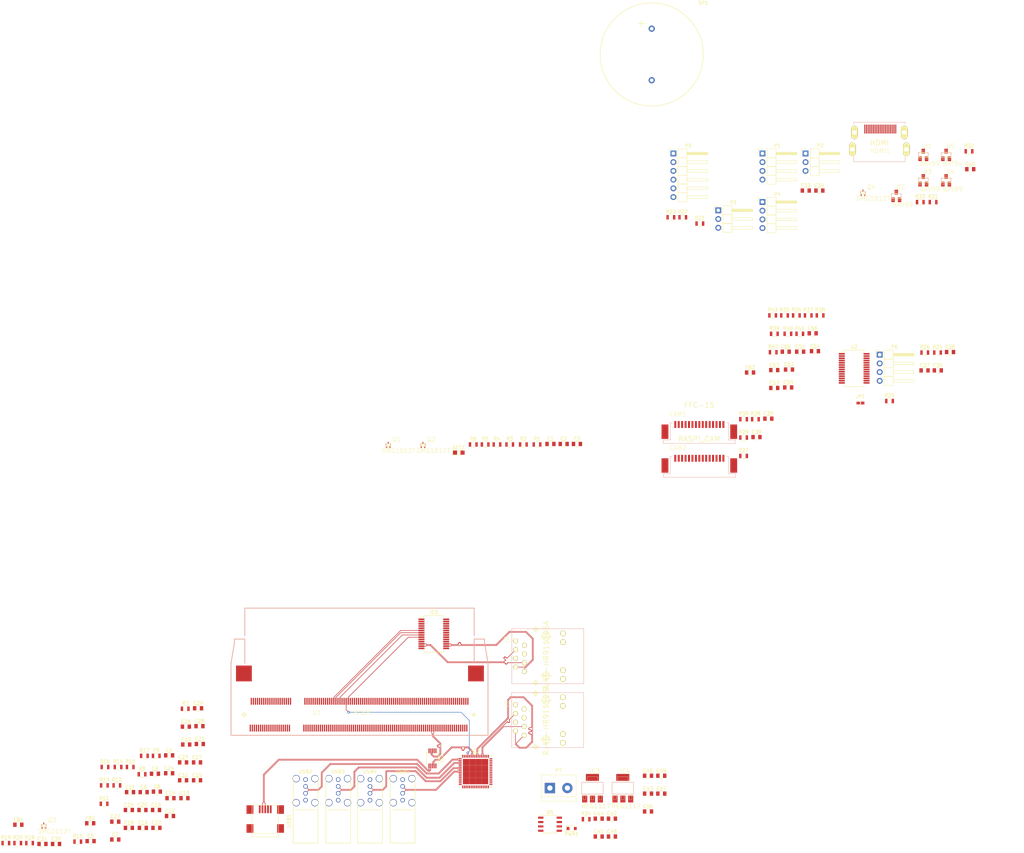
<source format=kicad_pcb>
(kicad_pcb (version 4) (host pcbnew 4.0.4-stable)
  (layers (0 Top signal) (1 GND signal) (2 3V3 signal) (31 Bottom signal) (34 B.Paste user) (35 F.Paste user) (36 B.SilkS user) (37 F.SilkS user) (38 B.Mask user) (39 F.Mask user) (44 Edge.Cuts user))
  (net 0 "")
  (net 1 +5V)
  (net 2 GND)
  (net 3 /GPIO44)
  (net 4 "/USSTCM LAN/VDD18CORE")
  (net 5 "/USSTCM LAN/VDD18PLL")
  (net 6 "/USSTCM LAN/NLNKA_LED")
  (net 7 "/USSTCM LAN/NSPD_LED")
  (net 8 +3V3)
  (net 9 /HDMI_CEC)
  (net 10 "/USSTCM LAN/RCT")
  (net 11 "Net-(C11-Pad2)")
  (net 12 "Net-(C20-Pad2)")
  (net 13 /USSTCM_VIDEO/5V_HDMI)
  (net 14 +1V8)
  (net 15 "Net-(C50-Pad1)")
  (net 16 /USSTCM_LAN2/RCT)
  (net 17 /USSTCM_LAN2/TCT)
  (net 18 /HDMI_SCL)
  (net 19 /HDMI_SDA)
  (net 20 "Net-(D4-Pad3)")
  (net 21 /HDMI_D2_P)
  (net 22 /HDMI_D2_N)
  (net 23 /HDMI_D1_P)
  (net 24 /HDMI_D1_N)
  (net 25 /HDMI_D0_P)
  (net 26 /HDMI_D0_N)
  (net 27 /HDMI_CK_P)
  (net 28 /HDMI_CK_N)
  (net 29 "Net-(IC1-Pad2)")
  (net 30 /USBD_P)
  (net 31 /USBD_N)
  (net 32 /GPIO6)
  (net 33 "Net-(IC2-Pad28)")
  (net 34 "Net-(IC2-Pad41)")
  (net 35 "Net-(IC2-Pad50)")
  (net 36 "Net-(IC2-Pad63)")
  (net 37 /GPIO39)
  (net 38 /GPIO40)
  (net 39 /GPIO41)
  (net 40 /GPIO42)
  (net 41 /GPIO45)
  (net 42 "Net-(IC5-Pad10)")
  (net 43 /USSTCM_LAN2/RD-)
  (net 44 /USSTCM_LAN2/RD+)
  (net 45 "Net-(IC5-Pad14)")
  (net 46 /USSTCM_LAN2/TD-)
  (net 47 /USSTCM_LAN2/TD+)
  (net 48 /GPIO34)
  (net 49 /USSTCM_LAN2/SPD_LED)
  (net 50 /USSTCM_LAN2/LNKA_LED)
  (net 51 "Net-(J1-Pad9)")
  (net 52 "Net-(J1-Pad12)")
  (net 53 "Net-(J2-Pad10)")
  (net 54 "Net-(J2-Pad11)")
  (net 55 "Net-(JP1-Pad1)")
  (net 56 /USSTCM_CAN_LITE/CAN_P)
  (net 57 "/USSTCM CONN/SDA")
  (net 58 "/USSTCM CONN/SCL")
  (net 59 /USSTCM_CAN_LITE/CAN_N)
  (net 60 "Net-(P7-Pad1)")
  (net 61 /VUSB_BOOT)
  (net 62 "Net-(ACT1-Pad1)")
  (net 63 "Net-(Q1-Pad3)")
  (net 64 "Net-(Q2-Pad1)")
  (net 65 /USSTCM_VIDEO/GPIO46)
  (net 66 /GPIO29)
  (net 67 /GPIO28)
  (net 68 "Net-(R21-Pad1)")
  (net 69 "Net-(R25-Pad1)")
  (net 70 "Net-(R26-Pad2)")
  (net 71 /GPIO0)
  (net 72 /GPIO1)
  (net 73 /GPIO8)
  (net 74 /GPIO9)
  (net 75 /GPIO10)
  (net 76 /GPIO11)
  (net 77 /GPIO43)
  (net 78 /GPIO25)
  (net 79 "Net-(U2-Pad20)")
  (net 80 "Net-(U2-Pad21)")
  (net 81 "Net-(ACT1-Pad2)")
  (net 82 /CAM0_D0_N)
  (net 83 /CAM0_D0_P)
  (net 84 /CAM0_D1_N)
  (net 85 /CAM0_D1_P)
  (net 86 /CAM0_C_N)
  (net 87 /CAM0_C_P)
  (net 88 /GPIO30)
  (net 89 /GPIO31)
  (net 90 /CAM1_D0_N)
  (net 91 /CAM1_D0_P)
  (net 92 /CAM1_D1_N)
  (net 93 /CAM1_D1_P)
  (net 94 /CAM1_C_N)
  (net 95 /CAM1_C_P)
  (net 96 /GPIO21)
  (net 97 /GPIO5)
  (net 98 "Net-(PWR1-Pad2)")
  (net 99 "/USSTCM LAN/ETH_TX_P")
  (net 100 "/USSTCM LAN/ETH_TX_N")
  (net 101 "/USSTCM LAN/ETH_RX_P")
  (net 102 "/USSTCM LAN/ETH_RX_N")
  (net 103 "/USSTCM LAN/USB_BOOT_N")
  (net 104 "/USSTCM LAN/USB_BOOT_P")
  (net 105 "/USSTCM LAN/USB_LAN_N")
  (net 106 "/USSTCM LAN/USB_LAN_P")
  (net 107 "/USSTCM LAN/USB2_N")
  (net 108 "/USSTCM LAN/USB2_P")
  (net 109 "/USSTCM LAN/USB3_N")
  (net 110 "/USSTCM LAN/USB3_P")
  (net 111 "/USSTCM LAN/USB4_N")
  (net 112 "/USSTCM LAN/USB4_P")
  (net 113 "/USSTCM LAN/USB5_N")
  (net 114 "/USSTCM LAN/USB5_P")
  (module USSTCM:HANRUN_RJ45 (layer Top) (at 159.75 126.95246 270)
    (fp_text reference J1 (at -4.699 11.557 270) (layer F.SilkS) (effects (font (size 1.27 1.27) (thickness 0.1016))))
    (fp_text value RJ45-HR911105A (at 0 0 270) (layer F.SilkS))
    (pad 1 thru_hole circle (at 4.44754 6.35 270) (size 1.40716 1.40716) (drill 0.89916) (layers F&B.Cu F.Paste F.SilkS F.Mask) (net 99 "/USSTCM LAN/ETH_TX_P"))
    (pad 2 thru_hole circle (at 3.17754 8.89 270) (size 1.40716 1.40716) (drill 0.89916) (layers F&B.Cu F.Paste F.SilkS F.Mask) (net 100 "/USSTCM LAN/ETH_TX_N"))
    (pad 3 thru_hole circle (at 1.90754 6.35 270) (size 1.40716 1.40716) (drill 0.89916) (layers F&B.Cu F.Paste F.SilkS F.Mask) (net 101 "/USSTCM LAN/ETH_RX_P"))
    (pad 4 thru_hole circle (at 0.63754 8.89 270) (size 1.40716 1.40716) (drill 0.89916) (layers F&B.Cu F.Paste F.SilkS F.Mask) (net 10 "/USSTCM LAN/RCT"))
    (pad 5 thru_hole circle (at -0.62992 6.35 270) (size 1.40716 1.40716) (drill 0.89916) (layers F&B.Cu F.Paste F.SilkS F.Mask) (net 10 "/USSTCM LAN/RCT"))
    (pad 6 thru_hole circle (at -1.89992 8.89 270) (size 1.40716 1.40716) (drill 0.89916) (layers F&B.Cu F.Paste F.SilkS F.Mask) (net 102 "/USSTCM LAN/ETH_RX_N"))
    (pad 7 thru_hole circle (at -3.16992 6.35 270) (size 1.40716 1.40716) (drill 0.89916) (layers F&B.Cu F.Paste F.SilkS F.Mask))
    (pad 8 thru_hole circle (at -4.43992 8.89 270) (size 1.40716 1.40716) (drill 0.89916) (layers F&B.Cu F.Paste F.SilkS F.Mask) (net 2 GND))
    (pad 9 thru_hole circle (at 6.6294 -4.89966 270) (size 1.64846 1.64846) (drill 1.09982) (layers F&B.Cu F.Paste F.SilkS F.Mask) (net 51 "Net-(J1-Pad9)"))
    (pad 10 thru_hole circle (at 4.0894 -4.89966 270) (size 1.64846 1.64846) (drill 1.09982) (layers F&B.Cu F.Paste F.SilkS F.Mask) (net 6 "/USSTCM LAN/NLNKA_LED"))
    (pad 11 thru_hole circle (at -4.0894 -4.89966 270) (size 1.64846 1.64846) (drill 1.09982) (layers F&B.Cu F.Paste F.SilkS F.Mask) (net 7 "/USSTCM LAN/NSPD_LED"))
    (pad 12 thru_hole circle (at -6.6294 -4.89966 270) (size 1.64846 1.64846) (drill 1.09982) (layers F&B.Cu F.Paste F.SilkS F.Mask) (net 52 "Net-(J1-Pad12)"))
  )
  (module Capacitors_SMD:C_0805 (layer Top) (at 161.037401 46.6274)
    (fp_text reference C1 (at 0 -1.5) (layer F.SilkS))
    (fp_text value 10u)
    (pad 1 smd rect (at -1 0) (size 1 1.25) (layers Top F.Paste F.Mask) (net 8 +3V3))
    (pad 2 smd rect (at 1 0) (size 1 1.25) (layers Top F.Paste F.Mask) (net 2 GND))
  )
  (module Capacitors_SMD:C_0805 (layer Top) (at 164.887401 46.6274)
    (fp_text reference C2 (at 0 -1.5) (layer F.SilkS))
    (fp_text value 20p)
    (pad 1 smd rect (at -1 0) (size 1 1.25) (layers Top F.Paste F.Mask) (net 9 /HDMI_CEC))
    (pad 2 smd rect (at 1 0) (size 1 1.25) (layers Top F.Paste F.Mask) (net 2 GND))
  )
  (module Capacitors_SMD:C_0805 (layer Top) (at 168.737401 46.6274)
    (fp_text reference C3 (at 0 -1.5) (layer F.SilkS))
    (fp_text value 10u)
    (pad 1 smd rect (at -1 0) (size 1 1.25) (layers Top F.Paste F.Mask) (net 8 +3V3))
    (pad 2 smd rect (at 1 0) (size 1 1.25) (layers Top F.Paste F.Mask) (net 2 GND))
  )
  (module Capacitors_SMD:C_0805 (layer Top) (at 50.093352 137.2274)
    (fp_text reference C4 (at 0 -1.5) (layer F.SilkS))
    (fp_text value 100n)
    (pad 1 smd rect (at -1 0) (size 1 1.25) (layers Top F.Paste F.Mask) (net 8 +3V3))
    (pad 2 smd rect (at 1 0) (size 1 1.25) (layers Top F.Paste F.Mask) (net 2 GND))
  )
  (module Capacitors_SMD:C_0805 (layer Top) (at 27.237401 162.1774)
    (fp_text reference C5 (at 0 -1.5) (layer F.SilkS))
    (fp_text value 20p)
    (pad 1 smd rect (at -1 0) (size 1 1.25) (layers Top F.Paste F.Mask) (net 99 "/USSTCM LAN/ETH_TX_P"))
    (pad 2 smd rect (at 1 0) (size 1 1.25) (layers Top F.Paste F.Mask) (net 2 GND))
  )
  (module Capacitors_SMD:C_0805 (layer Top) (at 42.677401 147.9274)
    (fp_text reference C6 (at 0 -1.5) (layer F.SilkS))
    (fp_text value 20p)
    (pad 1 smd rect (at -1 0) (size 1 1.25) (layers Top F.Paste F.Mask) (net 100 "/USSTCM LAN/ETH_TX_N"))
    (pad 2 smd rect (at 1 0) (size 1 1.25) (layers Top F.Paste F.Mask) (net 2 GND))
  )
  (module Capacitors_SMD:C_0805 (layer Top) (at 34.417401 161.7174)
    (fp_text reference C7 (at 0 -1.5) (layer F.SilkS))
    (fp_text value 20p)
    (pad 1 smd rect (at -1 0) (size 1 1.25) (layers Top F.Paste F.Mask) (net 101 "/USSTCM LAN/ETH_RX_P"))
    (pad 2 smd rect (at 1 0) (size 1 1.25) (layers Top F.Paste F.Mask) (net 2 GND))
  )
  (module Capacitors_SMD:C_0805 (layer Top) (at 46.527401 147.7774)
    (fp_text reference C8 (at 0 -1.5) (layer F.SilkS))
    (fp_text value 20p)
    (pad 1 smd rect (at -1 0) (size 1 1.25) (layers Top F.Paste F.Mask) (net 102 "/USSTCM LAN/ETH_RX_N"))
    (pad 2 smd rect (at 1 0) (size 1 1.25) (layers Top F.Paste F.Mask) (net 2 GND))
  )
  (module Capacitors_SMD:C_0805 (layer Top) (at 45.963352 142.5774)
    (fp_text reference C9 (at 0 -1.5) (layer F.SilkS))
    (fp_text value 100n)
    (pad 1 smd rect (at -1 0) (size 1 1.25) (layers Top F.Paste F.Mask) (net 10 "/USSTCM LAN/RCT"))
    (pad 2 smd rect (at 1 0) (size 1 1.25) (layers Top F.Paste F.Mask) (net 2 GND))
  )
  (module Capacitors_SMD:C_0805 (layer Top) (at 55.063352 134.0774)
    (fp_text reference C10 (at 0 -1.5) (layer F.SilkS))
    (fp_text value 100n)
    (pad 1 smd rect (at -1 0) (size 1 1.25) (layers Top F.Paste F.Mask) (net 8 +3V3))
    (pad 2 smd rect (at 1 0) (size 1 1.25) (layers Top F.Paste F.Mask) (net 2 GND))
  )
  (module Capacitors_SMD:C_0805 (layer Top) (at 38.723352 147.9274)
    (fp_text reference C11 (at 0 -1.5) (layer F.SilkS))
    (fp_text value 100n)
    (pad 1 smd rect (at -1 0) (size 1 1.25) (layers Top F.Paste F.Mask) (net 2 GND))
    (pad 2 smd rect (at 1 0) (size 1 1.25) (layers Top F.Paste F.Mask) (net 11 "Net-(C11-Pad2)"))
  )
  (module Capacitors_SMD:C_0805 (layer Top) (at 50.343352 154.8774)
    (fp_text reference C12 (at 0 -1.5) (layer F.SilkS))
    (fp_text value 100n)
    (pad 1 smd rect (at -1 0) (size 1 1.25) (layers Top F.Paste F.Mask) (net 8 +3V3))
    (pad 2 smd rect (at 1 0) (size 1 1.25) (layers Top F.Paste F.Mask) (net 2 GND))
  )
  (module Capacitors_SMD:C_0805 (layer Top) (at 54.543352 149.6774)
    (fp_text reference C13 (at 0 -1.5) (layer F.SilkS))
    (fp_text value 100n)
    (pad 1 smd rect (at -1 0) (size 1 1.25) (layers Top F.Paste F.Mask) (net 2 GND))
    (pad 2 smd rect (at 1 0) (size 1 1.25) (layers Top F.Paste F.Mask))
  )
  (module Capacitors_SMD:C_0805 (layer Top) (at 50.483352 149.6774)
    (fp_text reference C14 (at 0 -1.5) (layer F.SilkS))
    (fp_text value 100n)
    (pad 1 smd rect (at -1 0) (size 1 1.25) (layers Top F.Paste F.Mask) (net 2 GND))
    (pad 2 smd rect (at 1 0) (size 1 1.25) (layers Top F.Paste F.Mask) (net 11 "Net-(C11-Pad2)"))
  )
  (module Capacitors_SMD:C_0805 (layer Top) (at 58.213352 144.4774)
    (fp_text reference C15 (at 0 -1.5) (layer F.SilkS))
    (fp_text value 100n)
    (pad 1 smd rect (at -1 0) (size 1 1.25) (layers Top F.Paste F.Mask) (net 2 GND))
    (pad 2 smd rect (at 1 0) (size 1 1.25) (layers Top F.Paste F.Mask) (net 5 "/USSTCM LAN/VDD18PLL"))
  )
  (module Capacitors_SMD:C_0805 (layer Top) (at 42.433352 158.3274)
    (fp_text reference C16 (at 0 -1.5) (layer F.SilkS))
    (fp_text value 100n)
    (pad 1 smd rect (at -1 0) (size 1 1.25) (layers Top F.Paste F.Mask) (net 2 GND))
    (pad 2 smd rect (at 1 0) (size 1 1.25) (layers Top F.Paste F.Mask) (net 11 "Net-(C11-Pad2)"))
  )
  (module Capacitors_SMD:C_0805 (layer Top) (at 58.213352 139.2774)
    (fp_text reference C17 (at 0 -1.5) (layer F.SilkS))
    (fp_text value 100n)
    (pad 1 smd rect (at -1 0) (size 1 1.25) (layers Top F.Paste F.Mask) (net 2 GND))
    (pad 2 smd rect (at 1 0) (size 1 1.25) (layers Top F.Paste F.Mask) (net 11 "Net-(C11-Pad2)"))
  )
  (module Capacitors_SMD:C_0805 (layer Top) (at 38.373352 158.3274)
    (fp_text reference C18 (at 0 -1.5) (layer F.SilkS))
    (fp_text value 100n)
    (pad 1 smd rect (at -1 0) (size 1 1.25) (layers Top F.Paste F.Mask) (net 2 GND))
    (pad 2 smd rect (at 1 0) (size 1 1.25) (layers Top F.Paste F.Mask) (net 11 "Net-(C11-Pad2)"))
  )
  (module Capacitors_SMD:C_0805 (layer Top) (at 46.283352 153.1274)
    (fp_text reference C19 (at 0 -1.5) (layer F.SilkS))
    (fp_text value 100n)
    (pad 1 smd rect (at -1 0) (size 1 1.25) (layers Top F.Paste F.Mask) (net 2 GND))
    (pad 2 smd rect (at 1 0) (size 1 1.25) (layers Top F.Paste F.Mask) (net 11 "Net-(C11-Pad2)"))
  )
  (module Capacitors_SMD:C_0805 (layer Top) (at 42.327401 153.1274)
    (fp_text reference C20 (at 0 -1.5) (layer F.SilkS))
    (fp_text value 1u)
    (pad 1 smd rect (at -1 0) (size 1 1.25) (layers Top F.Paste F.Mask) (net 2 GND))
    (pad 2 smd rect (at 1 0) (size 1 1.25) (layers Top F.Paste F.Mask) (net 12 "Net-(C20-Pad2)"))
  )
  (module Capacitors_SMD:C_0805 (layer Top) (at 59.017401 133.9274)
    (fp_text reference C21 (at 0 -1.5) (layer F.SilkS))
    (fp_text value 10u)
    (pad 1 smd rect (at -1 0) (size 1 1.25) (layers Top F.Paste F.Mask) (net 1 +5V))
    (pad 2 smd rect (at 1 0) (size 1 1.25) (layers Top F.Paste F.Mask) (net 2 GND))
  )
  (module Capacitors_SMD:C_0805 (layer Top) (at 46.387401 158.3274)
    (fp_text reference C22 (at 0 -1.5) (layer F.SilkS))
    (fp_text value 10u)
    (pad 1 smd rect (at -1 0) (size 1 1.25) (layers Top F.Paste F.Mask) (net 1 +5V))
    (pad 2 smd rect (at 1 0) (size 1 1.25) (layers Top F.Paste F.Mask) (net 2 GND))
  )
  (module Capacitors_SMD:C_0805 (layer Top) (at 54.153352 139.2774)
    (fp_text reference C23 (at 0 -1.5) (layer F.SilkS))
    (fp_text value 100n)
    (pad 1 smd rect (at -1 0) (size 1 1.25) (layers Top F.Paste F.Mask) (net 8 +3V3))
    (pad 2 smd rect (at 1 0) (size 1 1.25) (layers Top F.Paste F.Mask) (net 2 GND))
  )
  (module Capacitors_SMD:C_0805 (layer Top) (at 50.093352 142.4274)
    (fp_text reference C24 (at 0 -1.5) (layer F.SilkS))
    (fp_text value 100n)
    (pad 1 smd rect (at -1 0) (size 1 1.25) (layers Top F.Paste F.Mask) (net 8 +3V3))
    (pad 2 smd rect (at 1 0) (size 1 1.25) (layers Top F.Paste F.Mask) (net 2 GND))
  )
  (module Capacitors_SMD:C_0805 (layer Top) (at 38.373352 153.1274)
    (fp_text reference C25 (at 0 -1.5) (layer F.SilkS))
    (fp_text value 100n)
    (pad 1 smd rect (at -1 0) (size 1 1.25) (layers Top F.Paste F.Mask) (net 8 +3V3))
    (pad 2 smd rect (at 1 0) (size 1 1.25) (layers Top F.Paste F.Mask) (net 2 GND))
  )
  (module Capacitors_SMD:C_0805 (layer Top) (at 54.957401 128.8774)
    (fp_text reference C26 (at 0 -1.5) (layer F.SilkS))
    (fp_text value 10u)
    (pad 1 smd rect (at -1 0) (size 1 1.25) (layers Top F.Paste F.Mask) (net 1 +5V))
    (pad 2 smd rect (at 1 0) (size 1 1.25) (layers Top F.Paste F.Mask) (net 2 GND))
  )
  (module Capacitors_SMD:C_0805 (layer Top) (at 34.417401 156.5174)
    (fp_text reference C27 (at 0 -1.5) (layer F.SilkS))
    (fp_text value 10u)
    (pad 1 smd rect (at -1 0) (size 1 1.25) (layers Top F.Paste F.Mask) (net 1 +5V))
    (pad 2 smd rect (at 1 0) (size 1 1.25) (layers Top F.Paste F.Mask) (net 2 GND))
  )
  (module Capacitors_SMD:C_0805 (layer Top) (at 58.913352 128.7274)
    (fp_text reference C28 (at 0 -1.5) (layer F.SilkS))
    (fp_text value 100n)
    (pad 1 smd rect (at -1 0) (size 1 1.25) (layers Top F.Paste F.Mask) (net 2 GND))
    (pad 2 smd rect (at 1 0) (size 1 1.25) (layers Top F.Paste F.Mask) (net 4 "/USSTCM LAN/VDD18CORE"))
  )
  (module Capacitors_SMD:C_0805 (layer Top) (at 58.513352 123.5274)
    (fp_text reference C29 (at 0 -1.5) (layer F.SilkS))
    (fp_text value 100n)
    (pad 1 smd rect (at -1 0) (size 1 1.25) (layers Top F.Paste F.Mask) (net 2 GND))
    (pad 2 smd rect (at 1 0) (size 1 1.25) (layers Top F.Paste F.Mask) (net 4 "/USSTCM LAN/VDD18CORE"))
  )
  (module Capacitors_SMD:C_0805 (layer Top) (at 17.187401 163.0074)
    (fp_text reference C30 (at 0 -1.5) (layer F.SilkS))
    (fp_text value 10u)
    (pad 1 smd rect (at -1 0) (size 1 1.25) (layers Top F.Paste F.Mask) (net 2 GND))
    (pad 2 smd rect (at 1 0) (size 1 1.25) (layers Top F.Paste F.Mask) (net 4 "/USSTCM LAN/VDD18CORE"))
  )
  (module Capacitors_SMD:C_0805 (layer Top) (at 13.233352 163.0074)
    (fp_text reference C31 (at 0 -1.5) (layer F.SilkS))
    (fp_text value 100n)
    (pad 1 smd rect (at -1 0) (size 1 1.25) (layers Top F.Paste F.Mask) (net 2 GND))
    (pad 2 smd rect (at 1 0) (size 1 1.25) (layers Top F.Paste F.Mask) (net 8 +3V3))
  )
  (module Capacitors_SMD:C_0805 (layer Top) (at 54.153352 144.4774)
    (fp_text reference C32 (at 0 -1.5) (layer F.SilkS))
    (fp_text value 100n)
    (pad 1 smd rect (at -1 0) (size 1 1.25) (layers Top F.Paste F.Mask) (net 2 GND))
    (pad 2 smd rect (at 1 0) (size 1 1.25) (layers Top F.Paste F.Mask) (net 8 +3V3))
  )
  (module Capacitors_SMD:C_0805 (layer Top) (at 235.323352 -27.1026)
    (fp_text reference C33 (at 0 -1.5) (layer F.SilkS))
    (fp_text value 100n)
    (pad 1 smd rect (at -1 0) (size 1 1.25) (layers Top F.Paste F.Mask) (net 2 GND))
    (pad 2 smd rect (at 1 0) (size 1 1.25) (layers Top F.Paste F.Mask) (net 8 +3V3))
  )
  (module Capacitors_SMD:C_0805 (layer Top) (at 239.277401 -27.1026)
    (fp_text reference C34 (at 0 -1.5) (layer F.SilkS))
    (fp_text value 10u)
    (pad 1 smd rect (at -1 0) (size 1 1.25) (layers Top F.Paste F.Mask) (net 2 GND))
    (pad 2 smd rect (at 1 0) (size 1 1.25) (layers Top F.Paste F.Mask) (net 1 +5V))
  )
  (module Capacitors_SMD:C_0805 (layer Top) (at 273.737401 25.2274)
    (fp_text reference C35 (at 0 -1.5) (layer F.SilkS))
    (fp_text value 0.1u)
    (pad 1 smd rect (at -1 0) (size 1 1.25) (layers Top F.Paste F.Mask) (net 8 +3V3))
    (pad 2 smd rect (at 1 0) (size 1 1.25) (layers Top F.Paste F.Mask) (net 2 GND))
  )
  (module Capacitors_SMD:C_0805 (layer Top) (at 277.307401 19.8774)
    (fp_text reference C36 (at 0 -1.5) (layer F.SilkS))
    (fp_text value 0.1u)
    (pad 1 smd rect (at -1 0) (size 1 1.25) (layers Top F.Paste F.Mask) (net 1 +5V))
    (pad 2 smd rect (at 1 0) (size 1 1.25) (layers Top F.Paste F.Mask) (net 2 GND))
  )
  (module Capacitors_SMD:C_0805 (layer Top) (at 269.887401 25.2274)
    (fp_text reference C37 (at 0 -1.5) (layer F.SilkS))
    (fp_text value 0.1u)
    (pad 1 smd rect (at -1 0) (size 1 1.25) (layers Top F.Paste F.Mask) (net 8 +3V3))
    (pad 2 smd rect (at 1 0) (size 1 1.25) (layers Top F.Paste F.Mask) (net 2 GND))
  )
  (module Capacitors_SMD:C_0805 (layer Top) (at 224.433352 39.2674)
    (fp_text reference C38 (at 0 -1.5) (layer F.SilkS))
    (fp_text value 100n)
    (pad 1 smd rect (at -1 0) (size 1 1.25) (layers Top F.Paste F.Mask) (net 2 GND))
    (pad 2 smd rect (at 1 0) (size 1 1.25) (layers Top F.Paste F.Mask) (net 8 +3V3))
  )
  (module Capacitors_SMD:C_0805 (layer Top) (at 220.983352 44.6174)
    (fp_text reference C39 (at 0 -1.5) (layer F.SilkS))
    (fp_text value 100n)
    (pad 1 smd rect (at -1 0) (size 1 1.25) (layers Top F.Paste F.Mask) (net 2 GND))
    (pad 2 smd rect (at 1 0) (size 1 1.25) (layers Top F.Paste F.Mask) (net 8 +3V3))
  )
  (module Capacitors_SMD:C_0805 (layer Top) (at 283.183352 -33.3226)
    (fp_text reference C40 (at 0 -1.5) (layer F.SilkS))
    (fp_text value 100n)
    (pad 1 smd rect (at -1 0) (size 1 1.25) (layers Top F.Paste F.Mask) (net 13 /USSTCM_VIDEO/5V_HDMI))
    (pad 2 smd rect (at 1 0) (size 1 1.25) (layers Top F.Paste F.Mask) (net 2 GND))
  )
  (module Capacitors_SMD:C_0805 (layer Top) (at 175.077401 160.8474)
    (fp_text reference C41 (at 0 -1.5) (layer F.SilkS))
    (fp_text value 10u)
    (pad 1 smd rect (at -1 0) (size 1 1.25) (layers Top F.Paste F.Mask) (net 1 +5V))
    (pad 2 smd rect (at 1 0) (size 1 1.25) (layers Top F.Paste F.Mask) (net 2 GND))
  )
  (module Capacitors_SMD:C_0805 (layer Top) (at 178.927401 155.6474)
    (fp_text reference C42 (at 0 -1.5) (layer F.SilkS))
    (fp_text value 10u)
    (pad 1 smd rect (at -1 0) (size 1 1.25) (layers Top F.Paste F.Mask) (net 1 +5V))
    (pad 2 smd rect (at 1 0) (size 1 1.25) (layers Top F.Paste F.Mask) (net 2 GND))
  )
  (module Capacitors_SMD:C_0805 (layer Top) (at 189.437401 148.3574)
    (fp_text reference C43 (at 0 -1.5) (layer F.SilkS))
    (fp_text value ~)
    (pad 1 smd rect (at -1 0) (size 1 1.25) (layers Top F.Paste F.Mask) (net 14 +1V8))
    (pad 2 smd rect (at 1 0) (size 1 1.25) (layers Top F.Paste F.Mask) (net 2 GND))
  )
  (module Capacitors_SMD:C_0805 (layer Top) (at 175.077401 155.6474)
    (fp_text reference C44 (at 0 -1.5) (layer F.SilkS))
    (fp_text value ~)
    (pad 1 smd rect (at -1 0) (size 1 1.25) (layers Top F.Paste F.Mask) (net 8 +3V3))
    (pad 2 smd rect (at 1 0) (size 1 1.25) (layers Top F.Paste F.Mask) (net 2 GND))
  )
  (module Capacitors_SMD:C_0805 (layer Top) (at 189.437401 143.1574)
    (fp_text reference C45 (at 0 -1.5) (layer F.SilkS))
    (fp_text value 10u)
    (pad 1 smd rect (at -1 0) (size 1 1.25) (layers Top F.Paste F.Mask) (net 14 +1V8))
    (pad 2 smd rect (at 1 0) (size 1 1.25) (layers Top F.Paste F.Mask) (net 2 GND))
  )
  (module Capacitors_SMD:C_0805 (layer Top) (at 189.437401 153.5574)
    (fp_text reference C46 (at 0 -1.5) (layer F.SilkS))
    (fp_text value 10u)
    (pad 1 smd rect (at -1 0) (size 1 1.25) (layers Top F.Paste F.Mask) (net 8 +3V3))
    (pad 2 smd rect (at 1 0) (size 1 1.25) (layers Top F.Paste F.Mask) (net 2 GND))
  )
  (module Capacitors_SMD:C_0805 (layer Top) (at 193.287401 148.3574)
    (fp_text reference C47 (at 0 -1.5) (layer F.SilkS))
    (fp_text value 10u)
    (pad 1 smd rect (at -1 0) (size 1 1.25) (layers Top F.Paste F.Mask) (net 14 +1V8))
    (pad 2 smd rect (at 1 0) (size 1 1.25) (layers Top F.Paste F.Mask) (net 2 GND))
  )
  (module Capacitors_SMD:C_0805 (layer Top) (at 178.927401 160.8474)
    (fp_text reference C48 (at 0 -1.5) (layer F.SilkS))
    (fp_text value 10u)
    (pad 1 smd rect (at -1 0) (size 1 1.25) (layers Top F.Paste F.Mask) (net 8 +3V3))
    (pad 2 smd rect (at 1 0) (size 1 1.25) (layers Top F.Paste F.Mask) (net 2 GND))
  )
  (module Capacitors_SMD:C_0805 (layer Top) (at 193.287401 143.1574)
    (fp_text reference C49 (at 0 -1.5) (layer F.SilkS))
    (fp_text value 10u)
    (pad 1 smd rect (at -1 0) (size 1 1.25) (layers Top F.Paste F.Mask) (net 8 +3V3))
    (pad 2 smd rect (at 1 0) (size 1 1.25) (layers Top F.Paste F.Mask) (net 2 GND))
  )
  (module Capacitors_SMD:C_0805 (layer Top) (at 229.497401 19.7774)
    (fp_text reference C50 (at 0 -1.5) (layer F.SilkS))
    (fp_text value 10u)
    (pad 1 smd rect (at -1 0) (size 1 1.25) (layers Top F.Paste F.Mask) (net 15 "Net-(C50-Pad1)"))
    (pad 2 smd rect (at 1 0) (size 1 1.25) (layers Top F.Paste F.Mask) (net 2 GND))
  )
  (module Capacitors_SMD:C_0805 (layer Top) (at 233.691447 19.7774)
    (fp_text reference C51 (at 0 -1.5) (layer F.SilkS))
    (fp_text value 0.01u)
    (pad 1 smd rect (at -1 0) (size 1 1.25) (layers Top F.Paste F.Mask) (net 16 /USSTCM_LAN2/RCT))
    (pad 2 smd rect (at 1 0) (size 1 1.25) (layers Top F.Paste F.Mask) (net 2 GND))
  )
  (module Capacitors_SMD:C_0805 (layer Top) (at 230.451447 24.9774)
    (fp_text reference C52 (at 0 -1.5) (layer F.SilkS))
    (fp_text value 0.01u)
    (pad 1 smd rect (at -1 0) (size 1 1.25) (layers Top F.Paste F.Mask) (net 17 /USSTCM_LAN2/TCT))
    (pad 2 smd rect (at 1 0) (size 1 1.25) (layers Top F.Paste F.Mask) (net 2 GND))
  )
  (module Capacitors_SMD:C_0805 (layer Top) (at 226.153352 30.3274)
    (fp_text reference C53 (at 0 -1.5) (layer F.SilkS))
    (fp_text value 100n)
    (pad 1 smd rect (at -1 0) (size 1 1.25) (layers Top F.Paste F.Mask) (net 8 +3V3))
    (pad 2 smd rect (at 1 0) (size 1 1.25) (layers Top F.Paste F.Mask) (net 2 GND))
  )
  (module Capacitors_SMD:C_0805 (layer Top) (at 237.993352 19.6274)
    (fp_text reference C54 (at 0 -1.5) (layer F.SilkS))
    (fp_text value 100n)
    (pad 1 smd rect (at -1 0) (size 1 1.25) (layers Top F.Paste F.Mask) (net 8 +3V3))
    (pad 2 smd rect (at 1 0) (size 1 1.25) (layers Top F.Paste F.Mask) (net 2 GND))
  )
  (module Capacitors_SMD:C_0805 (layer Top) (at 230.213352 30.1774)
    (fp_text reference C55 (at 0 -1.5) (layer F.SilkS))
    (fp_text value 100n)
    (pad 1 smd rect (at -1 0) (size 1 1.25) (layers Top F.Paste F.Mask) (net 8 +3V3))
    (pad 2 smd rect (at 1 0) (size 1 1.25) (layers Top F.Paste F.Mask) (net 2 GND))
  )
  (module Capacitors_SMD:C_0805 (layer Top) (at 237.333352 14.4274)
    (fp_text reference C56 (at 0 -1.5) (layer F.SilkS))
    (fp_text value 100n)
    (pad 1 smd rect (at -1 0) (size 1 1.25) (layers Top F.Paste F.Mask) (net 8 +3V3))
    (pad 2 smd rect (at 1 0) (size 1 1.25) (layers Top F.Paste F.Mask) (net 2 GND))
  )
  (module Capacitors_SMD:C_0805 (layer Top) (at 226.153352 25.1274)
    (fp_text reference C57 (at 0 -1.5) (layer F.SilkS))
    (fp_text value 100n)
    (pad 1 smd rect (at -1 0) (size 1 1.25) (layers Top F.Paste F.Mask) (net 8 +3V3))
    (pad 2 smd rect (at 1 0) (size 1 1.25) (layers Top F.Paste F.Mask) (net 2 GND))
  )
  (module USSTCM:DIODE_SOT23 (layer Top) (at 269.521001 -37.4678)
    (fp_text reference D1 (at 1.27 -2.54) (layer F.SilkS) (effects (font (size 1.27 1.27) (thickness 0.1016))))
    (fp_text value BAV99 (at 1.905 2.54) (layer F.SilkS) (effects (font (size 1.27 1.27) (thickness 0.1016))))
    (pad 1 smd rect (at -0.94996 1.09982) (size 0.99822 1.39954) (layers Top F.Paste F.Mask) (net 2 GND))
    (pad 2 smd rect (at 0.94742 1.09982) (size 0.99822 1.39954) (layers Top F.Paste F.Mask) (net 13 /USSTCM_VIDEO/5V_HDMI))
    (pad 3 smd rect (at 0 -1.09982) (size 0.99822 1.39954) (layers Top F.Paste F.Mask) (net 9 /HDMI_CEC))
  )
  (module USSTCM:DIODE_SOT23 (layer Top) (at 261.671001 -25.5378)
    (fp_text reference D2 (at 1.27 -2.54) (layer F.SilkS) (effects (font (size 1.27 1.27) (thickness 0.1016))))
    (fp_text value BAV99 (at 1.905 2.54) (layer F.SilkS) (effects (font (size 1.27 1.27) (thickness 0.1016))))
    (pad 1 smd rect (at -0.94996 1.09982) (size 0.99822 1.39954) (layers Top F.Paste F.Mask) (net 2 GND))
    (pad 2 smd rect (at 0.94742 1.09982) (size 0.99822 1.39954) (layers Top F.Paste F.Mask) (net 13 /USSTCM_VIDEO/5V_HDMI))
    (pad 3 smd rect (at 0 -1.09982) (size 0.99822 1.39954) (layers Top F.Paste F.Mask) (net 18 /HDMI_SCL))
  )
  (module USSTCM:DIODE_SOT23 (layer Top) (at 269.521001 -30.0778)
    (fp_text reference D3 (at 1.27 -2.54) (layer F.SilkS) (effects (font (size 1.27 1.27) (thickness 0.1016))))
    (fp_text value BAV99 (at 1.905 2.54) (layer F.SilkS) (effects (font (size 1.27 1.27) (thickness 0.1016))))
    (pad 1 smd rect (at -0.94996 1.09982) (size 0.99822 1.39954) (layers Top F.Paste F.Mask) (net 2 GND))
    (pad 2 smd rect (at 0.94742 1.09982) (size 0.99822 1.39954) (layers Top F.Paste F.Mask) (net 13 /USSTCM_VIDEO/5V_HDMI))
    (pad 3 smd rect (at 0 -1.09982) (size 0.99822 1.39954) (layers Top F.Paste F.Mask) (net 19 /HDMI_SDA))
  )
  (module USSTCM:DIODE_SOT23 (layer Top) (at 276.161001 -30.0778)
    (fp_text reference D4 (at 1.27 -2.54) (layer F.SilkS) (effects (font (size 1.27 1.27) (thickness 0.1016))))
    (fp_text value BAV99 (at 1.905 2.54) (layer F.SilkS) (effects (font (size 1.27 1.27) (thickness 0.1016))))
    (pad 1 smd rect (at -0.94996 1.09982) (size 0.99822 1.39954) (layers Top F.Paste F.Mask) (net 2 GND))
    (pad 2 smd rect (at 0.94742 1.09982) (size 0.99822 1.39954) (layers Top F.Paste F.Mask) (net 13 /USSTCM_VIDEO/5V_HDMI))
    (pad 3 smd rect (at 0 -1.09982) (size 0.99822 1.39954) (layers Top F.Paste F.Mask) (net 20 "Net-(D4-Pad3)"))
  )
  (module USSTCM:DIODE_SOT23 (layer Top) (at 276.161001 -37.4678)
    (fp_text reference D5 (at 1.27 -2.54) (layer F.SilkS) (effects (font (size 1.27 1.27) (thickness 0.1016))))
    (fp_text value BAT54 (at 1.905 2.54) (layer F.SilkS) (effects (font (size 1.27 1.27) (thickness 0.1016))))
    (pad 1 smd rect (at -0.94996 1.09982) (size 0.99822 1.39954) (layers Top F.Paste F.Mask) (net 13 /USSTCM_VIDEO/5V_HDMI))
    (pad 2 smd rect (at 0.94742 1.09982) (size 0.99822 1.39954) (layers Top F.Paste F.Mask) (net 1 +5V))
    (pad 3 smd rect (at 0 -1.09982) (size 0.99822 1.39954) (layers Top F.Paste F.Mask))
  )
  (module Capacitors_SMD:C_0805 (layer Top) (at 6.216686 157.4074)
    (fp_text reference FB1 (at 0 -1.5) (layer F.SilkS))
    (fp_text value FERRITE_BEAD)
    (pad 1 smd rect (at -1 0) (size 1 1.25) (layers Top F.Paste F.Mask) (net 5 "/USSTCM LAN/VDD18PLL"))
    (pad 2 smd rect (at 1 0) (size 1 1.25) (layers Top F.Paste F.Mask) (net 12 "Net-(C20-Pad2)"))
  )
  (module Capacitors_SMD:C_0805 (layer Top) (at 27.126686 156.9774)
    (fp_text reference FB2 (at 0 -1.5) (layer F.SilkS))
    (fp_text value FERRITE_BEAD)
    (pad 1 smd rect (at -1 0) (size 1 1.25) (layers Top F.Paste F.Mask) (net 11 "Net-(C11-Pad2)"))
    (pad 2 smd rect (at 1 0) (size 1 1.25) (layers Top F.Paste F.Mask) (net 8 +3V3))
  )
  (module USSTCM:RASPI_HDMI (layer Top) (at 256.7486 -40.99992)
    (fp_text reference HDMI1 (at 0.21336 2.3241) (layer F.SilkS) (effects (font (size 1.27 1.27) (thickness 0.1016))))
    (fp_text value HDMI (at 0 0) (layer F.SilkS))
    (pad 1 smd rect (at 4.7498 -3.99796) (size 0.29972 2.59842) (layers Top F.Paste F.Mask) (net 21 /HDMI_D2_P))
    (pad 2 smd rect (at 4.24942 -3.99796) (size 0.29972 2.59842) (layers Top F.Paste F.Mask) (net 2 GND))
    (pad 3 smd rect (at 3.74904 -3.99796) (size 0.29972 2.59842) (layers Top F.Paste F.Mask) (net 22 /HDMI_D2_N))
    (pad 4 smd rect (at 3.24866 -3.99796) (size 0.29972 2.59842) (layers Top F.Paste F.Mask) (net 23 /HDMI_D1_P))
    (pad 5 smd rect (at 2.74828 -3.99796) (size 0.29972 2.59842) (layers Top F.Paste F.Mask) (net 2 GND))
    (pad 6 smd rect (at 2.2479 -3.99796) (size 0.29972 2.59842) (layers Top F.Paste F.Mask) (net 24 /HDMI_D1_N))
    (pad 7 smd rect (at 1.74752 -3.99796) (size 0.29972 2.59842) (layers Top F.Paste F.Mask) (net 25 /HDMI_D0_P))
    (pad 8 smd rect (at 1.24968 -3.99796) (size 0.29972 2.59842) (layers Top F.Paste F.Mask) (net 2 GND))
    (pad 9 smd rect (at 0.7493 -3.99796) (size 0.29972 2.59842) (layers Top F.Paste F.Mask) (net 26 /HDMI_D0_N))
    (pad 10 smd rect (at 0.24892 -3.99796) (size 0.29972 2.59842) (layers Top F.Paste F.Mask) (net 27 /HDMI_CK_P))
    (pad 11 smd rect (at -0.24892 -3.99796) (size 0.29972 2.59842) (layers Top F.Paste F.Mask) (net 2 GND))
    (pad 12 smd rect (at -0.7493 -3.99796) (size 0.29972 2.59842) (layers Top F.Paste F.Mask) (net 28 /HDMI_CK_N))
    (pad 13 smd rect (at -1.24968 -3.99796) (size 0.29972 2.59842) (layers Top F.Paste F.Mask) (net 9 /HDMI_CEC))
    (pad 14 smd rect (at -1.75006 -3.99796) (size 0.29972 2.59842) (layers Top F.Paste F.Mask))
    (pad 15 smd rect (at -2.2479 -3.99796) (size 0.29972 2.59842) (layers Top F.Paste F.Mask) (net 18 /HDMI_SCL))
    (pad 16 smd rect (at -2.74828 -3.99796) (size 0.29972 2.59842) (layers Top F.Paste F.Mask) (net 19 /HDMI_SDA))
    (pad 17 smd rect (at -3.24866 -3.99796) (size 0.29972 2.59842) (layers Top F.Paste F.Mask) (net 2 GND))
    (pad 18 smd rect (at -3.74904 -3.99796) (size 0.29972 2.59842) (layers Top F.Paste F.Mask) (net 13 /USSTCM_VIDEO/5V_HDMI))
    (pad 19 smd rect (at -4.24942 -3.99796) (size 0.29972 2.59842) (layers Top F.Paste F.Mask) (net 20 "Net-(D4-Pad3)"))
    (pad P$1 thru_hole oval (at 7.24916 -2.99974 180) (size 1.94818 3.8989) (drill 1.29794) (layers F&B.Cu F.Paste F.SilkS F.Mask) (net 2 GND))
    (pad P$2 thru_hole oval (at -7.24916 -2.99974 180) (size 1.94818 3.8989) (drill 1.29794) (layers F&B.Cu F.Paste F.SilkS F.Mask) (net 2 GND))
    (pad P$3 thru_hole oval (at -7.8486 1.89992 180) (size 1.94818 3.8989) (drill 1.29794) (layers F&B.Cu F.Paste F.SilkS F.Mask) (net 2 GND))
    (pad P$4 thru_hole oval (at 7.8486 1.89992 180) (size 1.94818 3.8989) (drill 1.29794) (layers F&B.Cu F.Paste F.SilkS F.Mask) (net 2 GND))
  )
  (module USSTCM:BURR-BROWN_SOT223 (layer Top) (at 173.249972 146.7879)
    (fp_text reference IC3 (at 0.635 -4.953) (layer F.SilkS) (effects (font (size 1.27 1.27) (thickness 0.127))))
    (fp_text value REG1117 (at 1.016 5.207) (layer F.SilkS) (effects (font (size 1.27 1.27) (thickness 0.127))))
    (pad 1 smd rect (at -2.2606 3.1496) (size 1.4986 2.0066) (layers Top F.Paste F.Mask) (net 2 GND))
    (pad 2 smd rect (at 0.02286 3.1496) (size 1.4986 2.0066) (layers Top F.Paste F.Mask) (net 14 +1V8))
    (pad 3 smd rect (at 2.30886 3.1496) (size 1.4986 2.0066) (layers Top F.Paste F.Mask) (net 1 +5V))
    (pad 4 smd rect (at 0 -3.14706) (size 3.81 2.0066) (layers Top F.Paste F.Mask))
  )
  (module USSTCM:BURR-BROWN_SOT223 (layer Top) (at 182.079972 146.7879)
    (fp_text reference IC4 (at 0.635 -4.953) (layer F.SilkS) (effects (font (size 1.27 1.27) (thickness 0.127))))
    (fp_text value REG1117 (at 1.016 5.207) (layer F.SilkS) (effects (font (size 1.27 1.27) (thickness 0.127))))
    (pad 1 smd rect (at -2.2606 3.1496) (size 1.4986 2.0066) (layers Top F.Paste F.Mask) (net 2 GND))
    (pad 2 smd rect (at 0.02286 3.1496) (size 1.4986 2.0066) (layers Top F.Paste F.Mask) (net 8 +3V3))
    (pad 3 smd rect (at 2.30886 3.1496) (size 1.4986 2.0066) (layers Top F.Paste F.Mask) (net 1 +5V))
    (pad 4 smd rect (at 0 -3.14706) (size 3.81 2.0066) (layers Top F.Paste F.Mask))
  )
  (module Housings_SSOP:SSOP-28_5.3x10.2mm_Pitch0.65mm (layer Top) (at 127.1 101.875)
    (fp_text reference IC5 (at 0 -6.25) (layer F.SilkS))
    (fp_text value ENC28J60)
    (pad 1 smd rect (at -3.6 -4.225) (size 1.75 0.45) (layers Top F.Paste F.Mask) (net 15 "Net-(C50-Pad1)"))
    (pad 2 smd rect (at -3.6 -3.575) (size 1.75 0.45) (layers Top F.Paste F.Mask) (net 2 GND))
    (pad 3 smd rect (at -3.6 -2.925) (size 1.75 0.45) (layers Top F.Paste F.Mask))
    (pad 4 smd rect (at -3.6 -2.275) (size 1.75 0.45) (layers Top F.Paste F.Mask) (net 37 /GPIO39))
    (pad 5 smd rect (at -3.6 -1.625) (size 1.75 0.45) (layers Top F.Paste F.Mask))
    (pad 6 smd rect (at -3.6 -0.975) (size 1.75 0.45) (layers Top F.Paste F.Mask) (net 38 /GPIO40))
    (pad 7 smd rect (at -3.6 -0.325) (size 1.75 0.45) (layers Top F.Paste F.Mask) (net 39 /GPIO41))
    (pad 8 smd rect (at -3.6 0.325) (size 1.75 0.45) (layers Top F.Paste F.Mask) (net 40 /GPIO42))
    (pad 9 smd rect (at -3.6 0.975) (size 1.75 0.45) (layers Top F.Paste F.Mask) (net 41 /GPIO45))
    (pad 10 smd rect (at -3.6 1.625) (size 1.75 0.45) (layers Top F.Paste F.Mask) (net 42 "Net-(IC5-Pad10)"))
    (pad 11 smd rect (at -3.6 2.275) (size 1.75 0.45) (layers Top F.Paste F.Mask) (net 2 GND))
    (pad 12 smd rect (at -3.6 2.925) (size 1.75 0.45) (layers Top F.Paste F.Mask) (net 43 /USSTCM_LAN2/RD-))
    (pad 13 smd rect (at -3.6 3.575) (size 1.75 0.45) (layers Top F.Paste F.Mask) (net 44 /USSTCM_LAN2/RD+))
    (pad 14 smd rect (at -3.6 4.225) (size 1.75 0.45) (layers Top F.Paste F.Mask) (net 45 "Net-(IC5-Pad14)"))
    (pad 15 smd rect (at 3.6 4.225) (size 1.75 0.45) (layers Top F.Paste F.Mask) (net 8 +3V3))
    (pad 16 smd rect (at 3.6 3.575) (size 1.75 0.45) (layers Top F.Paste F.Mask) (net 46 /USSTCM_LAN2/TD-))
    (pad 17 smd rect (at 3.6 2.925) (size 1.75 0.45) (layers Top F.Paste F.Mask) (net 47 /USSTCM_LAN2/TD+))
    (pad 18 smd rect (at 3.6 2.275) (size 1.75 0.45) (layers Top F.Paste F.Mask) (net 2 GND))
    (pad 19 smd rect (at 3.6 1.625) (size 1.75 0.45) (layers Top F.Paste F.Mask) (net 8 +3V3))
    (pad 20 smd rect (at 3.6 0.975) (size 1.75 0.45) (layers Top F.Paste F.Mask) (net 8 +3V3))
    (pad 21 smd rect (at 3.6 0.325) (size 1.75 0.45) (layers Top F.Paste F.Mask) (net 2 GND))
    (pad 22 smd rect (at 3.6 -0.325) (size 1.75 0.45) (layers Top F.Paste F.Mask) (net 2 GND))
    (pad 23 smd rect (at 3.6 -0.975) (size 1.75 0.45) (layers Top F.Paste F.Mask) (net 48 /GPIO34))
    (pad 24 smd rect (at 3.6 -1.625) (size 1.75 0.45) (layers Top F.Paste F.Mask))
    (pad 25 smd rect (at 3.6 -2.275) (size 1.75 0.45) (layers Top F.Paste F.Mask) (net 8 +3V3))
    (pad 26 smd rect (at 3.6 -2.925) (size 1.75 0.45) (layers Top F.Paste F.Mask) (net 49 /USSTCM_LAN2/SPD_LED))
    (pad 27 smd rect (at 3.6 -3.575) (size 1.75 0.45) (layers Top F.Paste F.Mask) (net 50 /USSTCM_LAN2/LNKA_LED))
    (pad 28 smd rect (at 3.6 -4.225) (size 1.75 0.45) (layers Top F.Paste F.Mask) (net 8 +3V3))
  )
  (module USSTCM:HANRUN_RJ45 (layer Top) (at 159.80034 108.3706 270)
    (fp_text reference J2 (at -4.699 11.557 270) (layer F.SilkS) (effects (font (size 1.27 1.27) (thickness 0.1016))))
    (fp_text value RJ45-HR911105A (at 0 0 270) (layer F.SilkS))
    (pad 1 thru_hole circle (at 4.44754 6.35 270) (size 1.40716 1.40716) (drill 0.89916) (layers F&B.Cu F.Paste F.SilkS F.Mask) (net 47 /USSTCM_LAN2/TD+))
    (pad 2 thru_hole circle (at 3.17754 8.89 270) (size 1.40716 1.40716) (drill 0.89916) (layers F&B.Cu F.Paste F.SilkS F.Mask) (net 46 /USSTCM_LAN2/TD-))
    (pad 3 thru_hole circle (at 1.90754 6.35 270) (size 1.40716 1.40716) (drill 0.89916) (layers F&B.Cu F.Paste F.SilkS F.Mask) (net 44 /USSTCM_LAN2/RD+))
    (pad 4 thru_hole circle (at 0.63754 8.89 270) (size 1.40716 1.40716) (drill 0.89916) (layers F&B.Cu F.Paste F.SilkS F.Mask) (net 17 /USSTCM_LAN2/TCT))
    (pad 5 thru_hole circle (at -0.62992 6.35 270) (size 1.40716 1.40716) (drill 0.89916) (layers F&B.Cu F.Paste F.SilkS F.Mask) (net 16 /USSTCM_LAN2/RCT))
    (pad 6 thru_hole circle (at -1.89992 8.89 270) (size 1.40716 1.40716) (drill 0.89916) (layers F&B.Cu F.Paste F.SilkS F.Mask) (net 43 /USSTCM_LAN2/RD-))
    (pad 7 thru_hole circle (at -3.16992 6.35 270) (size 1.40716 1.40716) (drill 0.89916) (layers F&B.Cu F.Paste F.SilkS F.Mask))
    (pad 8 thru_hole circle (at -4.43992 8.89 270) (size 1.40716 1.40716) (drill 0.89916) (layers F&B.Cu F.Paste F.SilkS F.Mask) (net 2 GND))
    (pad 9 thru_hole circle (at 6.6294 -4.89966 270) (size 1.64846 1.64846) (drill 1.09982) (layers F&B.Cu F.Paste F.SilkS F.Mask) (net 50 /USSTCM_LAN2/LNKA_LED))
    (pad 10 thru_hole circle (at 4.0894 -4.89966 270) (size 1.64846 1.64846) (drill 1.09982) (layers F&B.Cu F.Paste F.SilkS F.Mask) (net 53 "Net-(J2-Pad10)"))
    (pad 11 thru_hole circle (at -4.0894 -4.89966 270) (size 1.64846 1.64846) (drill 1.09982) (layers F&B.Cu F.Paste F.SilkS F.Mask) (net 54 "Net-(J2-Pad11)"))
    (pad 12 thru_hole circle (at -6.6294 -4.89966 270) (size 1.64846 1.64846) (drill 1.09982) (layers F&B.Cu F.Paste F.SilkS F.Mask) (net 49 /USSTCM_LAN2/SPD_LED))
  )
  (module USST-footprints:J_0603 (layer Top) (at 251.227639 34.7274)
    (fp_text reference JP1 (at 0 -1.9) (layer F.SilkS))
    (fp_text value Jumper_NC_Small)
    (pad 1 smd rect (at -0.75 0) (size 0.8 0.75) (layers Top F.Paste F.Mask) (net 55 "Net-(JP1-Pad1)"))
    (pad 2 smd rect (at 0.75 0) (size 0.8 0.75) (layers Top F.Paste F.Mask) (net 56 /USSTCM_CAN_LITE/CAN_P))
    (pad 2 smd trapezoid (at 0.5588 0 180) (size 0.6 0.75) (rect_delta 0 0.55) (layers Top F.Paste F.Mask) (net 56 /USSTCM_CAN_LITE/CAN_P))
    (pad 2 smd trapezoid (at 0.5588 0) (size 0.6 0.75) (rect_delta 0 0.55) (layers Top F.Paste F.Mask) (net 56 /USSTCM_CAN_LITE/CAN_P))
    (pad 1 smd trapezoid (at -0.508 0.18796 180) (size 0.7 0.376) (rect_delta 0 0.3) (layers Top F.Paste F.Mask) (net 55 "Net-(JP1-Pad1)"))
    (pad 1 smd trapezoid (at -0.508 -0.18796) (size 0.7 0.376) (rect_delta 0 0.3) (layers Top F.Paste F.Mask) (net 55 "Net-(JP1-Pad1)"))
  )
  (module Pin_Headers:Pin_Header_Angled_1x04_Pitch2.54mm (layer Top) (at 222.717401 -37.9026)
    (fp_text reference P1 (at 4.315 -2.27) (layer F.SilkS))
    (fp_text value CONN_I2C)
    (pad 1 thru_hole rect (at 0 0) (size 1.7 1.7) (drill 1) (layers *.Cu *.Mask) (net 8 +3V3))
    (pad 2 thru_hole oval (at 0 2.54) (size 1.7 1.7) (drill 1) (layers *.Cu *.Mask) (net 2 GND))
    (pad 3 thru_hole oval (at 0 5.08) (size 1.7 1.7) (drill 1) (layers *.Cu *.Mask) (net 57 "/USSTCM CONN/SDA"))
    (pad 4 thru_hole oval (at 0 7.62) (size 1.7 1.7) (drill 1) (layers *.Cu *.Mask) (net 58 "/USSTCM CONN/SCL"))
  )
  (module Pin_Headers:Pin_Header_Angled_1x03_Pitch2.54mm (layer Top) (at 235.267401 -37.9026)
    (fp_text reference P2 (at 4.315 -2.27) (layer F.SilkS))
    (fp_text value SERVO_PWM0)
    (pad 1 thru_hole rect (at 0 0) (size 1.7 1.7) (drill 1) (layers *.Cu *.Mask) (net 2 GND))
    (pad 2 thru_hole oval (at 0 2.54) (size 1.7 1.7) (drill 1) (layers *.Cu *.Mask) (net 1 +5V))
    (pad 3 thru_hole oval (at 0 5.08) (size 1.7 1.7) (drill 1) (layers *.Cu *.Mask))
  )
  (module Pin_Headers:Pin_Header_Angled_1x03_Pitch2.54mm (layer Top) (at 209.867401 -21.3526)
    (fp_text reference P3 (at 4.315 -2.27) (layer F.SilkS))
    (fp_text value SERVO_PWM1)
    (pad 1 thru_hole rect (at 0 0) (size 1.7 1.7) (drill 1) (layers *.Cu *.Mask) (net 2 GND))
    (pad 2 thru_hole oval (at 0 2.54) (size 1.7 1.7) (drill 1) (layers *.Cu *.Mask) (net 1 +5V))
    (pad 3 thru_hole oval (at 0 5.08) (size 1.7 1.7) (drill 1) (layers *.Cu *.Mask))
  )
  (module Pin_Headers:Pin_Header_Angled_1x04_Pitch2.54mm (layer Top) (at 222.717401 -23.7926)
    (fp_text reference P4 (at 4.315 -2.27) (layer F.SilkS))
    (fp_text value CONN_UART0)
    (pad 1 thru_hole rect (at 0 0) (size 1.7 1.7) (drill 1) (layers *.Cu *.Mask) (net 8 +3V3))
    (pad 2 thru_hole oval (at 0 2.54) (size 1.7 1.7) (drill 1) (layers *.Cu *.Mask) (net 2 GND))
    (pad 3 thru_hole oval (at 0 5.08) (size 1.7 1.7) (drill 1) (layers *.Cu *.Mask))
    (pad 4 thru_hole oval (at 0 7.62) (size 1.7 1.7) (drill 1) (layers *.Cu *.Mask))
  )
  (module Pin_Headers:Pin_Header_Angled_1x06_Pitch2.54mm (layer Top) (at 196.806448 -37.9026)
    (fp_text reference P5 (at 4.315 -2.27) (layer F.SilkS))
    (fp_text value CONN_UART1_3DR)
    (pad 1 thru_hole rect (at 0 0) (size 1.7 1.7) (drill 1) (layers *.Cu *.Mask) (net 2 GND))
    (pad 2 thru_hole oval (at 0 2.54) (size 1.7 1.7) (drill 1) (layers *.Cu *.Mask))
    (pad 3 thru_hole oval (at 0 5.08) (size 1.7 1.7) (drill 1) (layers *.Cu *.Mask) (net 1 +5V))
    (pad 4 thru_hole oval (at 0 7.62) (size 1.7 1.7) (drill 1) (layers *.Cu *.Mask))
    (pad 5 thru_hole oval (at 0 10.16) (size 1.7 1.7) (drill 1) (layers *.Cu *.Mask))
    (pad 6 thru_hole oval (at 0 12.7) (size 1.7 1.7) (drill 1) (layers *.Cu *.Mask))
  )
  (module Pin_Headers:Pin_Header_Angled_1x04_Pitch2.54mm (layer Top) (at 256.834067 20.6474)
    (fp_text reference P6 (at 4.315 -2.27) (layer F.SilkS))
    (fp_text value CAN_CONN_01X04)
    (pad 1 thru_hole rect (at 0 0) (size 1.7 1.7) (drill 1) (layers *.Cu *.Mask) (net 1 +5V))
    (pad 2 thru_hole oval (at 0 2.54) (size 1.7 1.7) (drill 1) (layers *.Cu *.Mask) (net 2 GND))
    (pad 3 thru_hole oval (at 0 5.08) (size 1.7 1.7) (drill 1) (layers *.Cu *.Mask) (net 59 /USSTCM_CAN_LITE/CAN_N))
    (pad 4 thru_hole oval (at 0 7.62) (size 1.7 1.7) (drill 1) (layers *.Cu *.Mask) (net 56 /USSTCM_CAN_LITE/CAN_P))
  )
  (module Connect:bornier2 (layer Top) (at 160.878114 146.7374)
    (fp_text reference P7 (at 2.54 -5.08) (layer F.SilkS))
    (fp_text value "5V POWER CONN")
    (pad 1 thru_hole rect (at 0 0) (size 3 3) (drill 1.52) (layers *.Cu *.Mask) (net 60 "Net-(P7-Pad1)"))
    (pad 2 thru_hole circle (at 5.08 0) (size 3 3) (drill 1.52) (layers *.Cu *.Mask) (net 2 GND))
  )
  (module USSTCM:TRANSISTOR-FET_SC75_INFINEON (layer Top) (at 113.841072 46.92542)
    (fp_text reference Q1 (at 2.3749 -1.63322) (layer F.SilkS) (effects (font (size 1.27 1.27) (thickness 0.1016))))
    (fp_text value DMG1012T (at 3.0099 1.6637) (layer F.SilkS) (effects (font (size 1.27 1.27) (thickness 0.1016))))
    (pad 1 smd rect (at -0.49784 0.57404) (size 0.39878 0.6477) (layers Top F.Paste F.Mask) (net 61 /VUSB_BOOT))
    (pad 2 smd rect (at 0 -0.57404) (size 0.39878 0.6477) (layers Top F.Paste F.Mask) (net 62 "Net-(ACT1-Pad1)"))
    (pad 3 smd rect (at 0.49784 0.57404) (size 0.39878 0.6477) (layers Top F.Paste F.Mask) (net 63 "Net-(Q1-Pad3)"))
  )
  (module USSTCM:TRANSISTOR-FET_SC75_INFINEON (layer Top) (at 123.941072 46.92542)
    (fp_text reference Q2 (at 2.3749 -1.63322) (layer F.SilkS) (effects (font (size 1.27 1.27) (thickness 0.1016))))
    (fp_text value DMG1012T (at 3.0099 1.6637) (layer F.SilkS) (effects (font (size 1.27 1.27) (thickness 0.1016))))
    (pad 1 smd rect (at -0.49784 0.57404) (size 0.39878 0.6477) (layers Top F.Paste F.Mask) (net 64 "Net-(Q2-Pad1)"))
    (pad 2 smd rect (at 0 -0.57404) (size 0.39878 0.6477) (layers Top F.Paste F.Mask) (net 2 GND))
    (pad 3 smd rect (at 0.49784 0.57404) (size 0.39878 0.6477) (layers Top F.Paste F.Mask) (net 62 "Net-(ACT1-Pad1)"))
  )
  (module USSTCM:TRANSISTOR-FET_SC75_INFINEON (layer Top) (at 13.621072 157.70542)
    (fp_text reference Q3 (at 2.3749 -1.63322) (layer F.SilkS) (effects (font (size 1.27 1.27) (thickness 0.1016))))
    (fp_text value DMG1012T (at 3.0099 1.6637) (layer F.SilkS) (effects (font (size 1.27 1.27) (thickness 0.1016))))
    (pad 1 smd rect (at -0.49784 0.57404) (size 0.39878 0.6477) (layers Top F.Paste F.Mask) (net 61 /VUSB_BOOT))
    (pad 2 smd rect (at 0 -0.57404) (size 0.39878 0.6477) (layers Top F.Paste F.Mask) (net 2 GND))
    (pad 3 smd rect (at 0.49784 0.57404) (size 0.39878 0.6477) (layers Top F.Paste F.Mask) (net 29 "Net-(IC1-Pad2)"))
  )
  (module USSTCM:TRANSISTOR-FET_SC75_INFINEON (layer Top) (at 251.961072 -26.44458)
    (fp_text reference Q4 (at 2.3749 -1.63322) (layer F.SilkS) (effects (font (size 1.27 1.27) (thickness 0.1016))))
    (fp_text value DMG1012T (at 3.0099 1.6637) (layer F.SilkS) (effects (font (size 1.27 1.27) (thickness 0.1016))))
    (pad 1 smd rect (at -0.49784 0.57404) (size 0.39878 0.6477) (layers Top F.Paste F.Mask) (net 20 "Net-(D4-Pad3)"))
    (pad 2 smd rect (at 0 -0.57404) (size 0.39878 0.6477) (layers Top F.Paste F.Mask) (net 2 GND))
    (pad 3 smd rect (at 0.49784 0.57404) (size 0.39878 0.6477) (layers Top F.Paste F.Mask) (net 65 /USSTCM_VIDEO/GPIO46))
  )
  (module Housings_SOIC:SOIC-8_3.9x4.9mm_Pitch1.27mm (layer Top) (at 160.918114 157.2674)
    (fp_text reference Q5 (at 0 -3.5) (layer F.SilkS))
    (fp_text value FDS6681Z)
    (pad 1 smd rect (at -2.7 -1.905) (size 1.55 0.6) (layers Top F.Paste F.Mask) (net 1 +5V))
    (pad 2 smd rect (at -2.7 -0.635) (size 1.55 0.6) (layers Top F.Paste F.Mask) (net 1 +5V))
    (pad 3 smd rect (at -2.7 0.635) (size 1.55 0.6) (layers Top F.Paste F.Mask) (net 1 +5V))
    (pad 4 smd rect (at -2.7 1.905) (size 1.55 0.6) (layers Top F.Paste F.Mask) (net 2 GND))
    (pad 5 smd rect (at 2.7 1.905) (size 1.55 0.6) (layers Top F.Paste F.Mask) (net 60 "Net-(P7-Pad1)"))
    (pad 6 smd rect (at 2.7 0.635) (size 1.55 0.6) (layers Top F.Paste F.Mask) (net 60 "Net-(P7-Pad1)"))
    (pad 7 smd rect (at 2.7 -0.635) (size 1.55 0.6) (layers Top F.Paste F.Mask) (net 60 "Net-(P7-Pad1)"))
    (pad 8 smd rect (at 2.7 -1.905) (size 1.55 0.6) (layers Top F.Paste F.Mask) (net 60 "Net-(P7-Pad1)"))
  )
  (module Resistors_SMD:R_0805 (layer Top) (at 157.125733 46.7774)
    (fp_text reference R1 (at 0 -1.65) (layer F.SilkS))
    (fp_text value 100k)
    (pad 1 smd rect (at -0.95 0) (size 0.7 1.3) (layers Top F.Paste F.Mask) (net 2 GND))
    (pad 2 smd rect (at 0.95 0) (size 0.7 1.3) (layers Top F.Paste F.Mask) (net 66 /GPIO29))
  )
  (module Resistors_SMD:R_0805 (layer Top) (at 153.155733 46.7774)
    (fp_text reference R2 (at 0 -1.65) (layer F.SilkS))
    (fp_text value 100k)
    (pad 1 smd rect (at -0.95 0) (size 0.7 1.3) (layers Top F.Paste F.Mask) (net 2 GND))
    (pad 2 smd rect (at 0.95 0) (size 0.7 1.3) (layers Top F.Paste F.Mask) (net 3 /GPIO44))
  )
  (module Resistors_SMD:R_0805 (layer Top) (at 149.185733 46.7774)
    (fp_text reference R3 (at 0 -1.65) (layer F.SilkS))
    (fp_text value 100k)
    (pad 1 smd rect (at -0.95 0) (size 0.7 1.3) (layers Top F.Paste F.Mask) (net 2 GND))
    (pad 2 smd rect (at 0.95 0) (size 0.7 1.3) (layers Top F.Paste F.Mask) (net 67 /GPIO28))
  )
  (module Resistors_SMD:R_0805 (layer Top) (at 145.477401 46.7774)
    (fp_text reference R4 (at 0 -1.65) (layer F.SilkS))
    (fp_text value 47k)
    (pad 1 smd rect (at -0.95 0) (size 0.7 1.3) (layers Top F.Paste F.Mask) (net 61 /VUSB_BOOT))
    (pad 2 smd rect (at 0.95 0) (size 0.7 1.3) (layers Top F.Paste F.Mask) (net 2 GND))
  )
  (module Resistors_SMD:R_0805 (layer Top) (at 142.027401 46.7774)
    (fp_text reference R5 (at 0 -1.65) (layer F.SilkS))
    (fp_text value 47k)
    (pad 1 smd rect (at -0.95 0) (size 0.7 1.3) (layers Top F.Paste F.Mask) (net 14 +1V8))
    (pad 2 smd rect (at 0.95 0) (size 0.7 1.3) (layers Top F.Paste F.Mask) (net 64 "Net-(Q2-Pad1)"))
  )
  (module Resistors_SMD:R_0805 (layer Top) (at 138.577401 46.7774)
    (fp_text reference R6 (at 0 -1.65) (layer F.SilkS))
    (fp_text value 1k8)
    (pad 1 smd rect (at -0.95 0) (size 0.7 1.3) (layers Top F.Paste F.Mask) (net 8 +3V3))
    (pad 2 smd rect (at 0.95 0) (size 0.7 1.3) (layers Top F.Paste F.Mask) (net 81 "Net-(ACT1-Pad2)"))
  )
  (module Resistors_SMD:R_0805 (layer Top) (at 54.757401 123.6774)
    (fp_text reference R7 (at 0 -1.65) (layer F.SilkS))
    (fp_text value 1k)
    (pad 1 smd rect (at -0.95 0) (size 0.7 1.3) (layers Top F.Paste F.Mask) (net 8 +3V3))
    (pad 2 smd rect (at 0.95 0) (size 0.7 1.3) (layers Top F.Paste F.Mask) (net 52 "Net-(J1-Pad12)"))
  )
  (module Resistors_SMD:R_0805 (layer Top) (at 42.207401 142.7274)
    (fp_text reference R8 (at 0 -1.65) (layer F.SilkS))
    (fp_text value 1k)
    (pad 1 smd rect (at -0.95 0) (size 0.7 1.3) (layers Top F.Paste F.Mask) (net 8 +3V3))
    (pad 2 smd rect (at 0.95 0) (size 0.7 1.3) (layers Top F.Paste F.Mask) (net 51 "Net-(J1-Pad9)"))
  )
  (module Resistors_SMD:R_0805 (layer Top) (at 46.337401 137.3774)
    (fp_text reference R9 (at 0 -1.65) (layer F.SilkS))
    (fp_text value 47k)
    (pad 1 smd rect (at -0.95 0) (size 0.7 1.3) (layers Top F.Paste F.Mask) (net 8 +3V3))
    (pad 2 smd rect (at 0.95 0) (size 0.7 1.3) (layers Top F.Paste F.Mask) (net 29 "Net-(IC1-Pad2)"))
  )
  (module Resistors_SMD:R_0805 (layer Top) (at 38.757401 140.6174)
    (fp_text reference R10 (at 0 -1.65) (layer F.SilkS))
    (fp_text value 47k)
    (pad 1 smd rect (at -0.95 0) (size 0.7 1.3) (layers Top F.Paste F.Mask) (net 61 /VUSB_BOOT))
    (pad 2 smd rect (at 0.95 0) (size 0.7 1.3) (layers Top F.Paste F.Mask) (net 2 GND))
  )
  (module Resistors_SMD:R_0805 (layer Top) (at 31.157401 151.3174)
    (fp_text reference R11 (at 0 -1.65) (layer F.SilkS))
    (fp_text value 10)
    (pad 1 smd rect (at -0.95 0) (size 0.7 1.3) (layers Top F.Paste F.Mask) (net 10 "/USSTCM LAN/RCT"))
    (pad 2 smd rect (at 0.95 0) (size 0.7 1.3) (layers Top F.Paste F.Mask) (net 8 +3V3))
  )
  (module Resistors_SMD:R_0805 (layer Top) (at 34.879066 145.9674)
    (fp_text reference R12 (at 0 -1.65) (layer F.SilkS))
    (fp_text value 49.9)
    (pad 1 smd rect (at -0.95 0) (size 0.7 1.3) (layers Top F.Paste F.Mask) (net 8 +3V3))
    (pad 2 smd rect (at 0.95 0) (size 0.7 1.3) (layers Top F.Paste F.Mask) (net 102 "/USSTCM LAN/ETH_RX_N"))
  )
  (module Resistors_SMD:R_0805 (layer Top) (at 31.249066 145.9674)
    (fp_text reference R13 (at 0 -1.65) (layer F.SilkS))
    (fp_text value 49.9)
    (pad 1 smd rect (at -0.95 0) (size 0.7 1.3) (layers Top F.Paste F.Mask) (net 101 "/USSTCM LAN/ETH_RX_P"))
    (pad 2 smd rect (at 0.95 0) (size 0.7 1.3) (layers Top F.Paste F.Mask) (net 8 +3V3))
  )
  (module Resistors_SMD:R_0805 (layer Top) (at 35.219066 140.6174)
    (fp_text reference R14 (at 0 -1.65) (layer F.SilkS))
    (fp_text value 49.9)
    (pad 1 smd rect (at -0.95 0) (size 0.7 1.3) (layers Top F.Paste F.Mask) (net 100 "/USSTCM LAN/ETH_TX_N"))
    (pad 2 smd rect (at 0.95 0) (size 0.7 1.3) (layers Top F.Paste F.Mask) (net 8 +3V3))
  )
  (module Resistors_SMD:R_0805 (layer Top) (at 23.499066 162.3274)
    (fp_text reference R15 (at 0 -1.65) (layer F.SilkS))
    (fp_text value 49.9)
    (pad 1 smd rect (at -0.95 0) (size 0.7 1.3) (layers Top F.Paste F.Mask) (net 99 "/USSTCM LAN/ETH_TX_P"))
    (pad 2 smd rect (at 0.95 0) (size 0.7 1.3) (layers Top F.Paste F.Mask) (net 8 +3V3))
  )
  (module Resistors_SMD:R_0805 (layer Top) (at 31.415733 140.6174)
    (fp_text reference R16 (at 0 -1.65) (layer F.SilkS))
    (fp_text value 12k4)
    (pad 1 smd rect (at -0.95 0) (size 0.7 1.3) (layers Top F.Paste F.Mask) (net 2 GND))
    (pad 2 smd rect (at 0.95 0) (size 0.7 1.3) (layers Top F.Paste F.Mask) (net 35 "Net-(IC2-Pad50)"))
  )
  (module Resistors_SMD:R_0805 (layer Top) (at 42.887401 137.3774)
    (fp_text reference R17 (at 0 -1.65) (layer F.SilkS))
    (fp_text value 12k)
    (pad 1 smd rect (at -0.95 0) (size 0.7 1.3) (layers Top F.Paste F.Mask) (net 36 "Net-(IC2-Pad63)"))
    (pad 2 smd rect (at 0.95 0) (size 0.7 1.3) (layers Top F.Paste F.Mask) (net 2 GND))
  )
  (module Resistors_SMD:R_0805 (layer Top) (at 9.477401 162.7574)
    (fp_text reference R18 (at 0 -1.65) (layer F.SilkS))
    (fp_text value 12k)
    (pad 1 smd rect (at -0.95 0) (size 0.7 1.3) (layers Top F.Paste F.Mask) (net 8 +3V3))
    (pad 2 smd rect (at 0.95 0) (size 0.7 1.3) (layers Top F.Paste F.Mask) (net 34 "Net-(IC2-Pad41)"))
  )
  (module Resistors_SMD:R_0805 (layer Top) (at 2.577401 162.7574)
    (fp_text reference R19 (at 0 -1.65) (layer F.SilkS))
    (fp_text value 12k)
    (pad 1 smd rect (at -0.95 0) (size 0.7 1.3) (layers Top F.Paste F.Mask) (net 32 /GPIO6))
    (pad 2 smd rect (at 0.95 0) (size 0.7 1.3) (layers Top F.Paste F.Mask) (net 8 +3V3))
  )
  (module Resistors_SMD:R_0805 (layer Top) (at 6.027401 162.7574)
    (fp_text reference R20 (at 0 -1.65) (layer F.SilkS))
    (fp_text value 12k)
    (pad 1 smd rect (at -0.95 0) (size 0.7 1.3) (layers Top F.Paste F.Mask) (net 8 +3V3))
    (pad 2 smd rect (at 0.95 0) (size 0.7 1.3) (layers Top F.Paste F.Mask) (net 33 "Net-(IC2-Pad28)"))
  )
  (module Resistors_SMD:R_0805 (layer Top) (at 204.5 -17.5)
    (fp_text reference R21 (at 0 -1.65) (layer F.SilkS))
    (fp_text value 400)
    (pad 1 smd rect (at -0.95 0) (size 0.7 1.3) (layers Top F.Paste F.Mask) (net 68 "Net-(R21-Pad1)"))
    (pad 2 smd rect (at 0.95 0) (size 0.7 1.3) (layers Top F.Paste F.Mask))
  )
  (module Resistors_SMD:R_0805 (layer Top) (at 199.527401 -19.3326)
    (fp_text reference R22 (at 0 -1.65) (layer F.SilkS))
    (fp_text value 1k8)
    (pad 1 smd rect (at -0.95 0) (size 0.7 1.3) (layers Top F.Paste F.Mask) (net 8 +3V3))
    (pad 2 smd rect (at 0.95 0) (size 0.7 1.3) (layers Top F.Paste F.Mask) (net 57 "/USSTCM CONN/SDA"))
  )
  (module Resistors_SMD:R_0805 (layer Top) (at 196.077401 -19.3326)
    (fp_text reference R23 (at 0 -1.65) (layer F.SilkS))
    (fp_text value 1k8)
    (pad 1 smd rect (at -0.95 0) (size 0.7 1.3) (layers Top F.Paste F.Mask) (net 58 "/USSTCM CONN/SCL"))
    (pad 2 smd rect (at 0.95 0) (size 0.7 1.3) (layers Top F.Paste F.Mask) (net 8 +3V3))
  )
  (module Resistors_SMD:R_0805 (layer Top) (at 273.657401 20.0274)
    (fp_text reference R24 (at 0 -1.65) (layer F.SilkS))
    (fp_text value 100)
    (pad 1 smd rect (at -0.95 0) (size 0.7 1.3) (layers Top F.Paste F.Mask) (net 55 "Net-(JP1-Pad1)"))
    (pad 2 smd rect (at 0.95 0) (size 0.7 1.3) (layers Top F.Paste F.Mask) (net 59 /USSTCM_CAN_LITE/CAN_N))
  )
  (module Resistors_SMD:R_0805 (layer Top) (at 259.697401 34.1374)
    (fp_text reference R25 (at 0 -1.65) (layer F.SilkS))
    (fp_text value 1k)
    (pad 1 smd rect (at -0.95 0) (size 0.7 1.3) (layers Top F.Paste F.Mask) (net 69 "Net-(R25-Pad1)"))
    (pad 2 smd rect (at 0.95 0) (size 0.7 1.3) (layers Top F.Paste F.Mask) (net 2 GND))
  )
  (module Resistors_SMD:R_0805 (layer Top) (at 269.945733 20.0274)
    (fp_text reference R26 (at 0 -1.65) (layer F.SilkS))
    (fp_text value 100k)
    (pad 1 smd rect (at -0.95 0) (size 0.7 1.3) (layers Top F.Paste F.Mask) (net 8 +3V3))
    (pad 2 smd rect (at 0.95 0) (size 0.7 1.3) (layers Top F.Paste F.Mask) (net 70 "Net-(R26-Pad2)"))
  )
  (module Resistors_SMD:R_0805 (layer Top) (at 217.227401 50.1174)
    (fp_text reference R27 (at 0 -1.65) (layer F.SilkS))
    (fp_text value 1k8)
    (pad 1 smd rect (at -0.95 0) (size 0.7 1.3) (layers Top F.Paste F.Mask) (net 8 +3V3))
    (pad 2 smd rect (at 0.95 0) (size 0.7 1.3) (layers Top F.Paste F.Mask) (net 67 /GPIO28))
  )
  (module Resistors_SMD:R_0805 (layer Top) (at 220.677401 39.4174)
    (fp_text reference R28 (at 0 -1.65) (layer F.SilkS))
    (fp_text value 1k8)
    (pad 1 smd rect (at -0.95 0) (size 0.7 1.3) (layers Top F.Paste F.Mask) (net 8 +3V3))
    (pad 2 smd rect (at 0.95 0) (size 0.7 1.3) (layers Top F.Paste F.Mask) (net 71 /GPIO0))
  )
  (module Resistors_SMD:R_0805 (layer Top) (at 217.227401 44.7674)
    (fp_text reference R29 (at 0 -1.65) (layer F.SilkS))
    (fp_text value 1k8)
    (pad 1 smd rect (at -0.95 0) (size 0.7 1.3) (layers Top F.Paste F.Mask) (net 8 +3V3))
    (pad 2 smd rect (at 0.95 0) (size 0.7 1.3) (layers Top F.Paste F.Mask) (net 66 /GPIO29))
  )
  (module Resistors_SMD:R_0805 (layer Top) (at 217.227401 39.4174)
    (fp_text reference R30 (at 0 -1.65) (layer F.SilkS))
    (fp_text value 1k8)
    (pad 1 smd rect (at -0.95 0) (size 0.7 1.3) (layers Top F.Paste F.Mask) (net 8 +3V3))
    (pad 2 smd rect (at 0.95 0) (size 0.7 1.3) (layers Top F.Paste F.Mask) (net 72 /GPIO1))
  )
  (module Resistors_SMD:R_0805 (layer Top) (at 272.357401 -23.7426)
    (fp_text reference R31 (at 0 -1.65) (layer F.SilkS))
    (fp_text value 1k8)
    (pad 1 smd rect (at -0.95 0) (size 0.7 1.3) (layers Top F.Paste F.Mask) (net 1 +5V))
    (pad 2 smd rect (at 0.95 0) (size 0.7 1.3) (layers Top F.Paste F.Mask) (net 19 /HDMI_SDA))
  )
  (module Resistors_SMD:R_0805 (layer Top) (at 282.817401 -38.5226)
    (fp_text reference R32 (at 0 -1.65) (layer F.SilkS))
    (fp_text value 1k8)
    (pad 1 smd rect (at -0.95 0) (size 0.7 1.3) (layers Top F.Paste F.Mask) (net 1 +5V))
    (pad 2 smd rect (at 0.95 0) (size 0.7 1.3) (layers Top F.Paste F.Mask) (net 18 /HDMI_SCL))
  )
  (module Resistors_SMD:R_0805 (layer Top) (at 268.645733 -23.7426)
    (fp_text reference R33 (at 0 -1.65) (layer F.SilkS))
    (fp_text value 100k)
    (pad 1 smd rect (at -0.95 0) (size 0.7 1.3) (layers Top F.Paste F.Mask) (net 14 +1V8))
    (pad 2 smd rect (at 0.95 0) (size 0.7 1.3) (layers Top F.Paste F.Mask) (net 65 /USSTCM_VIDEO/GPIO46))
  )
  (module Resistors_SMD:R_0805 (layer Top) (at 171.427401 155.7974)
    (fp_text reference R34 (at 0 -1.65) (layer F.SilkS))
    (fp_text value 1k8)
    (pad 1 smd rect (at -0.95 0) (size 0.7 1.3) (layers Top F.Paste F.Mask) (net 8 +3V3))
    (pad 2 smd rect (at 0.95 0) (size 0.7 1.3) (layers Top F.Paste F.Mask) (net 98 "Net-(PWR1-Pad2)"))
  )
  (module Resistors_SMD:R_0805 (layer Top) (at 229.137401 9.2274)
    (fp_text reference R35 (at 0 -1.65) (layer F.SilkS))
    (fp_text value 10k)
    (pad 1 smd rect (at -0.95 0) (size 0.7 1.3) (layers Top F.Paste F.Mask) (net 8 +3V3))
    (pad 2 smd rect (at 0.95 0) (size 0.7 1.3) (layers Top F.Paste F.Mask) (net 41 /GPIO45))
  )
  (module Resistors_SMD:R_0805 (layer Top) (at 232.587401 9.2274)
    (fp_text reference R36 (at 0 -1.65) (layer F.SilkS))
    (fp_text value 10k)
    (pad 1 smd rect (at -0.95 0) (size 0.7 1.3) (layers Top F.Paste F.Mask) (net 8 +3V3))
    (pad 2 smd rect (at 0.95 0) (size 0.7 1.3) (layers Top F.Paste F.Mask) (net 42 "Net-(IC5-Pad10)"))
  )
  (module Resistors_SMD:R_0805 (layer Top) (at 236.037401 9.2274)
    (fp_text reference R37 (at 0 -1.65) (layer F.SilkS))
    (fp_text value 50)
    (pad 1 smd rect (at -0.95 0) (size 0.7 1.3) (layers Top F.Paste F.Mask) (net 44 /USSTCM_LAN2/RD+))
    (pad 2 smd rect (at 0.95 0) (size 0.7 1.3) (layers Top F.Paste F.Mask) (net 16 /USSTCM_LAN2/RCT))
  )
  (module Resistors_SMD:R_0805 (layer Top) (at 239.487401 9.2274)
    (fp_text reference R38 (at 0 -1.65) (layer F.SilkS))
    (fp_text value 50)
    (pad 1 smd rect (at -0.95 0) (size 0.7 1.3) (layers Top F.Paste F.Mask) (net 16 /USSTCM_LAN2/RCT))
    (pad 2 smd rect (at 0.95 0) (size 0.7 1.3) (layers Top F.Paste F.Mask) (net 43 /USSTCM_LAN2/RD-))
  )
  (module Resistors_SMD:R_0805 (layer Top) (at 226.183828 14.5774)
    (fp_text reference R39 (at 0 -1.65) (layer F.SilkS))
    (fp_text value 2.32k)
    (pad 1 smd rect (at -0.95 0) (size 0.7 1.3) (layers Top F.Paste F.Mask) (net 45 "Net-(IC5-Pad14)"))
    (pad 2 smd rect (at 0.95 0) (size 0.7 1.3) (layers Top F.Paste F.Mask) (net 2 GND))
  )
  (module Resistors_SMD:R_0805 (layer Top) (at 230.127401 14.5774)
    (fp_text reference R40 (at 0 -1.65) (layer F.SilkS))
    (fp_text value 50)
    (pad 1 smd rect (at -0.95 0) (size 0.7 1.3) (layers Top F.Paste F.Mask) (net 47 /USSTCM_LAN2/TD+))
    (pad 2 smd rect (at 0.95 0) (size 0.7 1.3) (layers Top F.Paste F.Mask) (net 17 /USSTCM_LAN2/TCT))
  )
  (module Resistors_SMD:R_0805 (layer Top) (at 233.577401 14.5774)
    (fp_text reference R41 (at 0 -1.65) (layer F.SilkS))
    (fp_text value 50)
    (pad 1 smd rect (at -0.95 0) (size 0.7 1.3) (layers Top F.Paste F.Mask) (net 17 /USSTCM_LAN2/TCT))
    (pad 2 smd rect (at 0.95 0) (size 0.7 1.3) (layers Top F.Paste F.Mask) (net 46 /USSTCM_LAN2/TD-))
  )
  (module Resistors_SMD:R_0805 (layer Top) (at 225.847401 19.9274)
    (fp_text reference R42 (at 0 -1.65) (layer F.SilkS))
    (fp_text value 1k)
    (pad 1 smd rect (at -0.95 0) (size 0.7 1.3) (layers Top F.Paste F.Mask) (net 2 GND))
    (pad 2 smd rect (at 0.95 0) (size 0.7 1.3) (layers Top F.Paste F.Mask) (net 54 "Net-(J2-Pad11)"))
  )
  (module Resistors_SMD:R_0805 (layer Top) (at 225.687401 9.2274)
    (fp_text reference R43 (at 0 -1.65) (layer F.SilkS))
    (fp_text value 1k)
    (pad 1 smd rect (at -0.95 0) (size 0.7 1.3) (layers Top F.Paste F.Mask) (net 2 GND))
    (pad 2 smd rect (at 0.95 0) (size 0.7 1.3) (layers Top F.Paste F.Mask) (net 53 "Net-(J2-Pad10)"))
  )
  (module USSTCM:RASPI_SO-DIMM (layer Top) (at 100.10098 125.3989)
    (fp_text reference U1 (at -6.985 -0.635) (layer F.SilkS) (effects (font (size 1.27 1.27) (thickness 0.1016))))
    (fp_text value RASPI (at 6.35 -0.635) (layer F.SilkS) (effects (font (size 1.27 1.27) (thickness 0.1016))))
    (pad 1 smd rect (at -26.39822 3.8989) (size 0.34798 1.99898) (layers Top F.Paste F.Mask) (net 2 GND))
    (pad 2 smd rect (at -26.0985 -3.8989) (size 0.34798 1.99898) (layers Top F.Paste F.Mask) (net 63 "Net-(Q1-Pad3)"))
    (pad 3 smd rect (at -25.79878 3.8989) (size 0.34798 1.99898) (layers Top F.Paste F.Mask) (net 71 /GPIO0))
    (pad 4 smd rect (at -25.49906 -3.8989) (size 0.34798 1.99898) (layers Top F.Paste F.Mask))
    (pad 5 smd rect (at -25.19934 3.8989) (size 0.34798 1.99898) (layers Top F.Paste F.Mask) (net 72 /GPIO1))
    (pad 6 smd rect (at -24.89962 -3.8989) (size 0.34798 1.99898) (layers Top F.Paste F.Mask))
    (pad 7 smd rect (at -24.5999 3.8989) (size 0.34798 1.99898) (layers Top F.Paste F.Mask) (net 2 GND))
    (pad 8 smd rect (at -24.29764 -3.8989) (size 0.34798 1.99898) (layers Top F.Paste F.Mask))
    (pad 9 smd rect (at -23.99792 3.8989) (size 0.34798 1.99898) (layers Top F.Paste F.Mask))
    (pad 10 smd rect (at -23.6982 -3.8989) (size 0.34798 1.99898) (layers Top F.Paste F.Mask))
    (pad 11 smd rect (at -23.39848 3.8989) (size 0.34798 1.99898) (layers Top F.Paste F.Mask))
    (pad 12 smd rect (at -23.09876 -3.8989) (size 0.34798 1.99898) (layers Top F.Paste F.Mask))
    (pad 13 smd rect (at -22.79904 3.8989) (size 0.34798 1.99898) (layers Top F.Paste F.Mask) (net 2 GND))
    (pad 14 smd rect (at -22.49932 -3.8989) (size 0.34798 1.99898) (layers Top F.Paste F.Mask))
    (pad 15 smd rect (at -22.1996 3.8989) (size 0.34798 1.99898) (layers Top F.Paste F.Mask))
    (pad 16 smd rect (at -21.89988 -3.8989) (size 0.34798 1.99898) (layers Top F.Paste F.Mask))
    (pad 17 smd rect (at -21.59762 3.8989) (size 0.34798 1.99898) (layers Top F.Paste F.Mask) (net 97 /GPIO5))
    (pad 18 smd rect (at -21.2979 -3.8989) (size 0.34798 1.99898) (layers Top F.Paste F.Mask))
    (pad 19 smd rect (at -20.99818 3.8989) (size 0.34798 1.99898) (layers Top F.Paste F.Mask) (net 2 GND))
    (pad 20 smd rect (at -20.69846 -3.8989) (size 0.34798 1.99898) (layers Top F.Paste F.Mask))
    (pad 21 smd rect (at -20.39874 3.8989) (size 0.34798 1.99898) (layers Top F.Paste F.Mask) (net 32 /GPIO6))
    (pad 22 smd rect (at -20.09902 -3.8989) (size 0.34798 1.99898) (layers Top F.Paste F.Mask))
    (pad 23 smd rect (at -19.7993 3.8989) (size 0.34798 1.99898) (layers Top F.Paste F.Mask))
    (pad 24 smd rect (at -19.49958 -3.8989) (size 0.34798 1.99898) (layers Top F.Paste F.Mask))
    (pad 25 smd rect (at -19.19986 3.8989) (size 0.34798 1.99898) (layers Top F.Paste F.Mask) (net 2 GND))
    (pad 26 smd rect (at -18.8976 -3.8989) (size 0.34798 1.99898) (layers Top F.Paste F.Mask) (net 2 GND))
    (pad 27 smd rect (at -18.59788 3.8989) (size 0.34798 1.99898) (layers Top F.Paste F.Mask) (net 73 /GPIO8))
    (pad 28 smd rect (at -18.29816 -3.8989) (size 0.34798 1.99898) (layers Top F.Paste F.Mask) (net 67 /GPIO28))
    (pad 29 smd rect (at -17.99844 3.8989) (size 0.34798 1.99898) (layers Top F.Paste F.Mask) (net 74 /GPIO9))
    (pad 30 smd rect (at -17.69872 -3.8989) (size 0.34798 1.99898) (layers Top F.Paste F.Mask) (net 66 /GPIO29))
    (pad 31 smd rect (at -17.399 3.8989) (size 0.34798 1.99898) (layers Top F.Paste F.Mask) (net 2 GND))
    (pad 32 smd rect (at -17.09928 -3.8989) (size 0.34798 1.99898) (layers Top F.Paste F.Mask) (net 2 GND))
    (pad 33 smd rect (at -16.79956 3.8989) (size 0.34798 1.99898) (layers Top F.Paste F.Mask) (net 75 /GPIO10))
    (pad 34 smd rect (at -16.49984 -3.8989) (size 0.34798 1.99898) (layers Top F.Paste F.Mask) (net 88 /GPIO30))
    (pad 35 smd rect (at -16.19758 3.8989) (size 0.34798 1.99898) (layers Top F.Paste F.Mask) (net 76 /GPIO11))
    (pad 36 smd rect (at -15.89786 -3.8989) (size 0.34798 1.99898) (layers Top F.Paste F.Mask) (net 89 /GPIO31))
    (pad 37 smd rect (at -15.59814 3.8989) (size 0.34798 1.99898) (layers Top F.Paste F.Mask) (net 2 GND))
    (pad 38 smd rect (at -15.29842 -3.8989) (size 0.34798 1.99898) (layers Top F.Paste F.Mask) (net 2 GND))
    (pad 39 smd rect (at -14.9987 3.8989) (size 0.34798 1.99898) (layers Top F.Paste F.Mask) (net 8 +3V3))
    (pad 40 smd rect (at -14.69898 -3.8989) (size 0.34798 1.99898) (layers Top F.Paste F.Mask) (net 8 +3V3))
    (pad 41 smd rect (at -10.79754 3.8989) (size 0.34798 1.99898) (layers Top F.Paste F.Mask) (net 8 +3V3))
    (pad 42 smd rect (at -10.49782 -3.8989) (size 0.34798 1.99898) (layers Top F.Paste F.Mask) (net 8 +3V3))
    (pad 43 smd rect (at -10.1981 3.8989) (size 0.34798 1.99898) (layers Top F.Paste F.Mask) (net 2 GND))
    (pad 44 smd rect (at -9.89838 -3.8989) (size 0.34798 1.99898) (layers Top F.Paste F.Mask) (net 2 GND))
    (pad 45 smd rect (at -9.59866 3.8989) (size 0.34798 1.99898) (layers Top F.Paste F.Mask))
    (pad 46 smd rect (at -9.29894 -3.8989) (size 0.34798 1.99898) (layers Top F.Paste F.Mask))
    (pad 47 smd rect (at -8.99922 3.8989) (size 0.34798 1.99898) (layers Top F.Paste F.Mask))
    (pad 48 smd rect (at -8.6995 -3.8989) (size 0.34798 1.99898) (layers Top F.Paste F.Mask))
    (pad 49 smd rect (at -8.39978 3.8989) (size 0.34798 1.99898) (layers Top F.Paste F.Mask) (net 2 GND))
    (pad 50 smd rect (at -8.10006 -3.8989) (size 0.34798 1.99898) (layers Top F.Paste F.Mask) (net 2 GND))
    (pad 51 smd rect (at -7.7978 3.8989) (size 0.34798 1.99898) (layers Top F.Paste F.Mask))
    (pad 52 smd rect (at -7.49808 -3.8989) (size 0.34798 1.99898) (layers Top F.Paste F.Mask) (net 48 /GPIO34))
    (pad 53 smd rect (at -7.19836 3.8989) (size 0.34798 1.99898) (layers Top F.Paste F.Mask))
    (pad 54 smd rect (at -6.89864 -3.8989) (size 0.34798 1.99898) (layers Top F.Paste F.Mask))
    (pad 55 smd rect (at -6.59892 3.8989) (size 0.34798 1.99898) (layers Top F.Paste F.Mask) (net 2 GND))
    (pad 56 smd rect (at -6.2992 -3.8989) (size 0.34798 1.99898) (layers Top F.Paste F.Mask) (net 2 GND))
    (pad 57 smd rect (at -5.99948 3.8989) (size 0.34798 1.99898) (layers Top F.Paste F.Mask))
    (pad 58 smd rect (at -5.69976 -3.8989) (size 0.34798 1.99898) (layers Top F.Paste F.Mask))
    (pad 59 smd rect (at -5.40004 3.8989) (size 0.34798 1.99898) (layers Top F.Paste F.Mask))
    (pad 60 smd rect (at -5.09778 -3.8989) (size 0.34798 1.99898) (layers Top F.Paste F.Mask))
    (pad 61 smd rect (at -4.79806 3.8989) (size 0.34798 1.99898) (layers Top F.Paste F.Mask) (net 2 GND))
    (pad 62 smd rect (at -4.49834 -3.8989) (size 0.34798 1.99898) (layers Top F.Paste F.Mask) (net 2 GND))
    (pad 63 smd rect (at -4.19862 3.8989) (size 0.34798 1.99898) (layers Top F.Paste F.Mask))
    (pad 64 smd rect (at -3.8989 -3.8989) (size 0.34798 1.99898) (layers Top F.Paste F.Mask))
    (pad 65 smd rect (at -3.59918 3.8989) (size 0.34798 1.99898) (layers Top F.Paste F.Mask))
    (pad 66 smd rect (at -3.29946 -3.8989) (size 0.34798 1.99898) (layers Top F.Paste F.Mask) (net 37 /GPIO39))
    (pad 67 smd rect (at -2.99974 3.8989) (size 0.34798 1.99898) (layers Top F.Paste F.Mask) (net 2 GND))
    (pad 68 smd rect (at -2.70002 -3.8989) (size 0.34798 1.99898) (layers Top F.Paste F.Mask) (net 2 GND))
    (pad 69 smd rect (at -2.39776 3.8989) (size 0.34798 1.99898) (layers Top F.Paste F.Mask))
    (pad 70 smd rect (at -2.09804 -3.8989) (size 0.34798 1.99898) (layers Top F.Paste F.Mask) (net 38 /GPIO40))
    (pad 71 smd rect (at -1.79832 3.8989) (size 0.34798 1.99898) (layers Top F.Paste F.Mask) (net 96 /GPIO21))
    (pad 72 smd rect (at -1.4986 -3.8989) (size 0.34798 1.99898) (layers Top F.Paste F.Mask) (net 39 /GPIO41))
    (pad 73 smd rect (at -1.19888 3.8989) (size 0.34798 1.99898) (layers Top F.Paste F.Mask) (net 2 GND))
    (pad 74 smd rect (at -0.89916 -3.8989) (size 0.34798 1.99898) (layers Top F.Paste F.Mask) (net 2 GND))
    (pad 75 smd rect (at -0.59944 3.8989) (size 0.34798 1.99898) (layers Top F.Paste F.Mask))
    (pad 76 smd rect (at -0.29972 -3.8989) (size 0.34798 1.99898) (layers Top F.Paste F.Mask) (net 40 /GPIO42))
    (pad 77 smd rect (at 0 3.8989) (size 0.34798 1.99898) (layers Top F.Paste F.Mask))
    (pad 78 smd rect (at 0.29972 -3.8989) (size 0.34798 1.99898) (layers Top F.Paste F.Mask) (net 77 /GPIO43))
    (pad 79 smd rect (at 0.59944 3.8989) (size 0.34798 1.99898) (layers Top F.Paste F.Mask) (net 2 GND))
    (pad 80 smd rect (at 0.89916 -3.8989) (size 0.34798 1.99898) (layers Top F.Paste F.Mask) (net 2 GND))
    (pad 81 smd rect (at 1.19888 3.8989) (size 0.34798 1.99898) (layers Top F.Paste F.Mask))
    (pad 82 smd rect (at 1.4986 -3.8989) (size 0.34798 1.99898) (layers Top F.Paste F.Mask) (net 3 /GPIO44))
    (pad 83 smd rect (at 1.79832 3.8989) (size 0.34798 1.99898) (layers Top F.Paste F.Mask) (net 78 /GPIO25))
    (pad 84 smd rect (at 2.09804 -3.8989) (size 0.34798 1.99898) (layers Top F.Paste F.Mask) (net 41 /GPIO45))
    (pad 85 smd rect (at 2.39776 3.8989) (size 0.34798 1.99898) (layers Top F.Paste F.Mask) (net 2 GND))
    (pad 86 smd rect (at 2.69748 -3.8989) (size 0.34798 1.99898) (layers Top F.Paste F.Mask) (net 2 GND))
    (pad 87 smd rect (at 2.99974 3.8989) (size 0.34798 1.99898) (layers Top F.Paste F.Mask))
    (pad 88 smd rect (at 3.29946 -3.8989) (size 0.34798 1.99898) (layers Top F.Paste F.Mask))
    (pad 89 smd rect (at 3.59918 3.8989) (size 0.34798 1.99898) (layers Top F.Paste F.Mask))
    (pad 90 smd rect (at 3.8989 -3.8989) (size 0.34798 1.99898) (layers Top F.Paste F.Mask) (net 64 "Net-(Q2-Pad1)"))
    (pad 91 smd rect (at 4.19862 3.8989) (size 0.34798 1.99898) (layers Top F.Paste F.Mask) (net 2 GND))
    (pad 92 smd rect (at 4.49834 -3.8989) (size 0.34798 1.99898) (layers Top F.Paste F.Mask) (net 2 GND))
    (pad 93 smd rect (at 4.79806 3.8989) (size 0.34798 1.99898) (layers Top F.Paste F.Mask))
    (pad 94 smd rect (at 5.09778 -3.8989) (size 0.34798 1.99898) (layers Top F.Paste F.Mask))
    (pad 95 smd rect (at 5.3975 3.8989) (size 0.34798 1.99898) (layers Top F.Paste F.Mask))
    (pad 96 smd rect (at 5.69976 -3.8989) (size 0.34798 1.99898) (layers Top F.Paste F.Mask))
    (pad 97 smd rect (at 5.99948 3.8989) (size 0.34798 1.99898) (layers Top F.Paste F.Mask) (net 2 GND))
    (pad 98 smd rect (at 6.2992 -3.8989) (size 0.34798 1.99898) (layers Top F.Paste F.Mask) (net 2 GND))
    (pad 99 smd rect (at 6.59892 3.8989) (size 0.34798 1.99898) (layers Top F.Paste F.Mask))
    (pad 100 smd rect (at 6.89864 -3.8989) (size 0.34798 1.99898) (layers Top F.Paste F.Mask))
    (pad 101 smd rect (at 7.19836 3.8989) (size 0.34798 1.99898) (layers Top F.Paste F.Mask))
    (pad 102 smd rect (at 7.49808 -3.8989) (size 0.34798 1.99898) (layers Top F.Paste F.Mask))
    (pad 103 smd rect (at 7.7978 3.8989) (size 0.34798 1.99898) (layers Top F.Paste F.Mask) (net 2 GND))
    (pad 104 smd rect (at 8.09752 -3.8989) (size 0.34798 1.99898) (layers Top F.Paste F.Mask) (net 2 GND))
    (pad 105 smd rect (at 8.39978 3.8989) (size 0.34798 1.99898) (layers Top F.Paste F.Mask))
    (pad 106 smd rect (at 8.6995 -3.8989) (size 0.34798 1.99898) (layers Top F.Paste F.Mask))
    (pad 107 smd rect (at 8.99922 3.8989) (size 0.34798 1.99898) (layers Top F.Paste F.Mask))
    (pad 108 smd rect (at 9.29894 -3.8989) (size 0.34798 1.99898) (layers Top F.Paste F.Mask))
    (pad 109 smd rect (at 9.59866 3.8989) (size 0.34798 1.99898) (layers Top F.Paste F.Mask) (net 2 GND))
    (pad 110 smd rect (at 9.89838 -3.8989) (size 0.34798 1.99898) (layers Top F.Paste F.Mask) (net 2 GND))
    (pad 111 smd rect (at 10.1981 3.8989) (size 0.34798 1.99898) (layers Top F.Paste F.Mask) (net 28 /HDMI_CK_N))
    (pad 112 smd rect (at 10.49782 -3.8989) (size 0.34798 1.99898) (layers Top F.Paste F.Mask))
    (pad 113 smd rect (at 10.79754 3.8989) (size 0.34798 1.99898) (layers Top F.Paste F.Mask) (net 27 /HDMI_CK_P))
    (pad 114 smd rect (at 11.0998 -3.8989) (size 0.34798 1.99898) (layers Top F.Paste F.Mask))
    (pad 115 smd rect (at 11.39952 3.8989) (size 0.34798 1.99898) (layers Top F.Paste F.Mask) (net 2 GND))
    (pad 116 smd rect (at 11.69924 -3.8989) (size 0.34798 1.99898) (layers Top F.Paste F.Mask) (net 2 GND))
    (pad 117 smd rect (at 11.99896 3.8989) (size 0.34798 1.99898) (layers Top F.Paste F.Mask) (net 26 /HDMI_D0_N))
    (pad 118 smd rect (at 12.29868 -3.8989) (size 0.34798 1.99898) (layers Top F.Paste F.Mask))
    (pad 119 smd rect (at 12.5984 3.8989) (size 0.34798 1.99898) (layers Top F.Paste F.Mask) (net 25 /HDMI_D0_P))
    (pad 120 smd rect (at 12.89812 -3.8989) (size 0.34798 1.99898) (layers Top F.Paste F.Mask))
    (pad 121 smd rect (at 13.19784 3.8989) (size 0.34798 1.99898) (layers Top F.Paste F.Mask) (net 2 GND))
    (pad 122 smd rect (at 13.49756 -3.8989) (size 0.34798 1.99898) (layers Top F.Paste F.Mask) (net 2 GND))
    (pad 123 smd rect (at 13.79982 3.8989) (size 0.34798 1.99898) (layers Top F.Paste F.Mask) (net 24 /HDMI_D1_N))
    (pad 124 smd rect (at 14.09954 -3.8989) (size 0.34798 1.99898) (layers Top F.Paste F.Mask))
    (pad 125 smd rect (at 14.39926 3.8989) (size 0.34798 1.99898) (layers Top F.Paste F.Mask) (net 23 /HDMI_D1_P))
    (pad 126 smd rect (at 14.69898 -3.8989) (size 0.34798 1.99898) (layers Top F.Paste F.Mask))
    (pad 127 smd rect (at 14.9987 3.8989) (size 0.34798 1.99898) (layers Top F.Paste F.Mask) (net 2 GND))
    (pad 128 smd rect (at 15.29842 -3.8989) (size 0.34798 1.99898) (layers Top F.Paste F.Mask))
    (pad 129 smd rect (at 15.59814 3.8989) (size 0.34798 1.99898) (layers Top F.Paste F.Mask) (net 22 /HDMI_D2_N))
    (pad 130 smd rect (at 15.89786 -3.8989) (size 0.34798 1.99898) (layers Top F.Paste F.Mask))
    (pad 131 smd rect (at 16.19758 3.8989) (size 0.34798 1.99898) (layers Top F.Paste F.Mask) (net 21 /HDMI_D2_P))
    (pad 132 smd rect (at 16.49984 -3.8989) (size 0.34798 1.99898) (layers Top F.Paste F.Mask))
    (pad 133 smd rect (at 16.79956 3.8989) (size 0.34798 1.99898) (layers Top F.Paste F.Mask) (net 2 GND))
    (pad 134 smd rect (at 17.09928 -3.8989) (size 0.34798 1.99898) (layers Top F.Paste F.Mask) (net 2 GND))
    (pad 135 smd rect (at 17.399 3.8989) (size 0.34798 1.99898) (layers Top F.Paste F.Mask))
    (pad 136 smd rect (at 17.69872 -3.8989) (size 0.34798 1.99898) (layers Top F.Paste F.Mask) (net 83 /CAM0_D0_P))
    (pad 137 smd rect (at 17.99844 3.8989) (size 0.34798 1.99898) (layers Top F.Paste F.Mask))
    (pad 138 smd rect (at 18.29816 -3.8989) (size 0.34798 1.99898) (layers Top F.Paste F.Mask) (net 82 /CAM0_D0_N))
    (pad 139 smd rect (at 18.59788 3.8989) (size 0.34798 1.99898) (layers Top F.Paste F.Mask) (net 2 GND))
    (pad 140 smd rect (at 18.8976 -3.8989) (size 0.34798 1.99898) (layers Top F.Paste F.Mask) (net 2 GND))
    (pad 141 smd rect (at 19.19986 3.8989) (size 0.34798 1.99898) (layers Top F.Paste F.Mask))
    (pad 142 smd rect (at 19.49958 -3.8989) (size 0.34798 1.99898) (layers Top F.Paste F.Mask) (net 87 /CAM0_C_P))
    (pad 143 smd rect (at 19.7993 3.8989) (size 0.34798 1.99898) (layers Top F.Paste F.Mask))
    (pad 144 smd rect (at 20.09902 -3.8989) (size 0.34798 1.99898) (layers Top F.Paste F.Mask) (net 86 /CAM0_C_N))
    (pad 145 smd rect (at 20.39874 3.8989) (size 0.34798 1.99898) (layers Top F.Paste F.Mask) (net 2 GND))
    (pad 146 smd rect (at 20.69846 -3.8989) (size 0.34798 1.99898) (layers Top F.Paste F.Mask) (net 2 GND))
    (pad 147 smd rect (at 20.99818 3.8989) (size 0.34798 1.99898) (layers Top F.Paste F.Mask) (net 95 /CAM1_C_P))
    (pad 148 smd rect (at 21.2979 -3.8989) (size 0.34798 1.99898) (layers Top F.Paste F.Mask) (net 85 /CAM0_D1_P))
    (pad 149 smd rect (at 21.59762 3.8989) (size 0.34798 1.99898) (layers Top F.Paste F.Mask) (net 94 /CAM1_C_N))
    (pad 150 smd rect (at 21.89988 -3.8989) (size 0.34798 1.99898) (layers Top F.Paste F.Mask) (net 84 /CAM0_D1_N))
    (pad 151 smd rect (at 22.1996 3.8989) (size 0.34798 1.99898) (layers Top F.Paste F.Mask) (net 2 GND))
    (pad 152 smd rect (at 22.49932 -3.8989) (size 0.34798 1.99898) (layers Top F.Paste F.Mask) (net 2 GND))
    (pad 153 smd rect (at 22.79904 3.8989) (size 0.34798 1.99898) (layers Top F.Paste F.Mask) (net 93 /CAM1_D1_P))
    (pad 154 smd rect (at 23.09876 -3.8989) (size 0.34798 1.99898) (layers Top F.Paste F.Mask))
    (pad 155 smd rect (at 23.39848 3.8989) (size 0.34798 1.99898) (layers Top F.Paste F.Mask) (net 92 /CAM1_D1_N))
    (pad 156 smd rect (at 23.6982 -3.8989) (size 0.34798 1.99898) (layers Top F.Paste F.Mask))
    (pad 157 smd rect (at 23.99792 3.8989) (size 0.34798 1.99898) (layers Top F.Paste F.Mask) (net 2 GND))
    (pad 158 smd rect (at 24.29764 -3.8989) (size 0.34798 1.99898) (layers Top F.Paste F.Mask))
    (pad 159 smd rect (at 24.5999 3.8989) (size 0.34798 1.99898) (layers Top F.Paste F.Mask) (net 91 /CAM1_D0_P))
    (pad 160 smd rect (at 24.89962 -3.8989) (size 0.34798 1.99898) (layers Top F.Paste F.Mask))
    (pad 161 smd rect (at 25.19934 3.8989) (size 0.34798 1.99898) (layers Top F.Paste F.Mask) (net 90 /CAM1_D0_N))
    (pad 162 smd rect (at 25.49906 -3.8989) (size 0.34798 1.99898) (layers Top F.Paste F.Mask))
    (pad 163 smd rect (at 25.79878 3.8989) (size 0.34798 1.99898) (layers Top F.Paste F.Mask) (net 2 GND))
    (pad 164 smd rect (at 26.0985 -3.8989) (size 0.34798 1.99898) (layers Top F.Paste F.Mask) (net 2 GND))
    (pad 165 smd rect (at 26.39822 3.8989) (size 0.34798 1.99898) (layers Top F.Paste F.Mask) (net 30 /USBD_P))
    (pad 166 smd rect (at 26.69794 -3.8989) (size 0.34798 1.99898) (layers Top F.Paste F.Mask))
    (pad 167 smd rect (at 26.99766 3.8989) (size 0.34798 1.99898) (layers Top F.Paste F.Mask) (net 31 /USBD_N))
    (pad 168 smd rect (at 27.29992 -3.8989) (size 0.34798 1.99898) (layers Top F.Paste F.Mask) (net 2 GND))
    (pad 169 smd rect (at 27.59964 3.8989) (size 0.34798 1.99898) (layers Top F.Paste F.Mask) (net 2 GND))
    (pad 170 smd rect (at 27.89936 -3.8989) (size 0.34798 1.99898) (layers Top F.Paste F.Mask) (net 2 GND))
    (pad 171 smd rect (at 28.19908 3.8989) (size 0.34798 1.99898) (layers Top F.Paste F.Mask) (net 9 /HDMI_CEC))
    (pad 172 smd rect (at 28.4988 -3.8989) (size 0.34798 1.99898) (layers Top F.Paste F.Mask))
    (pad 173 smd rect (at 28.79852 3.8989) (size 0.34798 1.99898) (layers Top F.Paste F.Mask) (net 19 /HDMI_SDA))
    (pad 174 smd rect (at 29.09824 -3.8989) (size 0.34798 1.99898) (layers Top F.Paste F.Mask))
    (pad 175 smd rect (at 29.39796 3.8989) (size 0.34798 1.99898) (layers Top F.Paste F.Mask) (net 18 /HDMI_SCL))
    (pad 176 smd rect (at 29.69768 -3.8989) (size 0.34798 1.99898) (layers Top F.Paste F.Mask))
    (pad 177 smd rect (at 29.9974 3.8989) (size 0.34798 1.99898) (layers Top F.Paste F.Mask))
    (pad 178 smd rect (at 30.29966 -3.8989) (size 0.34798 1.99898) (layers Top F.Paste F.Mask))
    (pad 179 smd rect (at 30.59938 3.8989) (size 0.34798 1.99898) (layers Top F.Paste F.Mask))
    (pad 180 smd rect (at 30.8991 -3.8989) (size 0.34798 1.99898) (layers Top F.Paste F.Mask))
    (pad 181 smd rect (at 31.19882 3.8989) (size 0.34798 1.99898) (layers Top F.Paste F.Mask) (net 2 GND))
    (pad 182 smd rect (at 31.49854 -3.8989) (size 0.34798 1.99898) (layers Top F.Paste F.Mask) (net 2 GND))
    (pad 183 smd rect (at 31.79826 3.8989) (size 0.34798 1.99898) (layers Top F.Paste F.Mask) (net 14 +1V8))
    (pad 184 smd rect (at 32.09798 -3.8989) (size 0.34798 1.99898) (layers Top F.Paste F.Mask) (net 14 +1V8))
    (pad 185 smd rect (at 32.3977 3.8989) (size 0.34798 1.99898) (layers Top F.Paste F.Mask) (net 14 +1V8))
    (pad 186 smd rect (at 32.69742 -3.8989) (size 0.34798 1.99898) (layers Top F.Paste F.Mask) (net 14 +1V8))
    (pad 187 smd rect (at 32.99968 3.8989) (size 0.34798 1.99898) (layers Top F.Paste F.Mask) (net 2 GND))
    (pad 188 smd rect (at 33.2994 -3.8989) (size 0.34798 1.99898) (layers Top F.Paste F.Mask) (net 2 GND))
    (pad 189 smd rect (at 33.59912 3.8989) (size 0.34798 1.99898) (layers Top F.Paste F.Mask) (net 8 +3V3))
    (pad 190 smd rect (at 33.89884 -3.8989) (size 0.34798 1.99898) (layers Top F.Paste F.Mask) (net 8 +3V3))
    (pad 191 smd rect (at 34.19856 3.8989) (size 0.34798 1.99898) (layers Top F.Paste F.Mask) (net 8 +3V3))
    (pad 192 smd rect (at 34.49828 -3.8989) (size 0.34798 1.99898) (layers Top F.Paste F.Mask) (net 8 +3V3))
    (pad 193 smd rect (at 34.798 3.8989) (size 0.34798 1.99898) (layers Top F.Paste F.Mask) (net 8 +3V3))
    (pad 194 smd rect (at 35.09772 -3.8989) (size 0.34798 1.99898) (layers Top F.Paste F.Mask) (net 8 +3V3))
    (pad 195 smd rect (at 35.39744 3.8989) (size 0.34798 1.99898) (layers Top F.Paste F.Mask) (net 2 GND))
    (pad 196 smd rect (at 35.6997 -3.8989) (size 0.34798 1.99898) (layers Top F.Paste F.Mask) (net 2 GND))
    (pad 197 smd rect (at 35.99942 3.8989) (size 0.34798 1.99898) (layers Top F.Paste F.Mask) (net 1 +5V))
    (pad 198 smd rect (at 36.29914 -3.8989) (size 0.34798 1.99898) (layers Top F.Paste F.Mask) (net 1 +5V))
    (pad 199 smd rect (at 36.59886 3.8989) (size 0.34798 1.99898) (layers Top F.Paste F.Mask) (net 1 +5V))
    (pad 200 smd rect (at 36.89858 -3.8989) (size 0.34798 1.99898) (layers Top F.Paste F.Mask) (net 1 +5V))
    (pad G1 smd rect (at -28.25242 -11.99896) (size 4.59994 4.59994) (layers Top F.Paste F.Mask) (net 2 GND))
    (pad G2 smd rect (at 39.2684 -11.99896) (size 4.59994 4.59994) (layers Top F.Paste F.Mask) (net 2 GND))
  )
  (module Housings_SSOP:SSOP-28_5.3x10.2mm_Pitch0.65mm (layer Top) (at 249.407401 24.6274)
    (fp_text reference U2 (at 0 -6.25) (layer F.SilkS))
    (fp_text value MCP25625)
    (pad 1 smd rect (at -3.6 -4.225) (size 1.75 0.45) (layers Top F.Paste F.Mask) (net 8 +3V3))
    (pad 2 smd rect (at -3.6 -3.575) (size 1.75 0.45) (layers Top F.Paste F.Mask))
    (pad 3 smd rect (at -3.6 -2.925) (size 1.75 0.45) (layers Top F.Paste F.Mask) (net 56 /USSTCM_CAN_LITE/CAN_P))
    (pad 4 smd rect (at -3.6 -2.275) (size 1.75 0.45) (layers Top F.Paste F.Mask) (net 59 /USSTCM_CAN_LITE/CAN_N))
    (pad 5 smd rect (at -3.6 -1.625) (size 1.75 0.45) (layers Top F.Paste F.Mask) (net 69 "Net-(R25-Pad1)"))
    (pad 6 smd rect (at -3.6 -0.975) (size 1.75 0.45) (layers Top F.Paste F.Mask))
    (pad 7 smd rect (at -3.6 -0.325) (size 1.75 0.45) (layers Top F.Paste F.Mask))
    (pad 8 smd rect (at -3.6 0.325) (size 1.75 0.45) (layers Top F.Paste F.Mask))
    (pad 9 smd rect (at -3.6 0.975) (size 1.75 0.45) (layers Top F.Paste F.Mask) (net 77 /GPIO43))
    (pad 10 smd rect (at -3.6 1.625) (size 1.75 0.45) (layers Top F.Paste F.Mask))
    (pad 11 smd rect (at -3.6 2.275) (size 1.75 0.45) (layers Top F.Paste F.Mask))
    (pad 12 smd rect (at -3.6 2.925) (size 1.75 0.45) (layers Top F.Paste F.Mask))
    (pad 13 smd rect (at -3.6 3.575) (size 1.75 0.45) (layers Top F.Paste F.Mask) (net 78 /GPIO25))
    (pad 14 smd rect (at -3.6 4.225) (size 1.75 0.45) (layers Top F.Paste F.Mask) (net 76 /GPIO11))
    (pad 15 smd rect (at 3.6 4.225) (size 1.75 0.45) (layers Top F.Paste F.Mask) (net 75 /GPIO10))
    (pad 16 smd rect (at 3.6 3.575) (size 1.75 0.45) (layers Top F.Paste F.Mask) (net 74 /GPIO9))
    (pad 17 smd rect (at 3.6 2.925) (size 1.75 0.45) (layers Top F.Paste F.Mask) (net 73 /GPIO8))
    (pad 18 smd rect (at 3.6 2.275) (size 1.75 0.45) (layers Top F.Paste F.Mask) (net 70 "Net-(R26-Pad2)"))
    (pad 19 smd rect (at 3.6 1.625) (size 1.75 0.45) (layers Top F.Paste F.Mask) (net 8 +3V3))
    (pad 20 smd rect (at 3.6 0.975) (size 1.75 0.45) (layers Top F.Paste F.Mask) (net 79 "Net-(U2-Pad20)"))
    (pad 21 smd rect (at 3.6 0.325) (size 1.75 0.45) (layers Top F.Paste F.Mask) (net 80 "Net-(U2-Pad21)"))
    (pad 22 smd rect (at 3.6 -0.325) (size 1.75 0.45) (layers Top F.Paste F.Mask))
    (pad 23 smd rect (at 3.6 -0.975) (size 1.75 0.45) (layers Top F.Paste F.Mask))
    (pad 24 smd rect (at 3.6 -1.625) (size 1.75 0.45) (layers Top F.Paste F.Mask) (net 79 "Net-(U2-Pad20)"))
    (pad 25 smd rect (at 3.6 -2.275) (size 1.75 0.45) (layers Top F.Paste F.Mask))
    (pad 26 smd rect (at 3.6 -2.925) (size 1.75 0.45) (layers Top F.Paste F.Mask) (net 2 GND))
    (pad 27 smd rect (at 3.6 -3.575) (size 1.75 0.45) (layers Top F.Paste F.Mask) (net 1 +5V))
    (pad 28 smd rect (at 3.6 -4.225) (size 1.75 0.45) (layers Top F.Paste F.Mask) (net 80 "Net-(U2-Pad21)"))
  )
  (module USST-footprints:FFC-15-PICAM (layer Top) (at 204.35187 40.96496)
    (fp_text reference CAM1 (at -6.223 -3.03276) (layer F.SilkS) (effects (font (size 1.27 1.27) (thickness 0.1016))))
    (fp_text value FFC-15 (at -0.04826 -5.62864) (layer F.SilkS))
    (pad 1 smd rect (at 6.9977 0) (size 0.59944 1.99898) (layers Top F.Paste F.Mask) (net 2 GND))
    (pad 2 smd rect (at 5.99948 0) (size 0.59944 1.99898) (layers Top F.Paste F.Mask) (net 82 /CAM0_D0_N))
    (pad 3 smd rect (at 4.99872 0) (size 0.59944 1.99898) (layers Top F.Paste F.Mask) (net 83 /CAM0_D0_P))
    (pad 4 smd rect (at 3.99796 0) (size 0.59944 1.99898) (layers Top F.Paste F.Mask) (net 2 GND))
    (pad 5 smd rect (at 2.99974 0) (size 0.59944 1.99898) (layers Top F.Paste F.Mask) (net 84 /CAM0_D1_N))
    (pad 6 smd rect (at 1.99898 0) (size 0.59944 1.99898) (layers Top F.Paste F.Mask) (net 85 /CAM0_D1_P))
    (pad 7 smd rect (at 0.99822 0) (size 0.59944 1.99898) (layers Top F.Paste F.Mask) (net 2 GND))
    (pad 8 smd rect (at 0 0) (size 0.59944 1.99898) (layers Top F.Paste F.Mask) (net 86 /CAM0_C_N))
    (pad 9 smd rect (at -0.99822 0) (size 0.59944 1.99898) (layers Top F.Paste F.Mask) (net 87 /CAM0_C_P))
    (pad 10 smd rect (at -1.99898 0) (size 0.59944 1.99898) (layers Top F.Paste F.Mask) (net 2 GND))
    (pad 11 smd rect (at -2.99974 0) (size 0.59944 1.99898) (layers Top F.Paste F.Mask) (net 88 /GPIO30))
    (pad 12 smd rect (at -3.99796 0) (size 0.59944 1.99898) (layers Top F.Paste F.Mask) (net 89 /GPIO31))
    (pad 13 smd rect (at -4.99872 0) (size 0.59944 1.99898) (layers Top F.Paste F.Mask) (net 66 /GPIO29))
    (pad 14 smd rect (at -5.99948 0) (size 0.59944 1.99898) (layers Top F.Paste F.Mask) (net 67 /GPIO28))
    (pad 15 smd rect (at -6.9977 0) (size 0.59944 1.99898) (layers Top F.Paste F.Mask) (net 8 +3V3))
    (pad 16 smd rect (at -9.99998 2.09804) (size 1.99898 4.19862) (layers Top F.Paste F.Mask) (net 2 GND))
    (pad 17 smd rect (at 9.99744 2.09804) (size 1.99898 4.19862) (layers Top F.Paste F.Mask) (net 2 GND))
  )
  (module USST-footprints:FFC-15-PICAM (layer Top) (at 204.35187 50.79496)
    (fp_text reference CAM2 (at -6.223 -3.03276) (layer F.SilkS) (effects (font (size 1.27 1.27) (thickness 0.1016))))
    (fp_text value RASPI_CAM (at -0.04826 -5.62864) (layer F.SilkS))
    (pad 1 smd rect (at 6.9977 0) (size 0.59944 1.99898) (layers Top F.Paste F.Mask) (net 2 GND))
    (pad 2 smd rect (at 5.99948 0) (size 0.59944 1.99898) (layers Top F.Paste F.Mask) (net 90 /CAM1_D0_N))
    (pad 3 smd rect (at 4.99872 0) (size 0.59944 1.99898) (layers Top F.Paste F.Mask) (net 91 /CAM1_D0_P))
    (pad 4 smd rect (at 3.99796 0) (size 0.59944 1.99898) (layers Top F.Paste F.Mask) (net 2 GND))
    (pad 5 smd rect (at 2.99974 0) (size 0.59944 1.99898) (layers Top F.Paste F.Mask) (net 92 /CAM1_D1_N))
    (pad 6 smd rect (at 1.99898 0) (size 0.59944 1.99898) (layers Top F.Paste F.Mask) (net 93 /CAM1_D1_P))
    (pad 7 smd rect (at 0.99822 0) (size 0.59944 1.99898) (layers Top F.Paste F.Mask) (net 2 GND))
    (pad 8 smd rect (at 0 0) (size 0.59944 1.99898) (layers Top F.Paste F.Mask) (net 94 /CAM1_C_N))
    (pad 9 smd rect (at -0.99822 0) (size 0.59944 1.99898) (layers Top F.Paste F.Mask) (net 95 /CAM1_C_P))
    (pad 10 smd rect (at -1.99898 0) (size 0.59944 1.99898) (layers Top F.Paste F.Mask) (net 2 GND))
    (pad 11 smd rect (at -2.99974 0) (size 0.59944 1.99898) (layers Top F.Paste F.Mask) (net 96 /GPIO21))
    (pad 12 smd rect (at -3.99796 0) (size 0.59944 1.99898) (layers Top F.Paste F.Mask) (net 97 /GPIO5))
    (pad 13 smd rect (at -4.99872 0) (size 0.59944 1.99898) (layers Top F.Paste F.Mask) (net 72 /GPIO1))
    (pad 14 smd rect (at -5.99948 0) (size 0.59944 1.99898) (layers Top F.Paste F.Mask) (net 71 /GPIO0))
    (pad 15 smd rect (at -6.9977 0) (size 0.59944 1.99898) (layers Top F.Paste F.Mask) (net 8 +3V3))
    (pad 16 smd rect (at -9.99998 2.09804) (size 1.99898 4.19862) (layers Top F.Paste F.Mask) (net 2 GND))
    (pad 17 smd rect (at 9.99744 2.09804) (size 1.99898 4.19862) (layers Top F.Paste F.Mask) (net 2 GND))
  )
  (module Diodes_SMD:D_0805 (layer Top) (at 167.2122 158.512877)
    (fp_text reference PWR1 (at 0 1.6) (layer F.SilkS))
    (fp_text value ~)
    (pad 1 smd rect (at -1.05 0) (size 0.8 0.9) (layers Top F.Paste F.Mask) (net 2 GND))
    (pad 2 smd rect (at 1.05 0) (size 0.8 0.9) (layers Top F.Paste F.Mask) (net 98 "Net-(PWR1-Pad2)"))
  )
  (module Housings_DFN_QFN:QFN-64-1EP_9x9mm_Pitch0.5mm (layer Top) (at 139.25 141.95)
    (fp_text reference IC2 (at 0 -5.875) (layer F.SilkS))
    (fp_text value RASPI_LAN9514)
    (pad 1 smd rect (at -4.45 -3.75) (size 0.85 0.3) (layers Top F.Paste F.Mask) (net 107 "/USSTCM LAN/USB2_N"))
    (pad 2 smd rect (at -4.45 -3.25) (size 0.85 0.3) (layers Top F.Paste F.Mask) (net 108 "/USSTCM LAN/USB2_P"))
    (pad 3 smd rect (at -4.45 -2.75) (size 0.85 0.3) (layers Top F.Paste F.Mask) (net 109 "/USSTCM LAN/USB3_N"))
    (pad 4 smd rect (at -4.45 -2.25) (size 0.85 0.3) (layers Top F.Paste F.Mask) (net 110 "/USSTCM LAN/USB3_P"))
    (pad 5 smd rect (at -4.45 -1.75) (size 0.85 0.3) (layers Top F.Paste F.Mask) (net 11 "Net-(C11-Pad2)"))
    (pad 6 smd rect (at -4.45 -1.25) (size 0.85 0.3) (layers Top F.Paste F.Mask) (net 111 "/USSTCM LAN/USB4_N"))
    (pad 7 smd rect (at -4.45 -0.75) (size 0.85 0.3) (layers Top F.Paste F.Mask) (net 112 "/USSTCM LAN/USB4_P"))
    (pad 8 smd rect (at -4.45 -0.25) (size 0.85 0.3) (layers Top F.Paste F.Mask) (net 113 "/USSTCM LAN/USB5_N"))
    (pad 9 smd rect (at -4.45 0.25) (size 0.85 0.3) (layers Top F.Paste F.Mask) (net 114 "/USSTCM LAN/USB5_P"))
    (pad 10 smd rect (at -4.45 0.75) (size 0.85 0.3) (layers Top F.Paste F.Mask) (net 11 "Net-(C11-Pad2)"))
    (pad 11 smd rect (at -4.45 1.25) (size 0.85 0.3) (layers Top F.Paste F.Mask) (net 8 +3V3))
    (pad 12 smd rect (at -4.45 1.75) (size 0.85 0.3) (layers Top F.Paste F.Mask) (net 32 /GPIO6))
    (pad 13 smd rect (at -4.45 2.25) (size 0.85 0.3) (layers Top F.Paste F.Mask))
    (pad 14 smd rect (at -4.45 2.75) (size 0.85 0.3) (layers Top F.Paste F.Mask))
    (pad 15 smd rect (at -4.45 3.25) (size 0.85 0.3) (layers Top F.Paste F.Mask) (net 4 "/USSTCM LAN/VDD18CORE"))
    (pad 16 smd rect (at -4.45 3.75) (size 0.85 0.3) (layers Top F.Paste F.Mask))
    (pad 17 smd rect (at -3.75 4.45 90) (size 0.85 0.3) (layers Top F.Paste F.Mask))
    (pad 18 smd rect (at -3.25 4.45 90) (size 0.85 0.3) (layers Top F.Paste F.Mask))
    (pad 19 smd rect (at -2.75 4.45 90) (size 0.85 0.3) (layers Top F.Paste F.Mask) (net 8 +3V3))
    (pad 20 smd rect (at -2.25 4.45 90) (size 0.85 0.3) (layers Top F.Paste F.Mask))
    (pad 21 smd rect (at -1.75 4.45 90) (size 0.85 0.3) (layers Top F.Paste F.Mask) (net 6 "/USSTCM LAN/NLNKA_LED"))
    (pad 22 smd rect (at -1.25 4.45 90) (size 0.85 0.3) (layers Top F.Paste F.Mask) (net 7 "/USSTCM LAN/NSPD_LED"))
    (pad 23 smd rect (at -0.75 4.45 90) (size 0.85 0.3) (layers Top F.Paste F.Mask))
    (pad 24 smd rect (at -0.25 4.45 90) (size 0.85 0.3) (layers Top F.Paste F.Mask))
    (pad 25 smd rect (at 0.25 4.45 90) (size 0.85 0.3) (layers Top F.Paste F.Mask))
    (pad 26 smd rect (at 0.75 4.45 90) (size 0.85 0.3) (layers Top F.Paste F.Mask))
    (pad 27 smd rect (at 1.25 4.45 90) (size 0.85 0.3) (layers Top F.Paste F.Mask) (net 8 +3V3))
    (pad 28 smd rect (at 1.75 4.45 90) (size 0.85 0.3) (layers Top F.Paste F.Mask) (net 33 "Net-(IC2-Pad28)"))
    (pad 29 smd rect (at 2.25 4.45 90) (size 0.85 0.3) (layers Top F.Paste F.Mask))
    (pad 30 smd rect (at 2.75 4.45 90) (size 0.85 0.3) (layers Top F.Paste F.Mask))
    (pad 31 smd rect (at 3.25 4.45 90) (size 0.85 0.3) (layers Top F.Paste F.Mask))
    (pad 32 smd rect (at 3.75 4.45 90) (size 0.85 0.3) (layers Top F.Paste F.Mask))
    (pad 33 smd rect (at 4.45 3.75) (size 0.85 0.3) (layers Top F.Paste F.Mask) (net 8 +3V3))
    (pad 34 smd rect (at 4.45 3.25) (size 0.85 0.3) (layers Top F.Paste F.Mask) (net 2 GND))
    (pad 35 smd rect (at 4.45 2.75) (size 0.85 0.3) (layers Top F.Paste F.Mask))
    (pad 36 smd rect (at 4.45 2.25) (size 0.85 0.3) (layers Top F.Paste F.Mask))
    (pad 37 smd rect (at 4.45 1.75) (size 0.85 0.3) (layers Top F.Paste F.Mask))
    (pad 38 smd rect (at 4.45 1.25) (size 0.85 0.3) (layers Top F.Paste F.Mask) (net 4 "/USSTCM LAN/VDD18CORE"))
    (pad 39 smd rect (at 4.45 0.75) (size 0.85 0.3) (layers Top F.Paste F.Mask) (net 8 +3V3))
    (pad 40 smd rect (at 4.45 0.25) (size 0.85 0.3) (layers Top F.Paste F.Mask) (net 8 +3V3))
    (pad 41 smd rect (at 4.45 -0.25) (size 0.85 0.3) (layers Top F.Paste F.Mask) (net 34 "Net-(IC2-Pad41)"))
    (pad 42 smd rect (at 4.45 -0.75) (size 0.85 0.3) (layers Top F.Paste F.Mask))
    (pad 43 smd rect (at 4.45 -1.25) (size 0.85 0.3) (layers Top F.Paste F.Mask))
    (pad 44 smd rect (at 4.45 -1.75) (size 0.85 0.3) (layers Top F.Paste F.Mask) (net 2 GND))
    (pad 45 smd rect (at 4.45 -2.25) (size 0.85 0.3) (layers Top F.Paste F.Mask))
    (pad 46 smd rect (at 4.45 -2.75) (size 0.85 0.3) (layers Top F.Paste F.Mask) (net 8 +3V3))
    (pad 47 smd rect (at 4.45 -3.25) (size 0.85 0.3) (layers Top F.Paste F.Mask))
    (pad 48 smd rect (at 4.45 -3.75) (size 0.85 0.3) (layers Top F.Paste F.Mask) (net 5 "/USSTCM LAN/VDD18PLL"))
    (pad 49 smd rect (at 3.75 -4.45 90) (size 0.85 0.3) (layers Top F.Paste F.Mask) (net 11 "Net-(C11-Pad2)"))
    (pad 50 smd rect (at 3.25 -4.45 90) (size 0.85 0.3) (layers Top F.Paste F.Mask) (net 35 "Net-(IC2-Pad50)"))
    (pad 51 smd rect (at 2.75 -4.45 90) (size 0.85 0.3) (layers Top F.Paste F.Mask) (net 11 "Net-(C11-Pad2)"))
    (pad 52 smd rect (at 2.25 -4.45 90) (size 0.85 0.3) (layers Top F.Paste F.Mask) (net 101 "/USSTCM LAN/ETH_RX_P"))
    (pad 53 smd rect (at 1.75 -4.45 90) (size 0.85 0.3) (layers Top F.Paste F.Mask) (net 102 "/USSTCM LAN/ETH_RX_N"))
    (pad 54 smd rect (at 1.25 -4.45 90) (size 0.85 0.3) (layers Top F.Paste F.Mask) (net 11 "Net-(C11-Pad2)"))
    (pad 55 smd rect (at 0.75 -4.45 90) (size 0.85 0.3) (layers Top F.Paste F.Mask) (net 99 "/USSTCM LAN/ETH_TX_P"))
    (pad 56 smd rect (at 0.25 -4.45 90) (size 0.85 0.3) (layers Top F.Paste F.Mask) (net 100 "/USSTCM LAN/ETH_TX_N"))
    (pad 57 smd rect (at -0.25 -4.45 90) (size 0.85 0.3) (layers Top F.Paste F.Mask) (net 11 "Net-(C11-Pad2)"))
    (pad 58 smd rect (at -0.75 -4.45 90) (size 0.85 0.3) (layers Top F.Paste F.Mask) (net 105 "/USSTCM LAN/USB_LAN_N"))
    (pad 59 smd rect (at -1.25 -4.45 90) (size 0.85 0.3) (layers Top F.Paste F.Mask) (net 106 "/USSTCM LAN/USB_LAN_P"))
    (pad 60 smd rect (at -1.75 -4.45 90) (size 0.85 0.3) (layers Top F.Paste F.Mask))
    (pad 61 smd rect (at -2.25 -4.45 90) (size 0.85 0.3) (layers Top F.Paste F.Mask) (net 3 /GPIO44))
    (pad 62 smd rect (at -2.75 -4.45 90) (size 0.85 0.3) (layers Top F.Paste F.Mask) (net 12 "Net-(C20-Pad2)"))
    (pad 63 smd rect (at -3.25 -4.45 90) (size 0.85 0.3) (layers Top F.Paste F.Mask) (net 36 "Net-(IC2-Pad63)"))
    (pad 64 smd rect (at -3.75 -4.45 90) (size 0.85 0.3) (layers Top F.Paste F.Mask) (net 11 "Net-(C11-Pad2)"))
    (pad 65 smd rect (at 2.75625 2.75625) (size 1.8375 1.8375) (layers Top F.Paste F.Mask) (net 2 GND))
    (pad 65 smd rect (at 2.75625 0.91875) (size 1.8375 1.8375) (layers Top F.Paste F.Mask) (net 2 GND))
    (pad 65 smd rect (at 2.75625 -0.91875) (size 1.8375 1.8375) (layers Top F.Paste F.Mask) (net 2 GND))
    (pad 65 smd rect (at 2.75625 -2.75625) (size 1.8375 1.8375) (layers Top F.Paste F.Mask) (net 2 GND))
    (pad 65 smd rect (at 0.91875 2.75625) (size 1.8375 1.8375) (layers Top F.Paste F.Mask) (net 2 GND))
    (pad 65 smd rect (at 0.91875 0.91875) (size 1.8375 1.8375) (layers Top F.Paste F.Mask) (net 2 GND))
    (pad 65 smd rect (at 0.91875 -0.91875) (size 1.8375 1.8375) (layers Top F.Paste F.Mask) (net 2 GND))
    (pad 65 smd rect (at 0.91875 -2.75625) (size 1.8375 1.8375) (layers Top F.Paste F.Mask) (net 2 GND))
    (pad 65 smd rect (at -0.91875 2.75625) (size 1.8375 1.8375) (layers Top F.Paste F.Mask) (net 2 GND))
    (pad 65 smd rect (at -0.91875 0.91875) (size 1.8375 1.8375) (layers Top F.Paste F.Mask) (net 2 GND))
    (pad 65 smd rect (at -0.91875 -0.91875) (size 1.8375 1.8375) (layers Top F.Paste F.Mask) (net 2 GND))
    (pad 65 smd rect (at -0.91875 -2.75625) (size 1.8375 1.8375) (layers Top F.Paste F.Mask) (net 2 GND))
    (pad 65 smd rect (at -2.75625 2.75625) (size 1.8375 1.8375) (layers Top F.Paste F.Mask) (net 2 GND))
    (pad 65 smd rect (at -2.75625 0.91875) (size 1.8375 1.8375) (layers Top F.Paste F.Mask) (net 2 GND))
    (pad 65 smd rect (at -2.75625 -0.91875) (size 1.8375 1.8375) (layers Top F.Paste F.Mask) (net 2 GND))
    (pad 65 smd rect (at -2.75625 -2.75625) (size 1.8375 1.8375) (layers Top F.Paste F.Mask) (net 2 GND))
  )
  (module USST-footprints:USB-A-UPRIGHT (layer Top) (at 89.78 147.27)
    (fp_text reference USB2 (at -0.04 -5.31) (layer F.SilkS))
    (fp_text value USB2)
    (pad VBUS thru_hole circle (at 0 -3) (size 1.3 1.3) (drill 0.92) (layers *.Cu *.Mask) (net 1 +5V))
    (pad D- thru_hole circle (at 0 -1) (size 1.3 1.3) (drill 0.92) (layers *.Cu *.Mask) (net 107 "/USSTCM LAN/USB2_N"))
    (pad D+ thru_hole circle (at 0 1) (size 1.3 1.3) (drill 0.92) (layers *.Cu *.Mask) (net 108 "/USSTCM LAN/USB2_P"))
    (pad GND thru_hole circle (at 0 3) (size 1.3 1.3) (drill 0.92) (layers *.Cu *.Mask) (net 2 GND))
    (pad GND thru_hole circle (at -2.72 3.73) (size 2.1 2.1) (drill 1.8) (layers *.Cu *.Mask) (net 2 GND))
    (pad GND thru_hole circle (at -2.72 -3.27) (size 2.1 2.1) (drill 1.8) (layers *.Cu *.Mask) (net 2 GND))
    (pad GND thru_hole circle (at 2.72 -3.27) (size 2.1 2.1) (drill 1.8) (layers *.Cu *.Mask) (net 2 GND))
    (pad GND thru_hole circle (at 2.72 3.73) (size 2.1 2.1) (drill 1.8) (layers *.Cu *.Mask) (net 2 GND))
  )
  (module USST-footprints:USB-A-UPRIGHT (layer Top) (at 99.28 147.27)
    (fp_text reference USB3 (at -0.04 -5.31) (layer F.SilkS))
    (fp_text value USB2)
    (pad VBUS thru_hole circle (at 0 -3) (size 1.3 1.3) (drill 0.92) (layers *.Cu *.Mask) (net 1 +5V))
    (pad D- thru_hole circle (at 0 -1) (size 1.3 1.3) (drill 0.92) (layers *.Cu *.Mask) (net 109 "/USSTCM LAN/USB3_N"))
    (pad D+ thru_hole circle (at 0 1) (size 1.3 1.3) (drill 0.92) (layers *.Cu *.Mask) (net 110 "/USSTCM LAN/USB3_P"))
    (pad GND thru_hole circle (at 0 3) (size 1.3 1.3) (drill 0.92) (layers *.Cu *.Mask) (net 2 GND))
    (pad GND thru_hole circle (at -2.72 3.73) (size 2.1 2.1) (drill 1.8) (layers *.Cu *.Mask) (net 2 GND))
    (pad GND thru_hole circle (at -2.72 -3.27) (size 2.1 2.1) (drill 1.8) (layers *.Cu *.Mask) (net 2 GND))
    (pad GND thru_hole circle (at 2.72 -3.27) (size 2.1 2.1) (drill 1.8) (layers *.Cu *.Mask) (net 2 GND))
    (pad GND thru_hole circle (at 2.72 3.73) (size 2.1 2.1) (drill 1.8) (layers *.Cu *.Mask) (net 2 GND))
  )
  (module USST-footprints:USB-A-UPRIGHT (layer Top) (at 108.53 147.27)
    (fp_text reference USB4 (at -0.04 -5.31) (layer F.SilkS))
    (fp_text value USB2)
    (pad VBUS thru_hole circle (at 0 -3) (size 1.3 1.3) (drill 0.92) (layers *.Cu *.Mask) (net 1 +5V))
    (pad D- thru_hole circle (at 0 -1) (size 1.3 1.3) (drill 0.92) (layers *.Cu *.Mask) (net 111 "/USSTCM LAN/USB4_N"))
    (pad D+ thru_hole circle (at 0 1) (size 1.3 1.3) (drill 0.92) (layers *.Cu *.Mask) (net 112 "/USSTCM LAN/USB4_P"))
    (pad GND thru_hole circle (at 0 3) (size 1.3 1.3) (drill 0.92) (layers *.Cu *.Mask) (net 2 GND))
    (pad GND thru_hole circle (at -2.72 3.73) (size 2.1 2.1) (drill 1.8) (layers *.Cu *.Mask) (net 2 GND))
    (pad GND thru_hole circle (at -2.72 -3.27) (size 2.1 2.1) (drill 1.8) (layers *.Cu *.Mask) (net 2 GND))
    (pad GND thru_hole circle (at 2.72 -3.27) (size 2.1 2.1) (drill 1.8) (layers *.Cu *.Mask) (net 2 GND))
    (pad GND thru_hole circle (at 2.72 3.73) (size 2.1 2.1) (drill 1.8) (layers *.Cu *.Mask) (net 2 GND))
  )
  (module USST-footprints:USB-A-UPRIGHT (layer Top) (at 118.03 147.27)
    (fp_text reference USB5 (at -0.04 -5.31) (layer F.SilkS))
    (fp_text value USB2)
    (pad VBUS thru_hole circle (at 0 -3) (size 1.3 1.3) (drill 0.92) (layers *.Cu *.Mask) (net 1 +5V))
    (pad D- thru_hole circle (at 0 -1) (size 1.3 1.3) (drill 0.92) (layers *.Cu *.Mask) (net 113 "/USSTCM LAN/USB5_N"))
    (pad D+ thru_hole circle (at 0 1) (size 1.3 1.3) (drill 0.92) (layers *.Cu *.Mask) (net 114 "/USSTCM LAN/USB5_P"))
    (pad GND thru_hole circle (at 0 3) (size 1.3 1.3) (drill 0.92) (layers *.Cu *.Mask) (net 2 GND))
    (pad GND thru_hole circle (at -2.72 3.73) (size 2.1 2.1) (drill 1.8) (layers *.Cu *.Mask) (net 2 GND))
    (pad GND thru_hole circle (at -2.72 -3.27) (size 2.1 2.1) (drill 1.8) (layers *.Cu *.Mask) (net 2 GND))
    (pad GND thru_hole circle (at 2.72 -3.27) (size 2.1 2.1) (drill 1.8) (layers *.Cu *.Mask) (net 2 GND))
    (pad GND thru_hole circle (at 2.72 3.73) (size 2.1 2.1) (drill 1.8) (layers *.Cu *.Mask) (net 2 GND))
  )
  (module USST-footprints:MINI-B-USBR (layer Top) (at 78.05 155.7 90)
    (fp_text reference USB1 (at -0.65 6.9 90) (layer F.SilkS))
    (fp_text value USB-TYPA)
    (pad VBUS smd rect (at 2.8 -1.6 90) (size 2.3 0.5) (layers Top F.Paste F.Mask) (net 61 /VUSB_BOOT))
    (pad D- smd rect (at 2.8 -0.8 90) (size 2.3 0.5) (layers Top F.Paste F.Mask) (net 103 "/USSTCM LAN/USB_BOOT_N"))
    (pad D+ smd rect (at 2.8 0 90) (size 2.3 0.5) (layers Top F.Paste F.Mask) (net 104 "/USSTCM LAN/USB_BOOT_P"))
    (pad ID smd rect (at 2.8 0.8 90) (size 2.3 0.5) (layers Top F.Paste F.Mask))
    (pad GND smd rect (at 2.8 1.6 90) (size 2.3 0.5) (layers Top F.Paste F.Mask) (net 2 GND))
    (pad 6 smd rect (at 2.7 -4.45 90) (size 2.5 2) (layers Top F.Paste F.Mask))
    (pad 6 smd rect (at -2.8 -4.45 90) (size 2.5 2) (layers Top F.Paste F.Mask))
    (pad 6 smd rect (at 2.7 4.45 90) (size 2.5 2) (layers Top F.Paste F.Mask))
    (pad 6 smd rect (at -2.8 4.45 90) (size 2.5 2) (layers Top F.Paste F.Mask))
    (pad "" np_thru_hole circle (at 0.2 -2.2 90) (size 0.9 0.9) (drill 0.9) (layers *.Cu *.Mask))
    (pad "" np_thru_hole circle (at 0.2 2.2 90) (size 0.9 0.9) (drill 0.9) (layers *.Cu *.Mask))
  )
  (module LEDs:LED_0805 (layer Top) (at 134.3622 49.160257)
    (fp_text reference ACT1 (at 0 -1.45) (layer F.SilkS))
    (fp_text value ~)
    (pad 2 smd rect (at 1.1 0 180) (size 1.2 1.2) (layers Top F.Paste F.Mask) (net 81 "Net-(ACT1-Pad2)"))
    (pad 1 smd rect (at -1.1 0 180) (size 1.2 1.2) (layers Top F.Paste F.Mask) (net 62 "Net-(ACT1-Pad1)"))
  )
  (module Housings_SSOP:MSOP-10_3x3mm_Pitch0.5mm (layer Top) (at 126.7 138.1 270)
    (fp_text reference IC1 (at 0 -2.6 270) (layer F.SilkS))
    (fp_text value FSUSB42MSOP10)
    (pad 1 smd rect (at -2.2 -1 270) (size 1.4 0.3) (layers Top F.Paste F.Mask) (net 8 +3V3))
    (pad 2 smd rect (at -2.2 -0.5 270) (size 1.4 0.3) (layers Top F.Paste F.Mask) (net 29 "Net-(IC1-Pad2)"))
    (pad 3 smd rect (at -2.2 0 270) (size 1.4 0.3) (layers Top F.Paste F.Mask) (net 30 /USBD_P))
    (pad 4 smd rect (at -2.2 0.5 270) (size 1.4 0.3) (layers Top F.Paste F.Mask) (net 31 /USBD_N))
    (pad 5 smd rect (at -2.2 1 270) (size 1.4 0.3) (layers Top F.Paste F.Mask) (net 2 GND))
    (pad 6 smd rect (at 2.2 1 270) (size 1.4 0.3) (layers Top F.Paste F.Mask) (net 103 "/USSTCM LAN/USB_BOOT_N"))
    (pad 7 smd rect (at 2.2 0.5 270) (size 1.4 0.3) (layers Top F.Paste F.Mask) (net 104 "/USSTCM LAN/USB_BOOT_P"))
    (pad 8 smd rect (at 2.2 0 270) (size 1.4 0.3) (layers Top F.Paste F.Mask) (net 105 "/USSTCM LAN/USB_LAN_N"))
    (pad 9 smd rect (at 2.2 -0.5 270) (size 1.4 0.3) (layers Top F.Paste F.Mask) (net 106 "/USSTCM LAN/USB_LAN_P"))
    (pad 10 smd rect (at 2.2 -1 270) (size 1.4 0.3) (layers Top F.Paste F.Mask) (net 2 GND))
  )
  (module Capacitors_SMD:C_0805 (layer Top) (at 219.119543 25.8374)
    (fp_text reference FB3 (at 0 -1.5) (layer F.SilkS))
    (fp_text value "80mA Ferrite")
    (pad 1 smd rect (at -1 0) (size 1 1.25) (layers Top F.Paste F.Mask) (net 8 +3V3))
    (pad 2 smd rect (at 1 0) (size 1 1.25) (layers Top F.Paste F.Mask) (net 17 /USSTCM_LAN2/TCT))
  )
  (module USST-footprints:AI-3035-TWT (layer Top) (at 190.5 -66.7)
    (fp_text reference SP1 (at 15 -15) (layer F.SilkS))
    (fp_text value SPEAKER)
    (pad 1 thru_hole circle (at 0 -7.5) (size 1.8 1.8) (drill 1) (layers *.Cu *.Mask) (net 68 "Net-(R21-Pad1)"))
    (pad 2 thru_hole circle (at 0 7.5) (size 1.8 1.8) (drill 1) (layers *.Cu *.Mask) (net 2 GND))
  )
  (segment (start 137 136.5) (end 137.439985 136.060015) (width 0.1524) (layer Bottom) (net 3))
  (segment (start 137.439985 136.060015) (end 137.439985 127.091472) (width 0.1524) (layer Bottom) (net 3))
  (segment (start 137.439985 127.091472) (end 135.036202 124.687689) (width 0.1524) (layer Bottom) (net 3))
  (segment (start 135.036202 124.687689) (end 102.802644 124.687689) (width 0.1524) (layer Bottom) (net 3))
  (segment (start 102.802644 124.687689) (end 102.317711 124.687689) (width 0.1524) (layer Bottom) (net 3))
  (segment (start 101.974812 124.34479) (end 102.317711 124.687689) (width 0.1524) (layer Top) (net 3))
  (segment (start 101.59958 121.5) (end 101.59958 123.969558) (width 0.1524) (layer Top) (net 3))
  (segment (start 101.59958 123.969558) (end 101.974812 124.34479) (width 0.1524) (layer Top) (net 3))
  (via (at 102.317711 124.687689) (size 0.6858) (drill 0.3302) (layers Top Bottom) (net 3))
  (segment (start 137 137.5) (end 137 136.5) (width 0.1524) (layer Top) (net 3))
  (via (at 137 136.5) (size 0.6858) (drill 0.3302) (layers Top Bottom) (net 3))
  (segment (start 128.196036 134.278576) (end 128.148533 134.326079) (width 0.1524) (layer Top) (net 30))
  (segment (start 128.136874 137.4476) (end 127.166491 137.4476) (width 0.1524) (layer Top) (net 30))
  (segment (start 128.090604 134.579882) (end 128.112792 134.643291) (width 0.1524) (layer Top) (net 30))
  (segment (start 126.4992 129.2978) (end 126.4992 130.797035) (width 0.1524) (layer Top) (net 30))
  (segment (start 128.8476 133.913126) (end 128.840078 133.979882) (width 0.1524) (layer Top) (net 30))
  (segment (start 128.383083 134.213126) (end 128.316326 134.220647) (width 0.1524) (layer Top) (net 30))
  (segment (start 128.8476 133.863126) (end 128.8476 133.913126) (width 0.1524) (layer Top) (net 30))
  (segment (start 128.614356 134.820647) (end 128.677765 134.842835) (width 0.1524) (layer Top) (net 30))
  (segment (start 126.4992 130.797035) (end 126.64652 130.944355) (width 0.1524) (layer Top) (net 30))
  (segment (start 128.090604 134.446369) (end 128.083083 134.513126) (width 0.1524) (layer Top) (net 30))
  (segment (start 126.64652 130.944355) (end 126.64652 131.662046) (width 0.1524) (layer Top) (net 30))
  (segment (start 126.64652 131.662046) (end 128.8476 133.863126) (width 0.1524) (layer Top) (net 30))
  (segment (start 128.840078 133.979882) (end 128.81789 134.043291) (width 0.1524) (layer Top) (net 30))
  (segment (start 128.782149 134.100172) (end 128.734646 134.147675) (width 0.1524) (layer Top) (net 30))
  (segment (start 128.81789 134.043291) (end 128.782149 134.100172) (width 0.1524) (layer Top) (net 30))
  (segment (start 128.677765 134.183416) (end 128.614356 134.205604) (width 0.1524) (layer Top) (net 30))
  (segment (start 128.840078 135.046369) (end 128.8476 135.113126) (width 0.1524) (layer Top) (net 30))
  (segment (start 128.734646 134.147675) (end 128.677765 134.183416) (width 0.1524) (layer Top) (net 30))
  (segment (start 128.614356 134.205604) (end 128.5476 134.213126) (width 0.1524) (layer Top) (net 30))
  (segment (start 128.252917 134.242835) (end 128.196036 134.278576) (width 0.1524) (layer Top) (net 30))
  (segment (start 128.5476 134.213126) (end 128.383083 134.213126) (width 0.1524) (layer Top) (net 30))
  (segment (start 128.734646 134.878576) (end 128.782149 134.926079) (width 0.1524) (layer Top) (net 30))
  (segment (start 128.782149 134.926079) (end 128.81789 134.98296) (width 0.1524) (layer Top) (net 30))
  (segment (start 128.316326 134.220647) (end 128.252917 134.242835) (width 0.1524) (layer Top) (net 30))
  (segment (start 128.148533 134.326079) (end 128.112792 134.38296) (width 0.1524) (layer Top) (net 30))
  (segment (start 128.112792 134.38296) (end 128.090604 134.446369) (width 0.1524) (layer Top) (net 30))
  (segment (start 128.81789 134.98296) (end 128.840078 135.046369) (width 0.1524) (layer Top) (net 30))
  (segment (start 128.083083 134.513126) (end 128.090604 134.579882) (width 0.1524) (layer Top) (net 30))
  (segment (start 128.112792 134.643291) (end 128.148533 134.700172) (width 0.1524) (layer Top) (net 30))
  (segment (start 128.148533 134.700172) (end 128.196036 134.747675) (width 0.1524) (layer Top) (net 30))
  (segment (start 128.8476 135.113126) (end 128.8476 136.736874) (width 0.1524) (layer Top) (net 30))
  (segment (start 128.196036 134.747675) (end 128.252917 134.783416) (width 0.1524) (layer Top) (net 30))
  (segment (start 128.252917 134.783416) (end 128.316326 134.805604) (width 0.1524) (layer Top) (net 30))
  (segment (start 128.316326 134.805604) (end 128.383083 134.813126) (width 0.1524) (layer Top) (net 30))
  (segment (start 128.383083 134.813126) (end 128.5476 134.813126) (width 0.1524) (layer Top) (net 30))
  (segment (start 128.5476 134.813126) (end 128.614356 134.820647) (width 0.1524) (layer Top) (net 30))
  (segment (start 128.677765 134.842835) (end 128.734646 134.878576) (width 0.1524) (layer Top) (net 30))
  (segment (start 128.8476 136.736874) (end 128.136874 137.4476) (width 0.1524) (layer Top) (net 30))
  (segment (start 127.166491 137.4476) (end 126.6024 136.883509) (width 0.1524) (layer Top) (net 30))
  (segment (start 126.6024 136.883509) (end 126.6024 136.5476) (width 0.1524) (layer Top) (net 30))
  (segment (start 126.6024 136.5476) (end 126.7 136.45) (width 0.1524) (layer Top) (net 30))
  (segment (start 126.7 136.45) (end 126.7 135.9) (width 0.1524) (layer Top) (net 30))
  (segment (start 126.2 135.9) (end 126.2 136.45) (width 0.1524) (layer Top) (net 31))
  (segment (start 126.2 136.45) (end 126.2976 136.5476) (width 0.1524) (layer Top) (net 31))
  (segment (start 129.1524 133.736874) (end 126.95132 131.535794) (width 0.1524) (layer Top) (net 31))
  (segment (start 126.2976 136.5476) (end 126.2976 137.009761) (width 0.1524) (layer Top) (net 31))
  (segment (start 126.2976 137.009761) (end 127.040239 137.7524) (width 0.1524) (layer Top) (net 31))
  (segment (start 126.95132 131.535794) (end 126.95132 130.944355) (width 0.1524) (layer Top) (net 31))
  (segment (start 127.040239 137.7524) (end 128.263126 137.7524) (width 0.1524) (layer Top) (net 31))
  (segment (start 126.95132 130.944355) (end 127.09864 130.797035) (width 0.1524) (layer Top) (net 31))
  (segment (start 127.09864 130.797035) (end 127.09864 129.2978) (width 0.1524) (layer Top) (net 31))
  (segment (start 128.263126 137.7524) (end 129.1524 136.863126) (width 0.1524) (layer Top) (net 31))
  (segment (start 129.1524 136.863126) (end 129.1524 133.736874) (width 0.1524) (layer Top) (net 31))
  (segment (start 123.5 100.9) (end 117.45105 100.9) (width 0.1524) (layer Top) (net 38))
  (segment (start 117.45105 100.9) (end 98.00294 120.34811) (width 0.1524) (layer Top) (net 38))
  (segment (start 98.00294 120.34811) (end 98.00294 121.5) (width 0.1524) (layer Top) (net 38))
  (segment (start 98.60238 121.5) (end 98.60238 120.34811) (width 0.1524) (layer Top) (net 39))
  (segment (start 98.60238 120.34811) (end 117.40049 101.55) (width 0.1524) (layer Top) (net 39))
  (segment (start 122.4726 101.55) (end 123.5 101.55) (width 0.1524) (layer Top) (net 39))
  (segment (start 117.40049 101.55) (end 122.4726 101.55) (width 0.1524) (layer Top) (net 39))
  (segment (start 123.5 102.2) (end 117.94937 102.2) (width 0.1524) (layer Top) (net 40))
  (segment (start 117.94937 102.2) (end 99.80126 120.34811) (width 0.1524) (layer Top) (net 40))
  (segment (start 99.80126 120.34811) (end 99.80126 121.5) (width 0.1524) (layer Top) (net 40))
  (segment (start 123.5 102.85) (end 119.69713 102.85) (width 0.1524) (layer Top) (net 41))
  (segment (start 119.69713 102.85) (end 102.19902 120.34811) (width 0.1524) (layer Top) (net 41))
  (segment (start 102.19902 120.34811) (end 102.19902 121.5) (width 0.1524) (layer Top) (net 41))
  (segment (start 131.188867 109.973341) (end 126.188126 104.9726) (width 0.1524) (layer Top) (net 43))
  (segment (start 126.188126 104.9726) (end 124.9851 104.9726) (width 0.1524) (layer Top) (net 43))
  (segment (start 124.8125 104.8) (end 123.5 104.8) (width 0.1524) (layer Top) (net 43))
  (segment (start 124.9851 104.9726) (end 124.8125 104.8) (width 0.1524) (layer Top) (net 43))
  (segment (start 147.550839 109.973341) (end 131.188867 109.973341) (width 0.1524) (layer Top) (net 43))
  (segment (start 147.550839 109.973341) (end 147.565943 109.958237) (width 0.1524) (layer Top) (net 43))
  (segment (start 147.949846 109.565591) (end 147.952337 109.554675) (width 0.1524) (layer Top) (net 43))
  (segment (start 147.583011 109.088015) (end 147.541125 109.035494) (width 0.1524) (layer Top) (net 43))
  (segment (start 147.952337 109.528051) (end 147.946761 109.522475) (width 0.1524) (layer Top) (net 43))
  (segment (start 147.952337 109.554675) (end 147.952337 109.528051) (width 0.1524) (layer Top) (net 43))
  (segment (start 147.565943 109.958237) (end 147.565613 109.957907) (width 0.1524) (layer Top) (net 43))
  (segment (start 147.565613 109.957907) (end 147.565613 109.949824) (width 0.1524) (layer Top) (net 43))
  (segment (start 147.565613 109.949824) (end 147.5757 109.944966) (width 0.1524) (layer Top) (net 43))
  (segment (start 147.511977 108.7768) (end 147.541126 108.716274) (width 0.1524) (layer Top) (net 43))
  (segment (start 147.938007 109.584432) (end 147.944988 109.575678) (width 0.1524) (layer Top) (net 43))
  (segment (start 147.944988 109.575678) (end 147.949846 109.565591) (width 0.1524) (layer Top) (net 43))
  (segment (start 147.5757 109.944966) (end 147.584454 109.937986) (width 0.1524) (layer Top) (net 43))
  (segment (start 147.584454 109.937986) (end 147.938007 109.584432) (width 0.1524) (layer Top) (net 43))
  (segment (start 147.946761 109.522475) (end 147.946761 109.482182) (width 0.1524) (layer Top) (net 43))
  (segment (start 148.150141 108.806618) (end 148.202664 108.848502) (width 0.1524) (layer Top) (net 43))
  (segment (start 147.946761 109.482182) (end 147.946892 109.482051) (width 0.1524) (layer Top) (net 43))
  (segment (start 147.946892 109.482051) (end 147.946892 109.451896) (width 0.1524) (layer Top) (net 43))
  (segment (start 147.946892 109.451896) (end 147.583011 109.088015) (width 0.1524) (layer Top) (net 43))
  (segment (start 147.541126 108.716274) (end 147.583011 108.663751) (width 0.1524) (layer Top) (net 43))
  (segment (start 147.541125 109.035494) (end 147.511977 108.974968) (width 0.1524) (layer Top) (net 43))
  (segment (start 147.511977 108.974968) (end 147.497029 108.909474) (width 0.1524) (layer Top) (net 43))
  (segment (start 147.696059 108.59272) (end 147.761554 108.57777) (width 0.1524) (layer Top) (net 43))
  (segment (start 148.328684 108.892598) (end 148.395862 108.892599) (width 0.1524) (layer Top) (net 43))
  (segment (start 147.497029 108.909474) (end 147.49703 108.842294) (width 0.1524) (layer Top) (net 43))
  (segment (start 147.828732 108.577771) (end 147.894227 108.592719) (width 0.1524) (layer Top) (net 43))
  (segment (start 147.49703 108.842294) (end 147.511977 108.7768) (width 0.1524) (layer Top) (net 43))
  (segment (start 147.583011 108.663751) (end 147.635534 108.621866) (width 0.1524) (layer Top) (net 43))
  (segment (start 147.635534 108.621866) (end 147.696059 108.59272) (width 0.1524) (layer Top) (net 43))
  (segment (start 147.761554 108.57777) (end 147.828732 108.577771) (width 0.1524) (layer Top) (net 43))
  (segment (start 147.894227 108.592719) (end 147.954752 108.621867) (width 0.1524) (layer Top) (net 43))
  (segment (start 147.954752 108.621867) (end 148.007275 108.663752) (width 0.1524) (layer Top) (net 43))
  (segment (start 148.007275 108.663752) (end 148.150141 108.806618) (width 0.1524) (layer Top) (net 43))
  (segment (start 148.202664 108.848502) (end 148.26319 108.87765) (width 0.1524) (layer Top) (net 43))
  (segment (start 148.26319 108.87765) (end 148.328684 108.892598) (width 0.1524) (layer Top) (net 43))
  (segment (start 148.395862 108.892599) (end 148.461358 108.87765) (width 0.1524) (layer Top) (net 43))
  (segment (start 148.461358 108.87765) (end 148.521882 108.848503) (width 0.1524) (layer Top) (net 43))
  (segment (start 148.521882 108.848503) (end 148.574405 108.806618) (width 0.1524) (layer Top) (net 43))
  (segment (start 148.574405 108.806618) (end 150.456879 106.924141) (width 0.1524) (layer Top) (net 43))
  (segment (start 150.456879 106.924141) (end 150.91034 106.47068) (width 0.1524) (layer Top) (net 43))
  (segment (start 148.457819 110.504746) (end 148.467114 110.422253) (width 0.1524) (layer Top) (net 44))
  (segment (start 148.480823 110.383075) (end 148.502906 110.347929) (width 0.1524) (layer Top) (net 44))
  (segment (start 123.5 105.45) (end 124.8125 105.45) (width 0.1524) (layer Top) (net 44))
  (segment (start 147.677095 110.278152) (end 147.677107 110.27814) (width 0.1524) (layer Top) (net 44))
  (segment (start 124.8125 105.45) (end 124.9851 105.2774) (width 0.1524) (layer Top) (net 44))
  (segment (start 148.647827 110.27814) (end 148.877107 110.27814) (width 0.1524) (layer Top) (net 44))
  (segment (start 124.9851 105.2774) (end 126.061874 105.2774) (width 0.1524) (layer Top) (net 44))
  (segment (start 147.677107 110.27814) (end 147.718353 110.282787) (width 0.1524) (layer Top) (net 44))
  (segment (start 126.061874 105.2774) (end 131.062626 110.278152) (width 0.1524) (layer Top) (net 44))
  (segment (start 147.857819 110.422253) (end 147.867114 110.504746) (width 0.1524) (layer Top) (net 44))
  (segment (start 147.867114 110.504746) (end 147.880823 110.543924) (width 0.1524) (layer Top) (net 44))
  (segment (start 131.062626 110.278152) (end 147.677095 110.278152) (width 0.1524) (layer Top) (net 44))
  (segment (start 147.84411 110.383075) (end 147.857819 110.422253) (width 0.1524) (layer Top) (net 44))
  (segment (start 147.718353 110.282787) (end 147.757531 110.296496) (width 0.1524) (layer Top) (net 44))
  (segment (start 147.792677 110.318579) (end 147.822027 110.347929) (width 0.1524) (layer Top) (net 44))
  (segment (start 147.757531 110.296496) (end 147.792677 110.318579) (width 0.1524) (layer Top) (net 44))
  (segment (start 147.822027 110.347929) (end 147.84411 110.383075) (width 0.1524) (layer Top) (net 44))
  (segment (start 148.318353 110.644212) (end 148.357531 110.630503) (width 0.1524) (layer Top) (net 44))
  (segment (start 148.44411 110.543924) (end 148.457819 110.504746) (width 0.1524) (layer Top) (net 44))
  (segment (start 147.880823 110.543924) (end 147.902906 110.57907) (width 0.1524) (layer Top) (net 44))
  (segment (start 148.357531 110.630503) (end 148.392677 110.60842) (width 0.1524) (layer Top) (net 44))
  (segment (start 147.902906 110.57907) (end 147.932256 110.60842) (width 0.1524) (layer Top) (net 44))
  (segment (start 147.932256 110.60842) (end 147.967402 110.630503) (width 0.1524) (layer Top) (net 44))
  (segment (start 147.967402 110.630503) (end 148.00658 110.644212) (width 0.1524) (layer Top) (net 44))
  (segment (start 148.00658 110.644212) (end 148.047827 110.64886) (width 0.1524) (layer Top) (net 44))
  (segment (start 148.047827 110.64886) (end 148.277107 110.64886) (width 0.1524) (layer Top) (net 44))
  (segment (start 148.467114 110.422253) (end 148.480823 110.383075) (width 0.1524) (layer Top) (net 44))
  (segment (start 148.277107 110.64886) (end 148.318353 110.644212) (width 0.1524) (layer Top) (net 44))
  (segment (start 148.502906 110.347929) (end 148.532256 110.318579) (width 0.1524) (layer Top) (net 44))
  (segment (start 148.392677 110.60842) (end 148.422027 110.57907) (width 0.1524) (layer Top) (net 44))
  (segment (start 148.422027 110.57907) (end 148.44411 110.543924) (width 0.1524) (layer Top) (net 44))
  (segment (start 148.532256 110.318579) (end 148.567402 110.296496) (width 0.1524) (layer Top) (net 44))
  (segment (start 148.567402 110.296496) (end 148.60658 110.282787) (width 0.1524) (layer Top) (net 44))
  (segment (start 148.60658 110.282787) (end 148.647827 110.27814) (width 0.1524) (layer Top) (net 44))
  (segment (start 148.877107 110.27814) (end 153.45034 110.27814) (width 0.1524) (layer Top) (net 44))
  (segment (start 153.559942 111.54814) (end 155.747589 109.360493) (width 0.1524) (layer Top) (net 46))
  (segment (start 150.91034 111.54814) (end 153.559942 111.54814) (width 0.1524) (layer Top) (net 46))
  (segment (start 155.747589 109.360493) (end 155.747589 103.363129) (width 0.1524) (layer Top) (net 46))
  (segment (start 155.747589 103.363129) (end 153.836871 101.452411) (width 0.1524) (layer Top) (net 46))
  (segment (start 153.836871 101.452411) (end 149.16313 101.452411) (width 0.1524) (layer Top) (net 46))
  (segment (start 145.338141 105.2774) (end 132.1851 105.2774) (width 0.1524) (layer Top) (net 46))
  (segment (start 149.16313 101.452411) (end 145.338141 105.2774) (width 0.1524) (layer Top) (net 46))
  (segment (start 132.1851 105.2774) (end 132.0125 105.45) (width 0.1524) (layer Top) (net 46))
  (segment (start 132.0125 105.45) (end 130.7 105.45) (width 0.1524) (layer Top) (net 46))
  (segment (start 130.7 104.8) (end 132.0125 104.8) (width 0.1524) (layer Top) (net 47))
  (segment (start 132.0125 104.8) (end 132.1851 104.9726) (width 0.1524) (layer Top) (net 47))
  (segment (start 149.036874 101.1476) (end 153.963126 101.1476) (width 0.1524) (layer Top) (net 47))
  (segment (start 134.787046 104.427084) (end 134.834549 104.474587) (width 0.1524) (layer Top) (net 47))
  (segment (start 134.730165 104.391343) (end 134.787046 104.427084) (width 0.1524) (layer Top) (net 47))
  (segment (start 134.907521 104.739357) (end 134.929709 104.802766) (width 0.1524) (layer Top) (net 47))
  (segment (start 132.1851 104.9726) (end 134 104.9726) (width 0.1524) (layer Top) (net 47))
  (segment (start 134.234549 104.859647) (end 134.27029 104.802766) (width 0.1524) (layer Top) (net 47))
  (segment (start 134 104.9726) (end 134.066756 104.965079) (width 0.1524) (layer Top) (net 47))
  (segment (start 134.066756 104.965079) (end 134.130165 104.942891) (width 0.1524) (layer Top) (net 47))
  (segment (start 134.329709 104.531468) (end 134.36545 104.474587) (width 0.1524) (layer Top) (net 47))
  (segment (start 134.892478 104.594877) (end 134.9 104.661633) (width 0.1524) (layer Top) (net 47))
  (segment (start 153.45034 112.088808) (end 153.45034 112.81814) (width 0.1524) (layer Top) (net 47))
  (segment (start 134.9 104.661633) (end 134.9 104.6726) (width 0.1524) (layer Top) (net 47))
  (segment (start 134.412953 104.427084) (end 134.469834 104.391343) (width 0.1524) (layer Top) (net 47))
  (segment (start 135.133243 104.965079) (end 135.2 104.9726) (width 0.1524) (layer Top) (net 47))
  (segment (start 153.963126 101.1476) (end 156.0524 103.236874) (width 0.1524) (layer Top) (net 47))
  (segment (start 134.130165 104.942891) (end 134.187046 104.90715) (width 0.1524) (layer Top) (net 47))
  (segment (start 134.187046 104.90715) (end 134.234549 104.859647) (width 0.1524) (layer Top) (net 47))
  (segment (start 134.3 104.661633) (end 134.307521 104.594877) (width 0.1524) (layer Top) (net 47))
  (segment (start 134.27029 104.802766) (end 134.292478 104.739357) (width 0.1524) (layer Top) (net 47))
  (segment (start 134.292478 104.739357) (end 134.3 104.6726) (width 0.1524) (layer Top) (net 47))
  (segment (start 134.533243 104.369155) (end 134.6 104.361633) (width 0.1524) (layer Top) (net 47))
  (segment (start 134.666756 104.369155) (end 134.730165 104.391343) (width 0.1524) (layer Top) (net 47))
  (segment (start 135.069834 104.942891) (end 135.133243 104.965079) (width 0.1524) (layer Top) (net 47))
  (segment (start 134.3 104.6726) (end 134.3 104.661633) (width 0.1524) (layer Top) (net 47))
  (segment (start 134.307521 104.594877) (end 134.329709 104.531468) (width 0.1524) (layer Top) (net 47))
  (segment (start 134.36545 104.474587) (end 134.412953 104.427084) (width 0.1524) (layer Top) (net 47))
  (segment (start 134.469834 104.391343) (end 134.533243 104.369155) (width 0.1524) (layer Top) (net 47))
  (segment (start 134.96545 104.859647) (end 135.012953 104.90715) (width 0.1524) (layer Top) (net 47))
  (segment (start 134.6 104.361633) (end 134.666756 104.369155) (width 0.1524) (layer Top) (net 47))
  (segment (start 134.834549 104.474587) (end 134.87029 104.531468) (width 0.1524) (layer Top) (net 47))
  (segment (start 134.87029 104.531468) (end 134.892478 104.594877) (width 0.1524) (layer Top) (net 47))
  (segment (start 134.9 104.6726) (end 134.907521 104.739357) (width 0.1524) (layer Top) (net 47))
  (segment (start 135.2 104.9726) (end 145.211874 104.9726) (width 0.1524) (layer Top) (net 47))
  (segment (start 134.929709 104.802766) (end 134.96545 104.859647) (width 0.1524) (layer Top) (net 47))
  (segment (start 135.012953 104.90715) (end 135.069834 104.942891) (width 0.1524) (layer Top) (net 47))
  (segment (start 145.211874 104.9726) (end 149.036874 101.1476) (width 0.1524) (layer Top) (net 47))
  (segment (start 156.0524 103.236874) (end 156.0524 109.486748) (width 0.1524) (layer Top) (net 47))
  (segment (start 156.0524 109.486748) (end 153.45034 112.088808) (width 0.1524) (layer Top) (net 47))
  (segment (start 153.4 131.4) (end 151.164799 133.635201) (width 0.1524) (layer Top) (net 99))
  (segment (start 154.86688 130.97029) (end 154.809999 130.934549) (width 0.1524) (layer Top) (net 99))
  (segment (start 151.164799 133.635201) (end 151.164799 133.949273) (width 0.1524) (layer Top) (net 99))
  (segment (start 154.726755 129.630165) (end 154.704567 129.566756) (width 0.1524) (layer Top) (net 99))
  (segment (start 155.517891 131.169834) (end 155.48215 131.112953) (width 0.1524) (layer Top) (net 99))
  (segment (start 154.930289 129.207521) (end 154.997045 129.2) (width 0.1524) (layer Top) (net 99))
  (segment (start 154.997045 131) (end 154.930289 130.992478) (width 0.1524) (layer Top) (net 99))
  (segment (start 155.5476 131.3) (end 155.540079 131.233243) (width 0.1524) (layer Top) (net 99))
  (segment (start 151.164799 133.949273) (end 152.063126 134.8476) (width 0.1524) (layer Top) (net 99))
  (segment (start 154.762496 130.887046) (end 154.726755 130.830165) (width 0.1524) (layer Top) (net 99))
  (segment (start 155.377766 131.029709) (end 155.314357 131.007521) (width 0.1524) (layer Top) (net 99))
  (segment (start 152.063126 134.8476) (end 153.936874 134.8476) (width 0.1524) (layer Top) (net 99))
  (segment (start 155.48215 131.112953) (end 155.434647 131.06545) (width 0.1524) (layer Top) (net 99))
  (segment (start 155.2476 130.4) (end 155.314357 130.392478) (width 0.1524) (layer Top) (net 99))
  (segment (start 154.704567 130.633243) (end 154.726755 130.569834) (width 0.1524) (layer Top) (net 99))
  (segment (start 153.936874 134.8476) (end 155.5476 133.236874) (width 0.1524) (layer Top) (net 99))
  (segment (start 155.5476 133.236874) (end 155.5476 131.3) (width 0.1524) (layer Top) (net 99))
  (segment (start 155.314357 129.192478) (end 155.377766 129.17029) (width 0.1524) (layer Top) (net 99))
  (segment (start 155.314357 131.007521) (end 155.2476 131) (width 0.1524) (layer Top) (net 99))
  (segment (start 154.762496 129.312953) (end 154.809999 129.26545) (width 0.1524) (layer Top) (net 99))
  (segment (start 154.704567 129.566756) (end 154.697045 129.5) (width 0.1524) (layer Top) (net 99))
  (segment (start 155.540079 131.233243) (end 155.517891 131.169834) (width 0.1524) (layer Top) (net 99))
  (segment (start 155.434647 131.06545) (end 155.377766 131.029709) (width 0.1524) (layer Top) (net 99))
  (segment (start 154.704567 130.766756) (end 154.697045 130.7) (width 0.1524) (layer Top) (net 99))
  (segment (start 139.9024 135.413126) (end 139.9024 136.7649) (width 0.1524) (layer Top) (net 99))
  (segment (start 154.930289 130.992478) (end 154.86688 130.97029) (width 0.1524) (layer Top) (net 99))
  (segment (start 155.2476 131) (end 154.997045 131) (width 0.1524) (layer Top) (net 99))
  (segment (start 154.809999 130.934549) (end 154.762496 130.887046) (width 0.1524) (layer Top) (net 99))
  (segment (start 154.726755 130.569834) (end 154.762496 130.512953) (width 0.1524) (layer Top) (net 99))
  (segment (start 154.726755 130.830165) (end 154.704567 130.766756) (width 0.1524) (layer Top) (net 99))
  (segment (start 154.930289 130.407521) (end 154.997045 130.4) (width 0.1524) (layer Top) (net 99))
  (segment (start 154.697045 130.7) (end 154.704567 130.633243) (width 0.1524) (layer Top) (net 99))
  (segment (start 154.726755 129.369834) (end 154.762496 129.312953) (width 0.1524) (layer Top) (net 99))
  (segment (start 155.2476 129.8) (end 154.997045 129.8) (width 0.1524) (layer Top) (net 99))
  (segment (start 155.314357 129.807521) (end 155.2476 129.8) (width 0.1524) (layer Top) (net 99))
  (segment (start 155.377766 130.37029) (end 155.434647 130.334549) (width 0.1524) (layer Top) (net 99))
  (segment (start 154.997045 129.8) (end 154.930289 129.792478) (width 0.1524) (layer Top) (net 99))
  (segment (start 154.762496 130.512953) (end 154.809999 130.46545) (width 0.1524) (layer Top) (net 99))
  (segment (start 155.5476 130.1) (end 155.540079 130.033243) (width 0.1524) (layer Top) (net 99))
  (segment (start 154.809999 130.46545) (end 154.86688 130.429709) (width 0.1524) (layer Top) (net 99))
  (segment (start 155.517891 130.230165) (end 155.540079 130.166756) (width 0.1524) (layer Top) (net 99))
  (segment (start 154.86688 130.429709) (end 154.930289 130.407521) (width 0.1524) (layer Top) (net 99))
  (segment (start 154.997045 130.4) (end 155.2476 130.4) (width 0.1524) (layer Top) (net 99))
  (segment (start 155.314357 130.392478) (end 155.377766 130.37029) (width 0.1524) (layer Top) (net 99))
  (segment (start 155.377766 129.17029) (end 155.434647 129.134549) (width 0.1524) (layer Top) (net 99))
  (segment (start 155.434647 130.334549) (end 155.48215 130.287046) (width 0.1524) (layer Top) (net 99))
  (segment (start 155.48215 130.287046) (end 155.517891 130.230165) (width 0.1524) (layer Top) (net 99))
  (segment (start 155.540079 130.166756) (end 155.5476 130.1) (width 0.1524) (layer Top) (net 99))
  (segment (start 149.563126 120.4524) (end 148.8524 121.163126) (width 0.1524) (layer Top) (net 99))
  (segment (start 155.540079 130.033243) (end 155.517891 129.969834) (width 0.1524) (layer Top) (net 99))
  (segment (start 155.517891 129.969834) (end 155.48215 129.912953) (width 0.1524) (layer Top) (net 99))
  (segment (start 155.48215 129.912953) (end 155.434647 129.86545) (width 0.1524) (layer Top) (net 99))
  (segment (start 155.434647 129.86545) (end 155.377766 129.829709) (width 0.1524) (layer Top) (net 99))
  (segment (start 155.377766 129.829709) (end 155.314357 129.807521) (width 0.1524) (layer Top) (net 99))
  (segment (start 154.930289 129.792478) (end 154.86688 129.77029) (width 0.1524) (layer Top) (net 99))
  (segment (start 154.86688 129.77029) (end 154.809999 129.734549) (width 0.1524) (layer Top) (net 99))
  (segment (start 155.434647 129.134549) (end 155.48215 129.087046) (width 0.1524) (layer Top) (net 99))
  (segment (start 154.809999 129.734549) (end 154.762496 129.687046) (width 0.1524) (layer Top) (net 99))
  (segment (start 154.762496 129.687046) (end 154.726755 129.630165) (width 0.1524) (layer Top) (net 99))
  (segment (start 154.697045 129.5) (end 154.704567 129.433243) (width 0.1524) (layer Top) (net 99))
  (segment (start 140 136.8625) (end 140 137.5) (width 0.1524) (layer Top) (net 99))
  (segment (start 154.704567 129.433243) (end 154.726755 129.369834) (width 0.1524) (layer Top) (net 99))
  (segment (start 154.809999 129.26545) (end 154.86688 129.229709) (width 0.1524) (layer Top) (net 99))
  (segment (start 154.86688 129.229709) (end 154.930289 129.207521) (width 0.1524) (layer Top) (net 99))
  (segment (start 154.997045 129.2) (end 155.2476 129.2) (width 0.1524) (layer Top) (net 99))
  (segment (start 155.2476 129.2) (end 155.314357 129.192478) (width 0.1524) (layer Top) (net 99))
  (segment (start 139.9024 136.7649) (end 140 136.8625) (width 0.1524) (layer Top) (net 99))
  (segment (start 155.48215 129.087046) (end 155.517891 129.030165) (width 0.1524) (layer Top) (net 99))
  (segment (start 155.517891 129.030165) (end 155.540079 128.966756) (width 0.1524) (layer Top) (net 99))
  (segment (start 155.540079 128.966756) (end 155.5476 128.9) (width 0.1524) (layer Top) (net 99))
  (segment (start 155.5476 128.9) (end 155.5476 122.863126) (width 0.1524) (layer Top) (net 99))
  (segment (start 155.5476 122.863126) (end 153.136874 120.4524) (width 0.1524) (layer Top) (net 99))
  (segment (start 153.136874 120.4524) (end 149.563126 120.4524) (width 0.1524) (layer Top) (net 99))
  (segment (start 148.8524 121.163126) (end 148.8524 126.463126) (width 0.1524) (layer Top) (net 99))
  (segment (start 148.8524 126.463126) (end 139.9024 135.413126) (width 0.1524) (layer Top) (net 99))
  (segment (start 150.86 130.13) (end 150.86 134.075526) (width 0.1524) (layer Top) (net 100))
  (segment (start 155.8524 122.736874) (end 153.263126 120.1476) (width 0.1524) (layer Top) (net 100))
  (segment (start 150.86 134.075526) (end 151.936874 135.1524) (width 0.1524) (layer Top) (net 100))
  (segment (start 148.5476 121.036874) (end 148.5476 126.336874) (width 0.1524) (layer Top) (net 100))
  (segment (start 148.5476 126.336874) (end 139.5976 135.286874) (width 0.1524) (layer Top) (net 100))
  (segment (start 139.5 136.8625) (end 139.5 137.5) (width 0.1524) (layer Top) (net 100))
  (segment (start 151.936874 135.1524) (end 154.063126 135.1524) (width 0.1524) (layer Top) (net 100))
  (segment (start 155.8524 133.363126) (end 155.8524 122.736874) (width 0.1524) (layer Top) (net 100))
  (segment (start 154.063126 135.1524) (end 155.8524 133.363126) (width 0.1524) (layer Top) (net 100))
  (segment (start 153.263126 120.1476) (end 149.436874 120.1476) (width 0.1524) (layer Top) (net 100))
  (segment (start 149.436874 120.1476) (end 148.5476 121.036874) (width 0.1524) (layer Top) (net 100))
  (segment (start 139.5976 135.286874) (end 139.5976 136.7649) (width 0.1524) (layer Top) (net 100))
  (segment (start 139.5976 136.7649) (end 139.5 136.8625) (width 0.1524) (layer Top) (net 100))
  (segment (start 153.4 128.86) (end 147.483592 128.86) (width 0.1524) (layer Top) (net 101))
  (segment (start 147.483592 128.86) (end 141.4024 134.941192) (width 0.1524) (layer Top) (net 101))
  (segment (start 141.4024 134.941192) (end 141.4024 136.7649) (width 0.1524) (layer Top) (net 101))
  (segment (start 141.4024 136.7649) (end 141.5 136.8625) (width 0.1524) (layer Top) (net 101))
  (segment (start 141.5 136.8625) (end 141.5 137.5) (width 0.1524) (layer Top) (net 101))
  (segment (start 141 137.5) (end 141 136.8625) (width 0.1524) (layer Top) (net 102))
  (segment (start 141.0976 136.7649) (end 141.0976 134.81494) (width 0.1524) (layer Top) (net 102))
  (segment (start 148.416464 127.5347) (end 148.476672 127.520957) (width 0.1524) (layer Top) (net 102))
  (segment (start 141 136.8625) (end 141.0976 136.7649) (width 0.1524) (layer Top) (net 102))
  (segment (start 141.0976 134.81494) (end 148.31254 127.6) (width 0.1524) (layer Top) (net 102))
  (segment (start 148.654278 127.561495) (end 148.750845 127.638505) (width 0.1524) (layer Top) (net 102))
  (segment (start 148.31254 127.6) (end 148.360823 127.561495) (width 0.1524) (layer Top) (net 102))
  (segment (start 149.192125 127.27966) (end 149.16533 127.224019) (width 0.1524) (layer Top) (net 102))
  (segment (start 148.360823 127.561495) (end 148.416464 127.5347) (width 0.1524) (layer Top) (net 102))
  (segment (start 149.192125 127.461833) (end 149.205867 127.401625) (width 0.1524) (layer Top) (net 102))
  (segment (start 148.988659 127.6653) (end 149.0443 127.638505) (width 0.1524) (layer Top) (net 102))
  (segment (start 148.92845 127.679042) (end 148.988659 127.6653) (width 0.1524) (layer Top) (net 102))
  (segment (start 148.476672 127.520957) (end 148.538429 127.520957) (width 0.1524) (layer Top) (net 102))
  (segment (start 149.061524 126.889636) (end 149.088319 126.833995) (width 0.1524) (layer Top) (net 102))
  (segment (start 148.538429 127.520957) (end 148.598637 127.5347) (width 0.1524) (layer Top) (net 102))
  (segment (start 149.126825 127.565757) (end 149.16533 127.517474) (width 0.1524) (layer Top) (net 102))
  (segment (start 148.598637 127.5347) (end 148.654278 127.561495) (width 0.1524) (layer Top) (net 102))
  (segment (start 148.750845 127.638505) (end 148.806485 127.6653) (width 0.1524) (layer Top) (net 102))
  (segment (start 148.806485 127.6653) (end 148.866694 127.679042) (width 0.1524) (layer Top) (net 102))
  (segment (start 148.866694 127.679042) (end 148.92845 127.679042) (width 0.1524) (layer Top) (net 102))
  (segment (start 149.0443 127.638505) (end 149.092583 127.6) (width 0.1524) (layer Top) (net 102))
  (segment (start 149.061524 127.07181) (end 149.047782 127.011601) (width 0.1524) (layer Top) (net 102))
  (segment (start 149.092583 127.6) (end 149.126825 127.565757) (width 0.1524) (layer Top) (net 102))
  (segment (start 149.205867 127.339868) (end 149.192125 127.27966) (width 0.1524) (layer Top) (net 102))
  (segment (start 149.16533 127.517474) (end 149.192125 127.461833) (width 0.1524) (layer Top) (net 102))
  (segment (start 149.205867 127.401625) (end 149.205867 127.339868) (width 0.1524) (layer Top) (net 102))
  (segment (start 149.16533 127.224019) (end 149.088319 127.12745) (width 0.1524) (layer Top) (net 102))
  (segment (start 149.088319 127.12745) (end 149.061524 127.07181) (width 0.1524) (layer Top) (net 102))
  (segment (start 149.047782 127.011601) (end 149.047782 126.949845) (width 0.1524) (layer Top) (net 102))
  (segment (start 149.047782 126.949845) (end 149.061524 126.889636) (width 0.1524) (layer Top) (net 102))
  (segment (start 149.126824 126.785712) (end 149.161068 126.751471) (width 0.1524) (layer Top) (net 102))
  (segment (start 149.088319 126.833995) (end 149.126824 126.785712) (width 0.1524) (layer Top) (net 102))
  (segment (start 149.161068 126.751471) (end 150.86 125.05254) (width 0.1524) (layer Top) (net 102))
  (segment (start 77.25 152.9) (end 77.25 151.175) (width 0.1524) (layer Top) (net 103))
  (segment (start 77.4976 142.786874) (end 81.936874 138.3476) (width 0.1524) (layer Top) (net 103))
  (segment (start 122.313126 138.3476) (end 125.563126 141.5976) (width 0.1524) (layer Top) (net 103))
  (segment (start 77.25 151.175) (end 77.4976 150.9274) (width 0.1524) (layer Top) (net 103))
  (segment (start 77.4976 150.9274) (end 77.4976 142.786874) (width 0.1524) (layer Top) (net 103))
  (segment (start 125.7 141.35) (end 125.7 140.3) (width 0.1524) (layer Top) (net 103))
  (segment (start 81.936874 138.3476) (end 122.313126 138.3476) (width 0.1524) (layer Top) (net 103))
  (segment (start 125.563126 141.5976) (end 125.767772 141.5976) (width 0.1524) (layer Top) (net 103))
  (segment (start 125.767772 141.5976) (end 125.7976 141.567772) (width 0.1524) (layer Top) (net 103))
  (segment (start 125.7976 141.567772) (end 125.7976 141.4476) (width 0.1524) (layer Top) (net 103))
  (segment (start 125.7976 141.4476) (end 125.7 141.35) (width 0.1524) (layer Top) (net 103))
  (segment (start 125.894024 141.9024) (end 126.1024 141.694024) (width 0.1524) (layer Top) (net 104))
  (segment (start 126.1024 141.694024) (end 126.1024 141.4476) (width 0.1524) (layer Top) (net 104))
  (segment (start 126.1024 141.4476) (end 126.2 141.35) (width 0.1524) (layer Top) (net 104))
  (segment (start 126.2 141.35) (end 126.2 140.3) (width 0.1524) (layer Top) (net 104))
  (segment (start 125.436874 141.9024) (end 125.894024 141.9024) (width 0.1524) (layer Top) (net 104))
  (segment (start 122.186874 138.6524) (end 125.436874 141.9024) (width 0.1524) (layer Top) (net 104))
  (segment (start 82.063126 138.6524) (end 122.186874 138.6524) (width 0.1524) (layer Top) (net 104))
  (segment (start 77.8024 142.913126) (end 82.063126 138.6524) (width 0.1524) (layer Top) (net 104))
  (segment (start 78.05 152.9) (end 78.05 151.175) (width 0.1524) (layer Top) (net 104))
  (segment (start 78.05 151.175) (end 77.8024 150.9274) (width 0.1524) (layer Top) (net 104))
  (segment (start 77.8024 150.9274) (end 77.8024 142.913126) (width 0.1524) (layer Top) (net 104))
  (segment (start 138.4024 135.986874) (end 138.4024 136.7649) (width 0.1524) (layer Top) (net 105))
  (segment (start 137.163126 134.7476) (end 138.4024 135.986874) (width 0.1524) (layer Top) (net 105))
  (segment (start 138.4024 136.7649) (end 138.5 136.8625) (width 0.1524) (layer Top) (net 105))
  (segment (start 138.5 136.8625) (end 138.5 137.5) (width 0.1524) (layer Top) (net 105))
  (segment (start 132.236874 134.7476) (end 137.163126 134.7476) (width 0.1524) (layer Top) (net 105))
  (segment (start 128.636874 138.3476) (end 132.236874 134.7476) (width 0.1524) (layer Top) (net 105))
  (segment (start 127.536874 138.3476) (end 128.636874 138.3476) (width 0.1524) (layer Top) (net 105))
  (segment (start 126.7976 139.086874) (end 127.536874 138.3476) (width 0.1524) (layer Top) (net 105))
  (segment (start 126.7 140.3) (end 126.7 139.75) (width 0.1524) (layer Top) (net 105))
  (segment (start 126.7 139.75) (end 126.7976 139.6524) (width 0.1524) (layer Top) (net 105))
  (segment (start 126.7976 139.6524) (end 126.7976 139.086874) (width 0.1524) (layer Top) (net 105))
  (segment (start 138 137.5) (end 138 136.8625) (width 0.1524) (layer Top) (net 106))
  (segment (start 138 136.8625) (end 138.0976 136.7649) (width 0.1524) (layer Top) (net 106))
  (segment (start 135.9 135.516917) (end 135.892478 135.583674) (width 0.1524) (layer Top) (net 106))
  (segment (start 138.0976 136.113126) (end 137.036874 135.0524) (width 0.1524) (layer Top) (net 106))
  (segment (start 138.0976 136.7649) (end 138.0976 136.113126) (width 0.1524) (layer Top) (net 106))
  (segment (start 136.2 135.0524) (end 136.133243 135.059922) (width 0.1524) (layer Top) (net 106))
  (segment (start 135.907521 135.285644) (end 135.9 135.3524) (width 0.1524) (layer Top) (net 106))
  (segment (start 137.036874 135.0524) (end 136.2 135.0524) (width 0.1524) (layer Top) (net 106))
  (segment (start 136.133243 135.059922) (end 136.069834 135.08211) (width 0.1524) (layer Top) (net 106))
  (segment (start 135.412953 135.751467) (end 135.36545 135.703964) (width 0.1524) (layer Top) (net 106))
  (segment (start 135.234549 135.165354) (end 135.187046 135.117851) (width 0.1524) (layer Top) (net 106))
  (segment (start 135.87029 135.647083) (end 135.834549 135.703964) (width 0.1524) (layer Top) (net 106))
  (segment (start 136.069834 135.08211) (end 136.012953 135.117851) (width 0.1524) (layer Top) (net 106))
  (segment (start 136.012953 135.117851) (end 135.96545 135.165354) (width 0.1524) (layer Top) (net 106))
  (segment (start 128.763126 138.6524) (end 127.663126 138.6524) (width 0.1524) (layer Top) (net 106))
  (segment (start 127.1024 139.213126) (end 127.1024 139.6524) (width 0.1524) (layer Top) (net 106))
  (segment (start 135.329709 135.647083) (end 135.307521 135.583674) (width 0.1524) (layer Top) (net 106))
  (segment (start 135.96545 135.165354) (end 135.929709 135.222235) (width 0.1524) (layer Top) (net 106))
  (segment (start 135.929709 135.222235) (end 135.907521 135.285644) (width 0.1524) (layer Top) (net 106))
  (segment (start 135 135.0524) (end 132.363126 135.0524) (width 0.1524) (layer Top) (net 106))
  (segment (start 135.469834 135.787208) (end 135.412953 135.751467) (width 0.1524) (layer Top) (net 106))
  (segment (start 135.9 135.3524) (end 135.9 135.516917) (width 0.1524) (layer Top) (net 106))
  (segment (start 135.892478 135.583674) (end 135.87029 135.647083) (width 0.1524) (layer Top) (net 106))
  (segment (start 135.834549 135.703964) (end 135.787046 135.751467) (width 0.1524) (layer Top) (net 106))
  (segment (start 135.787046 135.751467) (end 135.730165 135.787208) (width 0.1524) (layer Top) (net 106))
  (segment (start 135.533243 135.809396) (end 135.469834 135.787208) (width 0.1524) (layer Top) (net 106))
  (segment (start 135.730165 135.787208) (end 135.666756 135.809396) (width 0.1524) (layer Top) (net 106))
  (segment (start 127.1024 139.6524) (end 127.2 139.75) (width 0.1524) (layer Top) (net 106))
  (segment (start 135.666756 135.809396) (end 135.6 135.816917) (width 0.1524) (layer Top) (net 106))
  (segment (start 135.292478 135.285644) (end 135.27029 135.222235) (width 0.1524) (layer Top) (net 106))
  (segment (start 135.6 135.816917) (end 135.533243 135.809396) (width 0.1524) (layer Top) (net 106))
  (segment (start 135.187046 135.117851) (end 135.130165 135.08211) (width 0.1524) (layer Top) (net 106))
  (segment (start 135.36545 135.703964) (end 135.329709 135.647083) (width 0.1524) (layer Top) (net 106))
  (segment (start 135.307521 135.583674) (end 135.3 135.516917) (width 0.1524) (layer Top) (net 106))
  (segment (start 135.3 135.516917) (end 135.3 135.3524) (width 0.1524) (layer Top) (net 106))
  (segment (start 135.3 135.3524) (end 135.292478 135.285644) (width 0.1524) (layer Top) (net 106))
  (segment (start 135.27029 135.222235) (end 135.234549 135.165354) (width 0.1524) (layer Top) (net 106))
  (segment (start 135.130165 135.08211) (end 135.066756 135.059922) (width 0.1524) (layer Top) (net 106))
  (segment (start 135.066756 135.059922) (end 135 135.0524) (width 0.1524) (layer Top) (net 106))
  (segment (start 132.363126 135.0524) (end 128.763126 138.6524) (width 0.1524) (layer Top) (net 106))
  (segment (start 127.663126 138.6524) (end 127.1024 139.213126) (width 0.1524) (layer Top) (net 106))
  (segment (start 127.2 139.75) (end 127.2 140.3) (width 0.1524) (layer Top) (net 106))
  (segment (start 132.486874 138.2976) (end 134.0649 138.2976) (width 0.1524) (layer Top) (net 107))
  (segment (start 128.436874 142.3476) (end 132.486874 138.2976) (width 0.1524) (layer Top) (net 107))
  (segment (start 134.0649 138.2976) (end 134.1625 138.2) (width 0.1524) (layer Top) (net 107))
  (segment (start 134.1625 138.2) (end 134.8 138.2) (width 0.1524) (layer Top) (net 107))
  (segment (start 125.063126 142.3476) (end 128.436874 142.3476) (width 0.1524) (layer Top) (net 107))
  (segment (start 122.313126 139.5976) (end 125.063126 142.3476) (width 0.1524) (layer Top) (net 107))
  (segment (start 96.936874 139.5976) (end 122.313126 139.5976) (width 0.1524) (layer Top) (net 107))
  (segment (start 94.3476 142.186874) (end 96.936874 139.5976) (width 0.1524) (layer Top) (net 107))
  (segment (start 94.3476 146.186874) (end 94.3476 142.186874) (width 0.1524) (layer Top) (net 107))
  (segment (start 93.416873 147.117601) (end 94.3476 146.186874) (width 0.1524) (layer Top) (net 107))
  (segment (start 89.78 146.27) (end 90.627601 147.117601) (width 0.1524) (layer Top) (net 107))
  (segment (start 90.627601 147.117601) (end 93.416873 147.117601) (width 0.1524) (layer Top) (net 107))
  (segment (start 128.563126 142.6524) (end 132.613126 138.6024) (width 0.1524) (layer Top) (net 108))
  (segment (start 132.613126 138.6024) (end 134.0649 138.6024) (width 0.1524) (layer Top) (net 108))
  (segment (start 134.0649 138.6024) (end 134.1625 138.7) (width 0.1524) (layer Top) (net 108))
  (segment (start 134.1625 138.7) (end 134.8 138.7) (width 0.1524) (layer Top) (net 108))
  (segment (start 124.936874 142.6524) (end 128.563126 142.6524) (width 0.1524) (layer Top) (net 108))
  (segment (start 122.186874 139.9024) (end 124.936874 142.6524) (width 0.1524) (layer Top) (net 108))
  (segment (start 97.063126 139.9024) (end 122.186874 139.9024) (width 0.1524) (layer Top) (net 108))
  (segment (start 94.6524 142.313126) (end 97.063126 139.9024) (width 0.1524) (layer Top) (net 108))
  (segment (start 94.6524 146.313126) (end 94.6524 142.313126) (width 0.1524) (layer Top) (net 108))
  (segment (start 93.543127 147.422399) (end 94.6524 146.313126) (width 0.1524) (layer Top) (net 108))
  (segment (start 89.78 148.27) (end 90.627601 147.422399) (width 0.1524) (layer Top) (net 108))
  (segment (start 90.627601 147.422399) (end 93.543127 147.422399) (width 0.1524) (layer Top) (net 108))
  (segment (start 134.0649 139.2976) (end 134.1625 139.2) (width 0.1524) (layer Top) (net 109))
  (segment (start 128.686874 143.5976) (end 132.986874 139.2976) (width 0.1524) (layer Top) (net 109))
  (segment (start 132.986874 139.2976) (end 134.0649 139.2976) (width 0.1524) (layer Top) (net 109))
  (segment (start 134.1625 139.2) (end 134.8 139.2) (width 0.1524) (layer Top) (net 109))
  (segment (start 125.063126 143.5976) (end 128.686874 143.5976) (width 0.1524) (layer Top) (net 109))
  (segment (start 122.063126 140.5976) (end 125.063126 143.5976) (width 0.1524) (layer Top) (net 109))
  (segment (start 105.186874 140.5976) (end 122.063126 140.5976) (width 0.1524) (layer Top) (net 109))
  (segment (start 103.8476 141.936874) (end 105.186874 140.5976) (width 0.1524) (layer Top) (net 109))
  (segment (start 103.8476 146.186874) (end 103.8476 141.936874) (width 0.1524) (layer Top) (net 109))
  (segment (start 102.916873 147.117601) (end 103.8476 146.186874) (width 0.1524) (layer Top) (net 109))
  (segment (start 99.28 146.27) (end 100.127601 147.117601) (width 0.1524) (layer Top) (net 109))
  (segment (start 100.127601 147.117601) (end 102.916873 147.117601) (width 0.1524) (layer Top) (net 109))
  (segment (start 128.813126 143.9024) (end 133.113126 139.6024) (width 0.1524) (layer Top) (net 110))
  (segment (start 133.113126 139.6024) (end 134.0649 139.6024) (width 0.1524) (layer Top) (net 110))
  (segment (start 134.0649 139.6024) (end 134.1625 139.7) (width 0.1524) (layer Top) (net 110))
  (segment (start 134.1625 139.7) (end 134.8 139.7) (width 0.1524) (layer Top) (net 110))
  (segment (start 124.936874 143.9024) (end 128.813126 143.9024) (width 0.1524) (layer Top) (net 110))
  (segment (start 121.936874 140.9024) (end 124.936874 143.9024) (width 0.1524) (layer Top) (net 110))
  (segment (start 105.313126 140.9024) (end 121.936874 140.9024) (width 0.1524) (layer Top) (net 110))
  (segment (start 104.1524 142.063126) (end 105.313126 140.9024) (width 0.1524) (layer Top) (net 110))
  (segment (start 104.1524 146.313126) (end 104.1524 142.063126) (width 0.1524) (layer Top) (net 110))
  (segment (start 103.043127 147.422399) (end 104.1524 146.313126) (width 0.1524) (layer Top) (net 110))
  (segment (start 99.28 148.27) (end 100.127601 147.422399) (width 0.1524) (layer Top) (net 110))
  (segment (start 100.127601 147.422399) (end 103.043127 147.422399) (width 0.1524) (layer Top) (net 110))
  (segment (start 134.1625 140.7) (end 134.8 140.7) (width 0.1524) (layer Top) (net 111))
  (segment (start 134.0649 140.7976) (end 134.1625 140.7) (width 0.1524) (layer Top) (net 111))
  (segment (start 128.936874 144.5976) (end 132.736874 140.7976) (width 0.1524) (layer Top) (net 111))
  (segment (start 132.736874 140.7976) (end 134.0649 140.7976) (width 0.1524) (layer Top) (net 111))
  (segment (start 124.813126 144.5976) (end 128.936874 144.5976) (width 0.1524) (layer Top) (net 111))
  (segment (start 121.883358 141.667832) (end 124.813126 144.5976) (width 0.1524) (layer Top) (net 111))
  (segment (start 113.366642 141.667832) (end 121.883358 141.667832) (width 0.1524) (layer Top) (net 111))
  (segment (start 113.0976 141.936874) (end 113.366642 141.667832) (width 0.1524) (layer Top) (net 111))
  (segment (start 113.0976 146.186874) (end 113.0976 141.936874) (width 0.1524) (layer Top) (net 111))
  (segment (start 112.166873 147.117601) (end 113.0976 146.186874) (width 0.1524) (layer Top) (net 111))
  (segment (start 108.53 146.27) (end 109.377601 147.117601) (width 0.1524) (layer Top) (net 111))
  (segment (start 109.377601 147.117601) (end 112.166873 147.117601) (width 0.1524) (layer Top) (net 111))
  (segment (start 129.063126 144.9024) (end 132.863126 141.1024) (width 0.1524) (layer Top) (net 112))
  (segment (start 132.863126 141.1024) (end 134.0649 141.1024) (width 0.1524) (layer Top) (net 112))
  (segment (start 134.0649 141.1024) (end 134.1625 141.2) (width 0.1524) (layer Top) (net 112))
  (segment (start 134.1625 141.2) (end 134.8 141.2) (width 0.1524) (layer Top) (net 112))
  (segment (start 124.686874 144.9024) (end 129.063126 144.9024) (width 0.1524) (layer Top) (net 112))
  (segment (start 121.757106 141.972632) (end 124.686874 144.9024) (width 0.1524) (layer Top) (net 112))
  (segment (start 113.492894 141.972632) (end 121.757106 141.972632) (width 0.1524) (layer Top) (net 112))
  (segment (start 113.4024 142.063126) (end 113.492894 141.972632) (width 0.1524) (layer Top) (net 112))
  (segment (start 113.4024 146.313126) (end 113.4024 142.063126) (width 0.1524) (layer Top) (net 112))
  (segment (start 112.293127 147.422399) (end 113.4024 146.313126) (width 0.1524) (layer Top) (net 112))
  (segment (start 108.53 148.27) (end 109.377601 147.422399) (width 0.1524) (layer Top) (net 112))
  (segment (start 109.377601 147.422399) (end 112.293127 147.422399) (width 0.1524) (layer Top) (net 112))
  (segment (start 127.666873 147.117601) (end 132.986874 141.7976) (width 0.1524) (layer Top) (net 113))
  (segment (start 134.0649 141.7976) (end 134.1625 141.7) (width 0.1524) (layer Top) (net 113))
  (segment (start 132.986874 141.7976) (end 134.0649 141.7976) (width 0.1524) (layer Top) (net 113))
  (segment (start 134.1625 141.7) (end 134.8 141.7) (width 0.1524) (layer Top) (net 113))
  (segment (start 118.03 146.27) (end 118.877601 147.117601) (width 0.1524) (layer Top) (net 113))
  (segment (start 118.877601 147.117601) (end 127.666873 147.117601) (width 0.1524) (layer Top) (net 113))
  (segment (start 127.793127 147.422399) (end 133.113126 142.1024) (width 0.1524) (layer Top) (net 114))
  (segment (start 133.113126 142.1024) (end 134.0649 142.1024) (width 0.1524) (layer Top) (net 114))
  (segment (start 134.0649 142.1024) (end 134.1625 142.2) (width 0.1524) (layer Top) (net 114))
  (segment (start 134.1625 142.2) (end 134.8 142.2) (width 0.1524) (layer Top) (net 114))
  (segment (start 118.03 148.27) (end 118.877601 147.422399) (width 0.1524) (layer Top) (net 114))
  (segment (start 118.877601 147.422399) (end 127.793127 147.422399) (width 0.1524) (layer Top) (net 114))
)
</source>
